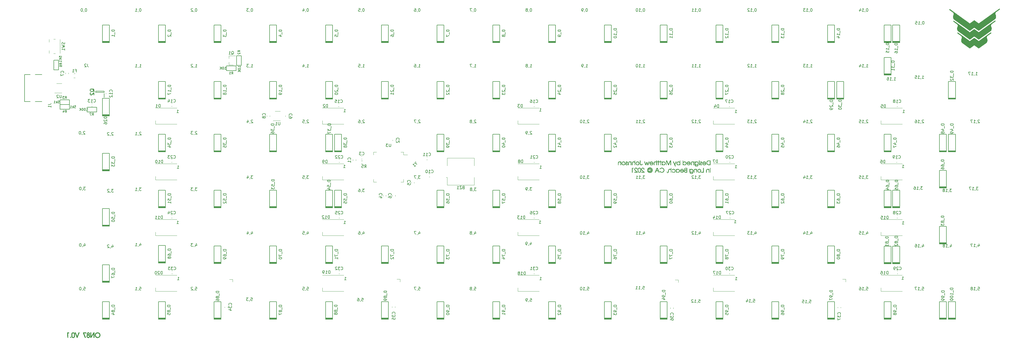
<source format=gbo>
G04 #@! TF.GenerationSoftware,KiCad,Pcbnew,(5.1.10)-1*
G04 #@! TF.CreationDate,2021-08-25T20:36:15-07:00*
G04 #@! TF.ProjectId,Orthonite87_PCB,4f727468-6f6e-4697-9465-38375f504342,rev?*
G04 #@! TF.SameCoordinates,Original*
G04 #@! TF.FileFunction,Legend,Bot*
G04 #@! TF.FilePolarity,Positive*
%FSLAX46Y46*%
G04 Gerber Fmt 4.6, Leading zero omitted, Abs format (unit mm)*
G04 Created by KiCad (PCBNEW (5.1.10)-1) date 2021-08-25 20:36:15*
%MOMM*%
%LPD*%
G01*
G04 APERTURE LIST*
%ADD10C,0.010000*%
%ADD11C,0.120000*%
%ADD12C,0.200000*%
%ADD13C,0.150000*%
%ADD14C,0.254000*%
G04 APERTURE END LIST*
D10*
G36*
X219025796Y-79895550D02*
G01*
X218995206Y-79897899D01*
X218980451Y-79901532D01*
X218959929Y-79909607D01*
X218957181Y-79910128D01*
X218913891Y-79921537D01*
X218865820Y-79941566D01*
X218820421Y-79966426D01*
X218785148Y-79992330D01*
X218775106Y-80002658D01*
X218759292Y-80016757D01*
X218750958Y-80019979D01*
X218737558Y-80026834D01*
X218717600Y-80043620D01*
X218714716Y-80046449D01*
X218699380Y-80063660D01*
X218695101Y-80072575D01*
X218696003Y-80072918D01*
X218694690Y-80079569D01*
X218681850Y-80096124D01*
X218676473Y-80102034D01*
X218649155Y-80138215D01*
X218622568Y-80184957D01*
X218602304Y-80232211D01*
X218599858Y-80239675D01*
X218597251Y-80250530D01*
X218599947Y-80257456D01*
X218611555Y-80261335D01*
X218635685Y-80263050D01*
X218675945Y-80263485D01*
X218697238Y-80263497D01*
X218745790Y-80263131D01*
X218778069Y-80261364D01*
X218798974Y-80257196D01*
X218813404Y-80249627D01*
X218826257Y-80237657D01*
X218826850Y-80237028D01*
X218841063Y-80219630D01*
X218844087Y-80210824D01*
X218843121Y-80210559D01*
X218843159Y-80205513D01*
X218857041Y-80192405D01*
X218880581Y-80174285D01*
X218909596Y-80154198D01*
X218939901Y-80135192D01*
X218966521Y-80120696D01*
X219007735Y-80105072D01*
X219053840Y-80097640D01*
X219090904Y-80096321D01*
X219128668Y-80097451D01*
X219157445Y-80100688D01*
X219171324Y-80105347D01*
X219171553Y-80105655D01*
X219185900Y-80113661D01*
X219198474Y-80115269D01*
X219220060Y-80121560D01*
X219249851Y-80137813D01*
X219282571Y-80160097D01*
X219312947Y-80184483D01*
X219335706Y-80207041D01*
X219345574Y-80223841D01*
X219345649Y-80224941D01*
X219352104Y-80240514D01*
X219361188Y-80252531D01*
X219374499Y-80276157D01*
X219387341Y-80313411D01*
X219397932Y-80356786D01*
X219404486Y-80398776D01*
X219405219Y-80431876D01*
X219404711Y-80435647D01*
X219397096Y-80478029D01*
X219390020Y-80507226D01*
X219381253Y-80531045D01*
X219371775Y-80550978D01*
X219355034Y-80577583D01*
X219331010Y-80608067D01*
X219304157Y-80637655D01*
X219278934Y-80661568D01*
X219259797Y-80675030D01*
X219254745Y-80676420D01*
X219238236Y-80683799D01*
X219228972Y-80692557D01*
X219215776Y-80703395D01*
X219210121Y-80703237D01*
X219198698Y-80704292D01*
X219189988Y-80709958D01*
X219172696Y-80715922D01*
X219140484Y-80720406D01*
X219099597Y-80722590D01*
X219093067Y-80722669D01*
X219044573Y-80721525D01*
X219008019Y-80716150D01*
X218974314Y-80704745D01*
X218953245Y-80695031D01*
X218926929Y-80679749D01*
X218897161Y-80658881D01*
X218867644Y-80635609D01*
X218842084Y-80613117D01*
X218824184Y-80594588D01*
X218817647Y-80583205D01*
X218820704Y-80581130D01*
X218822849Y-80574812D01*
X218818230Y-80567620D01*
X218803724Y-80562254D01*
X218773926Y-80558087D01*
X218734694Y-80555277D01*
X218691886Y-80553980D01*
X218651360Y-80554353D01*
X218618975Y-80556554D01*
X218600588Y-80560739D01*
X218599181Y-80561751D01*
X218599940Y-80574039D01*
X218608582Y-80598783D01*
X218622302Y-80630162D01*
X218638292Y-80662354D01*
X218653746Y-80689537D01*
X218665858Y-80705888D01*
X218669765Y-80708183D01*
X218675481Y-80714513D01*
X218674255Y-80717270D01*
X218678746Y-80727965D01*
X218694869Y-80748014D01*
X218718183Y-80772987D01*
X218744245Y-80798456D01*
X218768614Y-80819991D01*
X218786846Y-80833161D01*
X218792556Y-80835236D01*
X218806319Y-80842346D01*
X218821615Y-80856476D01*
X218837319Y-80870302D01*
X218846104Y-80872450D01*
X218857389Y-80873602D01*
X218865580Y-80878975D01*
X218877440Y-80885261D01*
X218879788Y-80882881D01*
X218886229Y-80881232D01*
X218893023Y-80885498D01*
X218919993Y-80898695D01*
X218962225Y-80910181D01*
X219013825Y-80919171D01*
X219068899Y-80924883D01*
X219121553Y-80926531D01*
X219165895Y-80923332D01*
X219170951Y-80922480D01*
X219208922Y-80913324D01*
X219252439Y-80899606D01*
X219295015Y-80883747D01*
X219330161Y-80868168D01*
X219351389Y-80855288D01*
X219351625Y-80855076D01*
X219371294Y-80840409D01*
X219384174Y-80835236D01*
X219395833Y-80828067D01*
X219418019Y-80808881D01*
X219446830Y-80781159D01*
X219461314Y-80766415D01*
X219489547Y-80736337D01*
X219509980Y-80712927D01*
X219519787Y-80699515D01*
X219519767Y-80697595D01*
X219519264Y-80691009D01*
X219527519Y-80679066D01*
X219541439Y-80658203D01*
X219558425Y-80627125D01*
X219574073Y-80594551D01*
X219583980Y-80569201D01*
X219584996Y-80565248D01*
X219588536Y-80548822D01*
X219594639Y-80521034D01*
X219596569Y-80512309D01*
X219602085Y-80471796D01*
X219603638Y-80422616D01*
X219601709Y-80369622D01*
X219596779Y-80317669D01*
X219589330Y-80271608D01*
X219579843Y-80236292D01*
X219568799Y-80216576D01*
X219567107Y-80215306D01*
X219561260Y-80203365D01*
X219562409Y-80200439D01*
X219559943Y-80187553D01*
X219552110Y-80178795D01*
X219541330Y-80164536D01*
X219541389Y-80157835D01*
X219538182Y-80145756D01*
X219525391Y-80130925D01*
X219509696Y-80113201D01*
X219504465Y-80101647D01*
X219497239Y-80088560D01*
X219479017Y-80066989D01*
X219454991Y-80042103D01*
X219430348Y-80019076D01*
X219410277Y-80003079D01*
X219401277Y-79998804D01*
X219386271Y-79991497D01*
X219377250Y-79982727D01*
X219361276Y-79970105D01*
X219334168Y-79954700D01*
X219300967Y-79938662D01*
X219266715Y-79924141D01*
X219236454Y-79913286D01*
X219215226Y-79908246D01*
X219208009Y-79910574D01*
X219201579Y-79910501D01*
X219194774Y-79905750D01*
X219179040Y-79901182D01*
X219148216Y-79897758D01*
X219108361Y-79895599D01*
X219065534Y-79894823D01*
X219025796Y-79895550D01*
G37*
X219025796Y-79895550D02*
X218995206Y-79897899D01*
X218980451Y-79901532D01*
X218959929Y-79909607D01*
X218957181Y-79910128D01*
X218913891Y-79921537D01*
X218865820Y-79941566D01*
X218820421Y-79966426D01*
X218785148Y-79992330D01*
X218775106Y-80002658D01*
X218759292Y-80016757D01*
X218750958Y-80019979D01*
X218737558Y-80026834D01*
X218717600Y-80043620D01*
X218714716Y-80046449D01*
X218699380Y-80063660D01*
X218695101Y-80072575D01*
X218696003Y-80072918D01*
X218694690Y-80079569D01*
X218681850Y-80096124D01*
X218676473Y-80102034D01*
X218649155Y-80138215D01*
X218622568Y-80184957D01*
X218602304Y-80232211D01*
X218599858Y-80239675D01*
X218597251Y-80250530D01*
X218599947Y-80257456D01*
X218611555Y-80261335D01*
X218635685Y-80263050D01*
X218675945Y-80263485D01*
X218697238Y-80263497D01*
X218745790Y-80263131D01*
X218778069Y-80261364D01*
X218798974Y-80257196D01*
X218813404Y-80249627D01*
X218826257Y-80237657D01*
X218826850Y-80237028D01*
X218841063Y-80219630D01*
X218844087Y-80210824D01*
X218843121Y-80210559D01*
X218843159Y-80205513D01*
X218857041Y-80192405D01*
X218880581Y-80174285D01*
X218909596Y-80154198D01*
X218939901Y-80135192D01*
X218966521Y-80120696D01*
X219007735Y-80105072D01*
X219053840Y-80097640D01*
X219090904Y-80096321D01*
X219128668Y-80097451D01*
X219157445Y-80100688D01*
X219171324Y-80105347D01*
X219171553Y-80105655D01*
X219185900Y-80113661D01*
X219198474Y-80115269D01*
X219220060Y-80121560D01*
X219249851Y-80137813D01*
X219282571Y-80160097D01*
X219312947Y-80184483D01*
X219335706Y-80207041D01*
X219345574Y-80223841D01*
X219345649Y-80224941D01*
X219352104Y-80240514D01*
X219361188Y-80252531D01*
X219374499Y-80276157D01*
X219387341Y-80313411D01*
X219397932Y-80356786D01*
X219404486Y-80398776D01*
X219405219Y-80431876D01*
X219404711Y-80435647D01*
X219397096Y-80478029D01*
X219390020Y-80507226D01*
X219381253Y-80531045D01*
X219371775Y-80550978D01*
X219355034Y-80577583D01*
X219331010Y-80608067D01*
X219304157Y-80637655D01*
X219278934Y-80661568D01*
X219259797Y-80675030D01*
X219254745Y-80676420D01*
X219238236Y-80683799D01*
X219228972Y-80692557D01*
X219215776Y-80703395D01*
X219210121Y-80703237D01*
X219198698Y-80704292D01*
X219189988Y-80709958D01*
X219172696Y-80715922D01*
X219140484Y-80720406D01*
X219099597Y-80722590D01*
X219093067Y-80722669D01*
X219044573Y-80721525D01*
X219008019Y-80716150D01*
X218974314Y-80704745D01*
X218953245Y-80695031D01*
X218926929Y-80679749D01*
X218897161Y-80658881D01*
X218867644Y-80635609D01*
X218842084Y-80613117D01*
X218824184Y-80594588D01*
X218817647Y-80583205D01*
X218820704Y-80581130D01*
X218822849Y-80574812D01*
X218818230Y-80567620D01*
X218803724Y-80562254D01*
X218773926Y-80558087D01*
X218734694Y-80555277D01*
X218691886Y-80553980D01*
X218651360Y-80554353D01*
X218618975Y-80556554D01*
X218600588Y-80560739D01*
X218599181Y-80561751D01*
X218599940Y-80574039D01*
X218608582Y-80598783D01*
X218622302Y-80630162D01*
X218638292Y-80662354D01*
X218653746Y-80689537D01*
X218665858Y-80705888D01*
X218669765Y-80708183D01*
X218675481Y-80714513D01*
X218674255Y-80717270D01*
X218678746Y-80727965D01*
X218694869Y-80748014D01*
X218718183Y-80772987D01*
X218744245Y-80798456D01*
X218768614Y-80819991D01*
X218786846Y-80833161D01*
X218792556Y-80835236D01*
X218806319Y-80842346D01*
X218821615Y-80856476D01*
X218837319Y-80870302D01*
X218846104Y-80872450D01*
X218857389Y-80873602D01*
X218865580Y-80878975D01*
X218877440Y-80885261D01*
X218879788Y-80882881D01*
X218886229Y-80881232D01*
X218893023Y-80885498D01*
X218919993Y-80898695D01*
X218962225Y-80910181D01*
X219013825Y-80919171D01*
X219068899Y-80924883D01*
X219121553Y-80926531D01*
X219165895Y-80923332D01*
X219170951Y-80922480D01*
X219208922Y-80913324D01*
X219252439Y-80899606D01*
X219295015Y-80883747D01*
X219330161Y-80868168D01*
X219351389Y-80855288D01*
X219351625Y-80855076D01*
X219371294Y-80840409D01*
X219384174Y-80835236D01*
X219395833Y-80828067D01*
X219418019Y-80808881D01*
X219446830Y-80781159D01*
X219461314Y-80766415D01*
X219489547Y-80736337D01*
X219509980Y-80712927D01*
X219519787Y-80699515D01*
X219519767Y-80697595D01*
X219519264Y-80691009D01*
X219527519Y-80679066D01*
X219541439Y-80658203D01*
X219558425Y-80627125D01*
X219574073Y-80594551D01*
X219583980Y-80569201D01*
X219584996Y-80565248D01*
X219588536Y-80548822D01*
X219594639Y-80521034D01*
X219596569Y-80512309D01*
X219602085Y-80471796D01*
X219603638Y-80422616D01*
X219601709Y-80369622D01*
X219596779Y-80317669D01*
X219589330Y-80271608D01*
X219579843Y-80236292D01*
X219568799Y-80216576D01*
X219567107Y-80215306D01*
X219561260Y-80203365D01*
X219562409Y-80200439D01*
X219559943Y-80187553D01*
X219552110Y-80178795D01*
X219541330Y-80164536D01*
X219541389Y-80157835D01*
X219538182Y-80145756D01*
X219525391Y-80130925D01*
X219509696Y-80113201D01*
X219504465Y-80101647D01*
X219497239Y-80088560D01*
X219479017Y-80066989D01*
X219454991Y-80042103D01*
X219430348Y-80019076D01*
X219410277Y-80003079D01*
X219401277Y-79998804D01*
X219386271Y-79991497D01*
X219377250Y-79982727D01*
X219361276Y-79970105D01*
X219334168Y-79954700D01*
X219300967Y-79938662D01*
X219266715Y-79924141D01*
X219236454Y-79913286D01*
X219215226Y-79908246D01*
X219208009Y-79910574D01*
X219201579Y-79910501D01*
X219194774Y-79905750D01*
X219179040Y-79901182D01*
X219148216Y-79897758D01*
X219108361Y-79895599D01*
X219065534Y-79894823D01*
X219025796Y-79895550D01*
G36*
X321559738Y-25434861D02*
G01*
X321565032Y-25440154D01*
X321570326Y-25434861D01*
X321565032Y-25429567D01*
X321559738Y-25434861D01*
G37*
X321559738Y-25434861D02*
X321565032Y-25440154D01*
X321570326Y-25434861D01*
X321565032Y-25429567D01*
X321559738Y-25434861D01*
G36*
X322089126Y-25816019D02*
G01*
X322094420Y-25821313D01*
X322099713Y-25816019D01*
X322094420Y-25810725D01*
X322089126Y-25816019D01*
G37*
X322089126Y-25816019D02*
X322094420Y-25821313D01*
X322099713Y-25816019D01*
X322094420Y-25810725D01*
X322089126Y-25816019D01*
G36*
X325328976Y-28145323D02*
G01*
X325334269Y-28150617D01*
X325339563Y-28145323D01*
X325334269Y-28140029D01*
X325328976Y-28145323D01*
G37*
X325328976Y-28145323D02*
X325334269Y-28150617D01*
X325339563Y-28145323D01*
X325334269Y-28140029D01*
X325328976Y-28145323D01*
G36*
X324037271Y-30220521D02*
G01*
X324042565Y-30225815D01*
X324047858Y-30220521D01*
X324042565Y-30215227D01*
X324037271Y-30220521D01*
G37*
X324037271Y-30220521D02*
X324042565Y-30225815D01*
X324047858Y-30220521D01*
X324042565Y-30215227D01*
X324037271Y-30220521D01*
G36*
X334836771Y-30220521D02*
G01*
X334842064Y-30225815D01*
X334847358Y-30220521D01*
X334842064Y-30215227D01*
X334836771Y-30220521D01*
G37*
X334836771Y-30220521D02*
X334842064Y-30225815D01*
X334847358Y-30220521D01*
X334842064Y-30215227D01*
X334836771Y-30220521D01*
G36*
X324566658Y-30601680D02*
G01*
X324571952Y-30606974D01*
X324577246Y-30601680D01*
X324571952Y-30596386D01*
X324566658Y-30601680D01*
G37*
X324566658Y-30601680D02*
X324571952Y-30606974D01*
X324577246Y-30601680D01*
X324571952Y-30596386D01*
X324566658Y-30601680D01*
G36*
X332655695Y-31787507D02*
G01*
X332660989Y-31792801D01*
X332666283Y-31787507D01*
X332660989Y-31782214D01*
X332655695Y-31787507D01*
G37*
X332655695Y-31787507D02*
X332660989Y-31792801D01*
X332666283Y-31787507D01*
X332660989Y-31782214D01*
X332655695Y-31787507D01*
G36*
X338412495Y-25243295D02*
G01*
X338369379Y-25263512D01*
X338343746Y-25281384D01*
X338314453Y-25302920D01*
X338292035Y-25318156D01*
X338281618Y-25323689D01*
X338270275Y-25329827D01*
X338249274Y-25345254D01*
X338239871Y-25352806D01*
X338194087Y-25389645D01*
X338161713Y-25413683D01*
X338140567Y-25426446D01*
X338129907Y-25429567D01*
X338122680Y-25435996D01*
X338124265Y-25440154D01*
X338122188Y-25449476D01*
X338115943Y-25450742D01*
X338098164Y-25458020D01*
X338081914Y-25471918D01*
X338064539Y-25487695D01*
X338053500Y-25493093D01*
X338041353Y-25499186D01*
X338017254Y-25515379D01*
X337985782Y-25538541D01*
X337976037Y-25546032D01*
X337943783Y-25570539D01*
X337918166Y-25589028D01*
X337903522Y-25598400D01*
X337901923Y-25598971D01*
X337891391Y-25605024D01*
X337868591Y-25621119D01*
X337837863Y-25644156D01*
X337827808Y-25651909D01*
X337795555Y-25676417D01*
X337769937Y-25694906D01*
X337755294Y-25704278D01*
X337753694Y-25704848D01*
X337743162Y-25710901D01*
X337720363Y-25726996D01*
X337689634Y-25750033D01*
X337679580Y-25757787D01*
X337647388Y-25782285D01*
X337621904Y-25800771D01*
X337607437Y-25810150D01*
X337605890Y-25810725D01*
X337594100Y-25817188D01*
X337572848Y-25833459D01*
X337548118Y-25854863D01*
X337541514Y-25861017D01*
X337526536Y-25872326D01*
X337521217Y-25874252D01*
X337510467Y-25880311D01*
X337487492Y-25896419D01*
X337456662Y-25919473D01*
X337446650Y-25927191D01*
X337414396Y-25951698D01*
X337388778Y-25970187D01*
X337374135Y-25979559D01*
X337372535Y-25980129D01*
X337362004Y-25986183D01*
X337339204Y-26002278D01*
X337308475Y-26025315D01*
X337298421Y-26033068D01*
X337266168Y-26057576D01*
X337240550Y-26076065D01*
X337225906Y-26085436D01*
X337224307Y-26086007D01*
X337213775Y-26092060D01*
X337190976Y-26108155D01*
X337160247Y-26131192D01*
X337150193Y-26138946D01*
X337117452Y-26163529D01*
X337090769Y-26182041D01*
X337074724Y-26191352D01*
X337072729Y-26191884D01*
X337059421Y-26198974D01*
X337044315Y-26213060D01*
X337024777Y-26229004D01*
X337010286Y-26234235D01*
X337000648Y-26239818D01*
X337001964Y-26244823D01*
X337000580Y-26254555D01*
X336996323Y-26255411D01*
X336982898Y-26259902D01*
X336960076Y-26274394D01*
X336925671Y-26300410D01*
X336886359Y-26332172D01*
X336863206Y-26350016D01*
X336847065Y-26360299D01*
X336844094Y-26361288D01*
X336832992Y-26367257D01*
X336809700Y-26383083D01*
X336778761Y-26405645D01*
X336770881Y-26411580D01*
X336737044Y-26436990D01*
X336708197Y-26458239D01*
X336689788Y-26471322D01*
X336688067Y-26472460D01*
X336634243Y-26508069D01*
X336597505Y-26534699D01*
X336576325Y-26553467D01*
X336574356Y-26555721D01*
X336557038Y-26569910D01*
X336547036Y-26573043D01*
X336530796Y-26580257D01*
X336514928Y-26594219D01*
X336495390Y-26610163D01*
X336480899Y-26615394D01*
X336471261Y-26620977D01*
X336472577Y-26625982D01*
X336471193Y-26635714D01*
X336466936Y-26636570D01*
X336453511Y-26641061D01*
X336430688Y-26655553D01*
X336396284Y-26681568D01*
X336356972Y-26713331D01*
X336332972Y-26731269D01*
X336315034Y-26741520D01*
X336311357Y-26742447D01*
X336297302Y-26749568D01*
X336281998Y-26763623D01*
X336263475Y-26779490D01*
X336250574Y-26784798D01*
X336236088Y-26791884D01*
X336214878Y-26809575D01*
X336207883Y-26816561D01*
X336186043Y-26836503D01*
X336168636Y-26847545D01*
X336165193Y-26848324D01*
X336149499Y-26855515D01*
X336133769Y-26869500D01*
X336115247Y-26885367D01*
X336102346Y-26890675D01*
X336087860Y-26897762D01*
X336066649Y-26915452D01*
X336059655Y-26922439D01*
X336037814Y-26942381D01*
X336020407Y-26953423D01*
X336016964Y-26954202D01*
X336001270Y-26961392D01*
X335985541Y-26975377D01*
X335966002Y-26991321D01*
X335951512Y-26996553D01*
X335941874Y-27002136D01*
X335943190Y-27007141D01*
X335941112Y-27016463D01*
X335934868Y-27017728D01*
X335917088Y-27025007D01*
X335900839Y-27038904D01*
X335882316Y-27054771D01*
X335869416Y-27060079D01*
X335854929Y-27067166D01*
X335833719Y-27084856D01*
X335826725Y-27091843D01*
X335804884Y-27111785D01*
X335787477Y-27122826D01*
X335784034Y-27123606D01*
X335768340Y-27130796D01*
X335752610Y-27144781D01*
X335734088Y-27160648D01*
X335721187Y-27165957D01*
X335706701Y-27173043D01*
X335685490Y-27190734D01*
X335678496Y-27197720D01*
X335656655Y-27217662D01*
X335639249Y-27228704D01*
X335635805Y-27229483D01*
X335620112Y-27236674D01*
X335604382Y-27250659D01*
X335586649Y-27266464D01*
X335575023Y-27271834D01*
X335561171Y-27278057D01*
X335538587Y-27293672D01*
X335529408Y-27300951D01*
X335483624Y-27337790D01*
X335451251Y-27361828D01*
X335430104Y-27374591D01*
X335419444Y-27377712D01*
X335412217Y-27384141D01*
X335413803Y-27388299D01*
X335411725Y-27397621D01*
X335405481Y-27398887D01*
X335387701Y-27406165D01*
X335371452Y-27420063D01*
X335352664Y-27435950D01*
X335339344Y-27441238D01*
X335322586Y-27448655D01*
X335312024Y-27458560D01*
X335293131Y-27475957D01*
X335261701Y-27499618D01*
X335223594Y-27525321D01*
X335194843Y-27542996D01*
X335171565Y-27559058D01*
X335151359Y-27575451D01*
X335125149Y-27596576D01*
X335097239Y-27616628D01*
X335058263Y-27642721D01*
X335031508Y-27660906D01*
X335011526Y-27674949D01*
X334992868Y-27688611D01*
X334990934Y-27690050D01*
X334961554Y-27712382D01*
X334932518Y-27735048D01*
X334909323Y-27750956D01*
X334891776Y-27758720D01*
X334890203Y-27758871D01*
X334882841Y-27765291D01*
X334884415Y-27769458D01*
X334882338Y-27778780D01*
X334876093Y-27780046D01*
X334858314Y-27787324D01*
X334842064Y-27801222D01*
X334824689Y-27816999D01*
X334813651Y-27822397D01*
X334801504Y-27828490D01*
X334777404Y-27844683D01*
X334745932Y-27867845D01*
X334736187Y-27875336D01*
X334703933Y-27899843D01*
X334678316Y-27918332D01*
X334663672Y-27927704D01*
X334662073Y-27928274D01*
X334651541Y-27934328D01*
X334628741Y-27950423D01*
X334598013Y-27973460D01*
X334587959Y-27981213D01*
X334555705Y-28005721D01*
X334530087Y-28024210D01*
X334515444Y-28033581D01*
X334513844Y-28034152D01*
X334503312Y-28040205D01*
X334480513Y-28056300D01*
X334449784Y-28079337D01*
X334439730Y-28087091D01*
X334406657Y-28111725D01*
X334379245Y-28130253D01*
X334362245Y-28139522D01*
X334360001Y-28140029D01*
X334353395Y-28146498D01*
X334355028Y-28150617D01*
X334353025Y-28159997D01*
X334347062Y-28161205D01*
X334329246Y-28167939D01*
X334309822Y-28182380D01*
X334291669Y-28197575D01*
X334281053Y-28203556D01*
X334270454Y-28209611D01*
X334247601Y-28225710D01*
X334216841Y-28248752D01*
X334206800Y-28256495D01*
X334174546Y-28281002D01*
X334148928Y-28299491D01*
X334134285Y-28308863D01*
X334132685Y-28309433D01*
X334122154Y-28315487D01*
X334099354Y-28331581D01*
X334068625Y-28354619D01*
X334058571Y-28362372D01*
X334026318Y-28386880D01*
X334000700Y-28405369D01*
X333986056Y-28414740D01*
X333984457Y-28415311D01*
X333973925Y-28421364D01*
X333951126Y-28437459D01*
X333920397Y-28460496D01*
X333910343Y-28468249D01*
X333878069Y-28492760D01*
X333852407Y-28511250D01*
X333837706Y-28520619D01*
X333836089Y-28521188D01*
X333824818Y-28527652D01*
X333807320Y-28542364D01*
X333786120Y-28557816D01*
X333770081Y-28563539D01*
X333760744Y-28569230D01*
X333762114Y-28574127D01*
X333760730Y-28583859D01*
X333756473Y-28584715D01*
X333743048Y-28589206D01*
X333720226Y-28603698D01*
X333685821Y-28629714D01*
X333646509Y-28661476D01*
X333623356Y-28679320D01*
X333607215Y-28689602D01*
X333604244Y-28690592D01*
X333593257Y-28696657D01*
X333570091Y-28712779D01*
X333539152Y-28735851D01*
X333529184Y-28743531D01*
X333496930Y-28768038D01*
X333471313Y-28786527D01*
X333456669Y-28795899D01*
X333455070Y-28796470D01*
X333444538Y-28802523D01*
X333421739Y-28818618D01*
X333391010Y-28841655D01*
X333380956Y-28849408D01*
X333348215Y-28873991D01*
X333321532Y-28892504D01*
X333305487Y-28901815D01*
X333303492Y-28902347D01*
X333290184Y-28909437D01*
X333275078Y-28923522D01*
X333255540Y-28939466D01*
X333241049Y-28944698D01*
X333231411Y-28950281D01*
X333232727Y-28955286D01*
X333231262Y-28965014D01*
X333226940Y-28965873D01*
X333210992Y-28972002D01*
X333188068Y-28987022D01*
X333184625Y-28989696D01*
X333154605Y-29013119D01*
X333126209Y-29034694D01*
X333107390Y-29048519D01*
X333087774Y-29062360D01*
X333061911Y-29079981D01*
X333024353Y-29105146D01*
X333019903Y-29108116D01*
X332990697Y-29129154D01*
X332965784Y-29149293D01*
X332941129Y-29169006D01*
X332922300Y-29181748D01*
X332883019Y-29206268D01*
X332846126Y-29231838D01*
X332817479Y-29254236D01*
X332805119Y-29266184D01*
X332787801Y-29280373D01*
X332777799Y-29283506D01*
X332761559Y-29290719D01*
X332745691Y-29304681D01*
X332726153Y-29320625D01*
X332711662Y-29325857D01*
X332702024Y-29331440D01*
X332703340Y-29336445D01*
X332701956Y-29346176D01*
X332697699Y-29347032D01*
X332684274Y-29351524D01*
X332661451Y-29366015D01*
X332627046Y-29392031D01*
X332587735Y-29423793D01*
X332563734Y-29441732D01*
X332545797Y-29451983D01*
X332542120Y-29452910D01*
X332528065Y-29460031D01*
X332512761Y-29474085D01*
X332494238Y-29489952D01*
X332481337Y-29495261D01*
X332466851Y-29502347D01*
X332445641Y-29520037D01*
X332438646Y-29527024D01*
X332416806Y-29546966D01*
X332399399Y-29558008D01*
X332395955Y-29558787D01*
X332380262Y-29565978D01*
X332364532Y-29579963D01*
X332346010Y-29595830D01*
X332333109Y-29601138D01*
X332318622Y-29608225D01*
X332297412Y-29625915D01*
X332290418Y-29632901D01*
X332268577Y-29652843D01*
X332251170Y-29663885D01*
X332247727Y-29664665D01*
X332232033Y-29671855D01*
X332216304Y-29685840D01*
X332196765Y-29701784D01*
X332182275Y-29707016D01*
X332172637Y-29712599D01*
X332173953Y-29717603D01*
X332171875Y-29726925D01*
X332165631Y-29728191D01*
X332147851Y-29735469D01*
X332131602Y-29749367D01*
X332113079Y-29765234D01*
X332100178Y-29770542D01*
X332085692Y-29777629D01*
X332064482Y-29795319D01*
X332057487Y-29802305D01*
X332035647Y-29822247D01*
X332018240Y-29833289D01*
X332014797Y-29834069D01*
X331999103Y-29841259D01*
X331983373Y-29855244D01*
X331964851Y-29871111D01*
X331951950Y-29876420D01*
X331937464Y-29883506D01*
X331916253Y-29901196D01*
X331909259Y-29908183D01*
X331887418Y-29928125D01*
X331870011Y-29939167D01*
X331866568Y-29939946D01*
X331850874Y-29947137D01*
X331835145Y-29961121D01*
X331817412Y-29976927D01*
X331805785Y-29982297D01*
X331791934Y-29988520D01*
X331769350Y-30004134D01*
X331760171Y-30011413D01*
X331714387Y-30048253D01*
X331682013Y-30072291D01*
X331660867Y-30085053D01*
X331650207Y-30088174D01*
X331642980Y-30094604D01*
X331644565Y-30098762D01*
X331642488Y-30108084D01*
X331636244Y-30109350D01*
X331618464Y-30116628D01*
X331602214Y-30130525D01*
X331584839Y-30146303D01*
X331573801Y-30151701D01*
X331561654Y-30157794D01*
X331537554Y-30173987D01*
X331506082Y-30197149D01*
X331496337Y-30204640D01*
X331463596Y-30229223D01*
X331436913Y-30247735D01*
X331420868Y-30257046D01*
X331418873Y-30257578D01*
X331405584Y-30264670D01*
X331390311Y-30278918D01*
X331370999Y-30300258D01*
X331348283Y-30278918D01*
X331329307Y-30263551D01*
X331317061Y-30257578D01*
X331304308Y-30251392D01*
X331282415Y-30235861D01*
X331273134Y-30228462D01*
X331225668Y-30190310D01*
X331192347Y-30165620D01*
X331171817Y-30153429D01*
X331165436Y-30151701D01*
X331151600Y-30144589D01*
X331136354Y-30130525D01*
X331116815Y-30114581D01*
X331102325Y-30109350D01*
X331092687Y-30103767D01*
X331094003Y-30098762D01*
X331091925Y-30089440D01*
X331085681Y-30088174D01*
X331067901Y-30080896D01*
X331051652Y-30066999D01*
X331033383Y-30051133D01*
X331020894Y-30045774D01*
X331006607Y-30039023D01*
X330984506Y-30022125D01*
X330975465Y-30014011D01*
X330952757Y-29994605D01*
X330935761Y-29983396D01*
X330932108Y-29982297D01*
X330918586Y-29975198D01*
X330903423Y-29961121D01*
X330886048Y-29945344D01*
X330875009Y-29939946D01*
X330862862Y-29933853D01*
X330838763Y-29917660D01*
X330807291Y-29894498D01*
X330797546Y-29887007D01*
X330764755Y-29862416D01*
X330737961Y-29843902D01*
X330721771Y-29834597D01*
X330719738Y-29834069D01*
X330705886Y-29826786D01*
X330695767Y-29816747D01*
X330676874Y-29799350D01*
X330645445Y-29775689D01*
X330607337Y-29749986D01*
X330578586Y-29732311D01*
X330556405Y-29716547D01*
X330532852Y-29696428D01*
X330514137Y-29680546D01*
X330506383Y-29680546D01*
X330501089Y-29685840D01*
X330495795Y-29680546D01*
X330501089Y-29675252D01*
X330506383Y-29680546D01*
X330514137Y-29680546D01*
X330508254Y-29675554D01*
X330486847Y-29660545D01*
X330455454Y-29641167D01*
X330422141Y-29618724D01*
X330391677Y-29596683D01*
X330368828Y-29578515D01*
X330358362Y-29567688D01*
X330358154Y-29566898D01*
X330349663Y-29559482D01*
X330343914Y-29558787D01*
X330326636Y-29551530D01*
X330310510Y-29537612D01*
X330292963Y-29521821D01*
X330281643Y-29516436D01*
X330266387Y-29509893D01*
X330257996Y-29503202D01*
X330228063Y-29476754D01*
X330203667Y-29458830D01*
X330190270Y-29452910D01*
X330177297Y-29445834D01*
X330162281Y-29431734D01*
X330143494Y-29415847D01*
X330130173Y-29410559D01*
X330113415Y-29403142D01*
X330102853Y-29393237D01*
X330083942Y-29375823D01*
X330052502Y-29352160D01*
X330014408Y-29326477D01*
X329985394Y-29308662D01*
X329963279Y-29293325D01*
X329937693Y-29272554D01*
X329936616Y-29271605D01*
X329917780Y-29257036D01*
X329913469Y-29257036D01*
X329908175Y-29262330D01*
X329902881Y-29257036D01*
X329908175Y-29251743D01*
X329913469Y-29257036D01*
X329917780Y-29257036D01*
X329898916Y-29242446D01*
X329865550Y-29224412D01*
X329846419Y-29219979D01*
X329822977Y-29225833D01*
X329792810Y-29240036D01*
X329765601Y-29257546D01*
X329754471Y-29267844D01*
X329736115Y-29281192D01*
X329726262Y-29283506D01*
X329716338Y-29288988D01*
X329717596Y-29294094D01*
X329715518Y-29303416D01*
X329709274Y-29304681D01*
X329691494Y-29311959D01*
X329675245Y-29325857D01*
X329657869Y-29341634D01*
X329646831Y-29347032D01*
X329634548Y-29353030D01*
X329610313Y-29368928D01*
X329578853Y-29391582D01*
X329571215Y-29397324D01*
X329537378Y-29422734D01*
X329508531Y-29443983D01*
X329490121Y-29457066D01*
X329488400Y-29458204D01*
X329434577Y-29493813D01*
X329397839Y-29520443D01*
X329376659Y-29539211D01*
X329374689Y-29541466D01*
X329357371Y-29555654D01*
X329347369Y-29558787D01*
X329331130Y-29566001D01*
X329315262Y-29579963D01*
X329296739Y-29595830D01*
X329283838Y-29601138D01*
X329269352Y-29608225D01*
X329248142Y-29625915D01*
X329241147Y-29632901D01*
X329219307Y-29652843D01*
X329201900Y-29663885D01*
X329198456Y-29664665D01*
X329182763Y-29671855D01*
X329167033Y-29685840D01*
X329147495Y-29701784D01*
X329133004Y-29707016D01*
X329123366Y-29712599D01*
X329124682Y-29717603D01*
X329122605Y-29726925D01*
X329116360Y-29728191D01*
X329098581Y-29735469D01*
X329082331Y-29749367D01*
X329064956Y-29765144D01*
X329053917Y-29770542D01*
X329041770Y-29776635D01*
X329017671Y-29792828D01*
X328986199Y-29815990D01*
X328976454Y-29823481D01*
X328944200Y-29847988D01*
X328918582Y-29866477D01*
X328903939Y-29875849D01*
X328902340Y-29876420D01*
X328891701Y-29882377D01*
X328868780Y-29898174D01*
X328838046Y-29920701D01*
X328830072Y-29926711D01*
X328796235Y-29952122D01*
X328767389Y-29973370D01*
X328748979Y-29986453D01*
X328747258Y-29987591D01*
X328693435Y-30023200D01*
X328656697Y-30049830D01*
X328635517Y-30068598D01*
X328633547Y-30070853D01*
X328616229Y-30085042D01*
X328606227Y-30088174D01*
X328589987Y-30095388D01*
X328574119Y-30109350D01*
X328554581Y-30125294D01*
X328540090Y-30130525D01*
X328530453Y-30136108D01*
X328531768Y-30141113D01*
X328529691Y-30150435D01*
X328523447Y-30151701D01*
X328505667Y-30158979D01*
X328489417Y-30172876D01*
X328472042Y-30188654D01*
X328461004Y-30194052D01*
X328448824Y-30200142D01*
X328424750Y-30216307D01*
X328393417Y-30239384D01*
X328384773Y-30246033D01*
X328317794Y-30298015D01*
X328263103Y-30256621D01*
X328233608Y-30235286D01*
X328210449Y-30220341D01*
X328199336Y-30215227D01*
X328185931Y-30207965D01*
X328175884Y-30197906D01*
X328156991Y-30180509D01*
X328125561Y-30156847D01*
X328087454Y-30131145D01*
X328058703Y-30113470D01*
X328036522Y-30097705D01*
X328012969Y-30077587D01*
X327994319Y-30061705D01*
X327986500Y-30061705D01*
X327981206Y-30066999D01*
X327975912Y-30061705D01*
X327981206Y-30056411D01*
X327986500Y-30061705D01*
X327994319Y-30061705D01*
X327988471Y-30056726D01*
X327967235Y-30041704D01*
X327927955Y-30017184D01*
X327891061Y-29991614D01*
X327862415Y-29969216D01*
X327850054Y-29957268D01*
X327834322Y-29943173D01*
X327826083Y-29939946D01*
X327813770Y-29933849D01*
X327789536Y-29917646D01*
X327757989Y-29894471D01*
X327748275Y-29887007D01*
X327715885Y-29862478D01*
X327689967Y-29843983D01*
X327674930Y-29834628D01*
X327673215Y-29834069D01*
X327661539Y-29827919D01*
X327640325Y-29812468D01*
X327630950Y-29804952D01*
X327583484Y-29766800D01*
X327550163Y-29742110D01*
X327529633Y-29729919D01*
X327523252Y-29728191D01*
X327509416Y-29721079D01*
X327494169Y-29707016D01*
X327474631Y-29691072D01*
X327460140Y-29685840D01*
X327450503Y-29680257D01*
X327451818Y-29675252D01*
X327450434Y-29665520D01*
X327446177Y-29664665D01*
X327432752Y-29660173D01*
X327409930Y-29645681D01*
X327375525Y-29619666D01*
X327336213Y-29587903D01*
X327312213Y-29569965D01*
X327294275Y-29559714D01*
X327290599Y-29558787D01*
X327276543Y-29551666D01*
X327261239Y-29537612D01*
X327243762Y-29521826D01*
X327232555Y-29516436D01*
X327219608Y-29509762D01*
X327198343Y-29492985D01*
X327189198Y-29484722D01*
X327165972Y-29465246D01*
X327147862Y-29454029D01*
X327143768Y-29452959D01*
X327128601Y-29445752D01*
X327113011Y-29431734D01*
X327095533Y-29415949D01*
X327084326Y-29410559D01*
X327071379Y-29403884D01*
X327050114Y-29387107D01*
X327040969Y-29378844D01*
X327017744Y-29359368D01*
X326999634Y-29348152D01*
X326995539Y-29347081D01*
X326980373Y-29339874D01*
X326964782Y-29325857D01*
X326945244Y-29309913D01*
X326930753Y-29304681D01*
X326921115Y-29299098D01*
X326922431Y-29294094D01*
X326920354Y-29284772D01*
X326914109Y-29283506D01*
X326896330Y-29276228D01*
X326880080Y-29262330D01*
X326861811Y-29246465D01*
X326849323Y-29241106D01*
X326835036Y-29234355D01*
X326812935Y-29217456D01*
X326803893Y-29209343D01*
X326781185Y-29189937D01*
X326764189Y-29178727D01*
X326760536Y-29177628D01*
X326747015Y-29170530D01*
X326731852Y-29156453D01*
X326714636Y-29140688D01*
X326703863Y-29135277D01*
X326688678Y-29128222D01*
X326663608Y-29109413D01*
X326636137Y-29084986D01*
X326619323Y-29073580D01*
X326612490Y-29071751D01*
X326598824Y-29064646D01*
X326583623Y-29050575D01*
X326566146Y-29034790D01*
X326554939Y-29029400D01*
X326541992Y-29022725D01*
X326520727Y-29005948D01*
X326511582Y-28997686D01*
X326488357Y-28978209D01*
X326470247Y-28966993D01*
X326466152Y-28965922D01*
X326450986Y-28958715D01*
X326435395Y-28944698D01*
X326415857Y-28928754D01*
X326401366Y-28923522D01*
X326391728Y-28917939D01*
X326393044Y-28912935D01*
X326390966Y-28903613D01*
X326384722Y-28902347D01*
X326366943Y-28895069D01*
X326350693Y-28881171D01*
X326332424Y-28865306D01*
X326319936Y-28859947D01*
X326305649Y-28853196D01*
X326283548Y-28836297D01*
X326274506Y-28828184D01*
X326251798Y-28808778D01*
X326234802Y-28797568D01*
X326231149Y-28796470D01*
X326217627Y-28789371D01*
X326202465Y-28775294D01*
X326184196Y-28759428D01*
X326171707Y-28754070D01*
X326157420Y-28747318D01*
X326135319Y-28730420D01*
X326126278Y-28722306D01*
X326103570Y-28702900D01*
X326086573Y-28691691D01*
X326082921Y-28690592D01*
X326069399Y-28683493D01*
X326054236Y-28669417D01*
X326036503Y-28653611D01*
X326024877Y-28648241D01*
X326011025Y-28642018D01*
X325988441Y-28626404D01*
X325979262Y-28619125D01*
X325933478Y-28582285D01*
X325901105Y-28558247D01*
X325879958Y-28545485D01*
X325869298Y-28542364D01*
X325862071Y-28535935D01*
X325863657Y-28531776D01*
X325861579Y-28522454D01*
X325855335Y-28521188D01*
X325837555Y-28513910D01*
X325821306Y-28500013D01*
X325803678Y-28484215D01*
X325792223Y-28478837D01*
X325778221Y-28473178D01*
X325752180Y-28455558D01*
X325712747Y-28425011D01*
X325684525Y-28402076D01*
X325661372Y-28384232D01*
X325645231Y-28373949D01*
X325642260Y-28372960D01*
X325631273Y-28366895D01*
X325608107Y-28350773D01*
X325577168Y-28327701D01*
X325567200Y-28320021D01*
X325534409Y-28295430D01*
X325507615Y-28276915D01*
X325491425Y-28267611D01*
X325489392Y-28267082D01*
X325475540Y-28259799D01*
X325465421Y-28249761D01*
X325446528Y-28232363D01*
X325415099Y-28208702D01*
X325376992Y-28183000D01*
X325348240Y-28165324D01*
X325326059Y-28149560D01*
X325302506Y-28129442D01*
X325278009Y-28108581D01*
X325256772Y-28093559D01*
X325217492Y-28069039D01*
X325180599Y-28043469D01*
X325151952Y-28021071D01*
X325139591Y-28009123D01*
X325123860Y-27995028D01*
X325115621Y-27991801D01*
X325103307Y-27985704D01*
X325079073Y-27969501D01*
X325047526Y-27946326D01*
X325037813Y-27938862D01*
X325005021Y-27914271D01*
X324978228Y-27895757D01*
X324962038Y-27886452D01*
X324960005Y-27885923D01*
X324946153Y-27878640D01*
X324936034Y-27868602D01*
X324917141Y-27851205D01*
X324885711Y-27827544D01*
X324847604Y-27801841D01*
X324818853Y-27784166D01*
X324796672Y-27768402D01*
X324773119Y-27748283D01*
X324748621Y-27727422D01*
X324727385Y-27712400D01*
X324688105Y-27687880D01*
X324651211Y-27662310D01*
X324622565Y-27639912D01*
X324610204Y-27627964D01*
X324594473Y-27613869D01*
X324586234Y-27610642D01*
X324573920Y-27604545D01*
X324549686Y-27588342D01*
X324518139Y-27565167D01*
X324508425Y-27557703D01*
X324475634Y-27533113D01*
X324448841Y-27514598D01*
X324432651Y-27505293D01*
X324430617Y-27504765D01*
X324416766Y-27497482D01*
X324406647Y-27487443D01*
X324387754Y-27470046D01*
X324356324Y-27446385D01*
X324318217Y-27420682D01*
X324289466Y-27403007D01*
X324267284Y-27387243D01*
X324243732Y-27367124D01*
X324225081Y-27351242D01*
X324217262Y-27351242D01*
X324211969Y-27356536D01*
X324206675Y-27351242D01*
X324211969Y-27345948D01*
X324217262Y-27351242D01*
X324225081Y-27351242D01*
X324219234Y-27346264D01*
X324197998Y-27331241D01*
X324158717Y-27306721D01*
X324121824Y-27281151D01*
X324093178Y-27258754D01*
X324080817Y-27246805D01*
X324065085Y-27232710D01*
X324056846Y-27229483D01*
X324044533Y-27223386D01*
X324020299Y-27207183D01*
X323988751Y-27184008D01*
X323979038Y-27176545D01*
X323946785Y-27152037D01*
X323921167Y-27133548D01*
X323906523Y-27124176D01*
X323904924Y-27123606D01*
X323894392Y-27117552D01*
X323871593Y-27101458D01*
X323840864Y-27078421D01*
X323830810Y-27070667D01*
X323798069Y-27046084D01*
X323771386Y-27027572D01*
X323755341Y-27018261D01*
X323753346Y-27017728D01*
X323740038Y-27010639D01*
X323724932Y-26996553D01*
X323705394Y-26980609D01*
X323690903Y-26975377D01*
X323681265Y-26969794D01*
X323682581Y-26964790D01*
X323681197Y-26955058D01*
X323676940Y-26954202D01*
X323663515Y-26949710D01*
X323640692Y-26935219D01*
X323606288Y-26909203D01*
X323566976Y-26877441D01*
X323542976Y-26859503D01*
X323525038Y-26849252D01*
X323521361Y-26848324D01*
X323507306Y-26841203D01*
X323492002Y-26827149D01*
X323474786Y-26811384D01*
X323464013Y-26805973D01*
X323448828Y-26798918D01*
X323423758Y-26780109D01*
X323396287Y-26755682D01*
X323379473Y-26744276D01*
X323372640Y-26742447D01*
X323358975Y-26735342D01*
X323343773Y-26721272D01*
X323326296Y-26705486D01*
X323315089Y-26700096D01*
X323302142Y-26693422D01*
X323280877Y-26676645D01*
X323271732Y-26668382D01*
X323248507Y-26648905D01*
X323230397Y-26637689D01*
X323226302Y-26636619D01*
X323211136Y-26629412D01*
X323195545Y-26615394D01*
X323176007Y-26599450D01*
X323161516Y-26594219D01*
X323151878Y-26588635D01*
X323153194Y-26583631D01*
X323151117Y-26574309D01*
X323144872Y-26573043D01*
X323127093Y-26565765D01*
X323110843Y-26551868D01*
X323092574Y-26536002D01*
X323080086Y-26530643D01*
X323065799Y-26523892D01*
X323043698Y-26506994D01*
X323034656Y-26498880D01*
X323011948Y-26479474D01*
X322994952Y-26468264D01*
X322991299Y-26467166D01*
X322977777Y-26460067D01*
X322962615Y-26445990D01*
X322945399Y-26430225D01*
X322934625Y-26424815D01*
X322919440Y-26417759D01*
X322894371Y-26398950D01*
X322866900Y-26374523D01*
X322850086Y-26363117D01*
X322843253Y-26361288D01*
X322829587Y-26354183D01*
X322814386Y-26340113D01*
X322795093Y-26324187D01*
X322780982Y-26318937D01*
X322767961Y-26314101D01*
X322766741Y-26310827D01*
X322758598Y-26301443D01*
X322737346Y-26284177D01*
X322707750Y-26262501D01*
X322674575Y-26239884D01*
X322642586Y-26219800D01*
X322638509Y-26217409D01*
X322625596Y-26205701D01*
X322625634Y-26198880D01*
X322623723Y-26192841D01*
X322616625Y-26191884D01*
X322597927Y-26184568D01*
X322581456Y-26170709D01*
X322564080Y-26154931D01*
X322553042Y-26149533D01*
X322540895Y-26143440D01*
X322516795Y-26127247D01*
X322485324Y-26104086D01*
X322475578Y-26096595D01*
X322443325Y-26072087D01*
X322417707Y-26053598D01*
X322403063Y-26044226D01*
X322401464Y-26043656D01*
X322390932Y-26037602D01*
X322368133Y-26021508D01*
X322337404Y-25998471D01*
X322327350Y-25990717D01*
X322294559Y-25966126D01*
X322267765Y-25947611D01*
X322251575Y-25938307D01*
X322249542Y-25937778D01*
X322235690Y-25930495D01*
X322225571Y-25920457D01*
X322206678Y-25903060D01*
X322175249Y-25879398D01*
X322137142Y-25853696D01*
X322108390Y-25836021D01*
X322086209Y-25820257D01*
X322062656Y-25800138D01*
X322038159Y-25779277D01*
X322016922Y-25764255D01*
X321977642Y-25739735D01*
X321940749Y-25714165D01*
X321912102Y-25691767D01*
X321899741Y-25679819D01*
X321884010Y-25665724D01*
X321875771Y-25662497D01*
X321863457Y-25656400D01*
X321839223Y-25640197D01*
X321807676Y-25617022D01*
X321797963Y-25609558D01*
X321765171Y-25584967D01*
X321738378Y-25566453D01*
X321722188Y-25557148D01*
X321720155Y-25556620D01*
X321706303Y-25549337D01*
X321696184Y-25539298D01*
X321677273Y-25521884D01*
X321645833Y-25498221D01*
X321607738Y-25472538D01*
X321578725Y-25454723D01*
X321556746Y-25439347D01*
X321531270Y-25418348D01*
X321529947Y-25417161D01*
X321493599Y-25389647D01*
X321459300Y-25372969D01*
X321432736Y-25369890D01*
X321432685Y-25369901D01*
X321412274Y-25376130D01*
X321391026Y-25384765D01*
X321375596Y-25392746D01*
X321372640Y-25397014D01*
X321373447Y-25397132D01*
X321374610Y-25404083D01*
X321364756Y-25417995D01*
X321352206Y-25441580D01*
X321345629Y-25473762D01*
X321344778Y-25508459D01*
X321349405Y-25539587D01*
X321359264Y-25561064D01*
X321370820Y-25567207D01*
X321376175Y-25573755D01*
X321374453Y-25577795D01*
X321376967Y-25586765D01*
X321385041Y-25588383D01*
X321396476Y-25593363D01*
X321395628Y-25598971D01*
X321397706Y-25608293D01*
X321403950Y-25609558D01*
X321421730Y-25616836D01*
X321437979Y-25630734D01*
X321455257Y-25646503D01*
X321466134Y-25651909D01*
X321477974Y-25657963D01*
X321502570Y-25674230D01*
X321536009Y-25697867D01*
X321574376Y-25726032D01*
X321613757Y-25755882D01*
X321650236Y-25784575D01*
X321661775Y-25793967D01*
X321685107Y-25811278D01*
X321702322Y-25820723D01*
X321705132Y-25821313D01*
X321719143Y-25828433D01*
X321734436Y-25842489D01*
X321752959Y-25858356D01*
X321765860Y-25863664D01*
X321780346Y-25870751D01*
X321801556Y-25888441D01*
X321808550Y-25895427D01*
X321830391Y-25915369D01*
X321847798Y-25926411D01*
X321851241Y-25927191D01*
X321866935Y-25934381D01*
X321882665Y-25948366D01*
X321902203Y-25964310D01*
X321916694Y-25969542D01*
X321926332Y-25975125D01*
X321925016Y-25980129D01*
X321927093Y-25989451D01*
X321933338Y-25990717D01*
X321951117Y-25997995D01*
X321967367Y-26011893D01*
X321984645Y-26027662D01*
X321995522Y-26033068D01*
X322007361Y-26039122D01*
X322031957Y-26055389D01*
X322065396Y-26079026D01*
X322103764Y-26107191D01*
X322143144Y-26137041D01*
X322179624Y-26165733D01*
X322191162Y-26175125D01*
X322214495Y-26192437D01*
X322231710Y-26201882D01*
X322234519Y-26202472D01*
X322248531Y-26209592D01*
X322263823Y-26223648D01*
X322282346Y-26239515D01*
X322295247Y-26244823D01*
X322309733Y-26251910D01*
X322330943Y-26269600D01*
X322337938Y-26276586D01*
X322359520Y-26296512D01*
X322376361Y-26307592D01*
X322379623Y-26308398D01*
X322393690Y-26315142D01*
X322415654Y-26332024D01*
X322424712Y-26340162D01*
X322447420Y-26359568D01*
X322464417Y-26370777D01*
X322468069Y-26371876D01*
X322481591Y-26378975D01*
X322496754Y-26393051D01*
X322514129Y-26408829D01*
X322525168Y-26414227D01*
X322537503Y-26420421D01*
X322561428Y-26436623D01*
X322592284Y-26459264D01*
X322625411Y-26484775D01*
X322656149Y-26509586D01*
X322679838Y-26530129D01*
X322690248Y-26540674D01*
X322705020Y-26562874D01*
X322723448Y-26596621D01*
X322743835Y-26637992D01*
X322764486Y-26683064D01*
X322783707Y-26727914D01*
X322799802Y-26768618D01*
X322811077Y-26801253D01*
X322815835Y-26821895D01*
X322814018Y-26827149D01*
X322814371Y-26835588D01*
X322821358Y-26855918D01*
X322821500Y-26856265D01*
X322826611Y-26879718D01*
X322830700Y-26919361D01*
X322833677Y-26970230D01*
X322835453Y-27027359D01*
X322835938Y-27085784D01*
X322835042Y-27140541D01*
X322832676Y-27186663D01*
X322828750Y-27219187D01*
X322828103Y-27222232D01*
X322820730Y-27254775D01*
X322814961Y-27281072D01*
X322813947Y-27285915D01*
X322807096Y-27313603D01*
X322803798Y-27324773D01*
X322796162Y-27352501D01*
X322793625Y-27363631D01*
X322786967Y-27385775D01*
X322775571Y-27415947D01*
X322772773Y-27422659D01*
X322761966Y-27449550D01*
X322755779Y-27467774D01*
X322755278Y-27470304D01*
X322748384Y-27483642D01*
X322737877Y-27496824D01*
X322728065Y-27510814D01*
X322729340Y-27515352D01*
X322731034Y-27521698D01*
X322726314Y-27528916D01*
X322715829Y-27549438D01*
X322710006Y-27570338D01*
X322701404Y-27600974D01*
X322693124Y-27620301D01*
X322686028Y-27637131D01*
X322686699Y-27642405D01*
X322687266Y-27650899D01*
X322681069Y-27671341D01*
X322681000Y-27671522D01*
X322671253Y-27705167D01*
X322666399Y-27732401D01*
X322661473Y-27766003D01*
X322654709Y-27801222D01*
X322651576Y-27826954D01*
X322649220Y-27869178D01*
X322647642Y-27923223D01*
X322646840Y-27984422D01*
X322646815Y-28048103D01*
X322647568Y-28109598D01*
X322649097Y-28164236D01*
X322651403Y-28207349D01*
X322654487Y-28234266D01*
X322654709Y-28235319D01*
X322661570Y-28271105D01*
X322666399Y-28304139D01*
X322673050Y-28338862D01*
X322681000Y-28365019D01*
X322686970Y-28385502D01*
X322685827Y-28394134D01*
X322685775Y-28394135D01*
X322685679Y-28400546D01*
X322690430Y-28407370D01*
X322700723Y-28423539D01*
X322702315Y-28428545D01*
X322704002Y-28439133D01*
X322706282Y-28450282D01*
X322709506Y-28467418D01*
X322717894Y-28493412D01*
X322725897Y-28507123D01*
X322731928Y-28518889D01*
X322729340Y-28521188D01*
X322728929Y-28527602D01*
X322737877Y-28539717D01*
X322751436Y-28557250D01*
X322755689Y-28566075D01*
X322766789Y-28599828D01*
X322785873Y-28629713D01*
X322794955Y-28643810D01*
X322793211Y-28648241D01*
X322792930Y-28654750D01*
X322803798Y-28669417D01*
X322815459Y-28684702D01*
X322815945Y-28690592D01*
X322817982Y-28697612D01*
X322831678Y-28716195D01*
X322854032Y-28742624D01*
X322882043Y-28773182D01*
X322885853Y-28777171D01*
X322897696Y-28791468D01*
X322898676Y-28796470D01*
X322899399Y-28802372D01*
X322913816Y-28818079D01*
X322938758Y-28840585D01*
X322971056Y-28866887D01*
X322981235Y-28874712D01*
X323008947Y-28895059D01*
X323029538Y-28908923D01*
X323037395Y-28912935D01*
X323047944Y-28919527D01*
X323067697Y-28936123D01*
X323077007Y-28944649D01*
X323099983Y-28964109D01*
X323117552Y-28975360D01*
X323121431Y-28976461D01*
X323135069Y-28983221D01*
X323156768Y-29000090D01*
X323165855Y-29008273D01*
X323188562Y-29027679D01*
X323205559Y-29038889D01*
X323209211Y-29039988D01*
X323222733Y-29047086D01*
X323237896Y-29061163D01*
X323255629Y-29076969D01*
X323267256Y-29082339D01*
X323281080Y-29088617D01*
X323303505Y-29104353D01*
X323312318Y-29111455D01*
X323345183Y-29137378D01*
X323380781Y-29163363D01*
X323386124Y-29167041D01*
X323420659Y-29191878D01*
X323455081Y-29218627D01*
X323459931Y-29222626D01*
X323483694Y-29240634D01*
X323501451Y-29250861D01*
X323504993Y-29251743D01*
X323519048Y-29258864D01*
X323534353Y-29272918D01*
X323551830Y-29288704D01*
X323563037Y-29294094D01*
X323575984Y-29300768D01*
X323597249Y-29317545D01*
X323606394Y-29325808D01*
X323629371Y-29345267D01*
X323646939Y-29356518D01*
X323650818Y-29357620D01*
X323664456Y-29364380D01*
X323686155Y-29381249D01*
X323695242Y-29389432D01*
X323717950Y-29408838D01*
X323734946Y-29420048D01*
X323738599Y-29421146D01*
X323752121Y-29428245D01*
X323767283Y-29442322D01*
X323784561Y-29458092D01*
X323795438Y-29463497D01*
X323807277Y-29469551D01*
X323831874Y-29485818D01*
X323865313Y-29509455D01*
X323903680Y-29537620D01*
X323943061Y-29567470D01*
X323979540Y-29596163D01*
X323991079Y-29605555D01*
X324014411Y-29622866D01*
X324031626Y-29632312D01*
X324034436Y-29632901D01*
X324048447Y-29640021D01*
X324063740Y-29654077D01*
X324082009Y-29669943D01*
X324094497Y-29675301D01*
X324108784Y-29682053D01*
X324130885Y-29698951D01*
X324139927Y-29707065D01*
X324162635Y-29726471D01*
X324179631Y-29737680D01*
X324183284Y-29738779D01*
X324196806Y-29745878D01*
X324211969Y-29759954D01*
X324231507Y-29775898D01*
X324245998Y-29781130D01*
X324255635Y-29786713D01*
X324254320Y-29791718D01*
X324256397Y-29801040D01*
X324262641Y-29802305D01*
X324280421Y-29809583D01*
X324296670Y-29823481D01*
X324314298Y-29839278D01*
X324325753Y-29844656D01*
X324339755Y-29850315D01*
X324365796Y-29867935D01*
X324405229Y-29898482D01*
X324433451Y-29921417D01*
X324456842Y-29939288D01*
X324473486Y-29949562D01*
X324476662Y-29950534D01*
X324488951Y-29956704D01*
X324510552Y-29972201D01*
X324519873Y-29979650D01*
X324567339Y-30017802D01*
X324600660Y-30042492D01*
X324621190Y-30054683D01*
X324627571Y-30056411D01*
X324641407Y-30063523D01*
X324656654Y-30077587D01*
X324676192Y-30093531D01*
X324690683Y-30098762D01*
X324700321Y-30104345D01*
X324699005Y-30109350D01*
X324701082Y-30118672D01*
X324707327Y-30119938D01*
X324725106Y-30127216D01*
X324741356Y-30141113D01*
X324758791Y-30156895D01*
X324769928Y-30162289D01*
X324783113Y-30168983D01*
X324803597Y-30185497D01*
X324807991Y-30189581D01*
X324833123Y-30210794D01*
X324856041Y-30225982D01*
X324857821Y-30226865D01*
X324878803Y-30239115D01*
X324907587Y-30258644D01*
X324921347Y-30268718D01*
X324952467Y-30291731D01*
X324981248Y-30312377D01*
X324990168Y-30318554D01*
X325011499Y-30333779D01*
X325043123Y-30357206D01*
X325078602Y-30384058D01*
X325082507Y-30387049D01*
X325114757Y-30410936D01*
X325140888Y-30428728D01*
X325156179Y-30437253D01*
X325157627Y-30437570D01*
X325170935Y-30444660D01*
X325186041Y-30458745D01*
X325203519Y-30474531D01*
X325214726Y-30479921D01*
X325227672Y-30486595D01*
X325248937Y-30503372D01*
X325258083Y-30511635D01*
X325281059Y-30531095D01*
X325298627Y-30542346D01*
X325302506Y-30543447D01*
X325316144Y-30550208D01*
X325337843Y-30567076D01*
X325346930Y-30575260D01*
X325369638Y-30594666D01*
X325386634Y-30605875D01*
X325390287Y-30606974D01*
X325403809Y-30614073D01*
X325418971Y-30628149D01*
X325436704Y-30643955D01*
X325448331Y-30649325D01*
X325462155Y-30655603D01*
X325484581Y-30671340D01*
X325493393Y-30678441D01*
X325526258Y-30704364D01*
X325561856Y-30730349D01*
X325567200Y-30734027D01*
X325601735Y-30758865D01*
X325636157Y-30785614D01*
X325641006Y-30789613D01*
X325664770Y-30807621D01*
X325682526Y-30817847D01*
X325686069Y-30818729D01*
X325700124Y-30825850D01*
X325715428Y-30839904D01*
X325732906Y-30855690D01*
X325744113Y-30861080D01*
X325757060Y-30867754D01*
X325778324Y-30884531D01*
X325787470Y-30892794D01*
X325810446Y-30912254D01*
X325828014Y-30923505D01*
X325831893Y-30924606D01*
X325845531Y-30931366D01*
X325867231Y-30948235D01*
X325876317Y-30956418D01*
X325899025Y-30975824D01*
X325916021Y-30987034D01*
X325919674Y-30988133D01*
X325933196Y-30995231D01*
X325948359Y-31009308D01*
X325965637Y-31025078D01*
X325976514Y-31030484D01*
X325988353Y-31036538D01*
X326012949Y-31052804D01*
X326046389Y-31076441D01*
X326084756Y-31104606D01*
X326124136Y-31134456D01*
X326160616Y-31163149D01*
X326172154Y-31172541D01*
X326195487Y-31189852D01*
X326212702Y-31199298D01*
X326215511Y-31199888D01*
X326229523Y-31207007D01*
X326244816Y-31221063D01*
X326263085Y-31236929D01*
X326275573Y-31242288D01*
X326289860Y-31249039D01*
X326311961Y-31265937D01*
X326321002Y-31274051D01*
X326343710Y-31293457D01*
X326360707Y-31304666D01*
X326364359Y-31305765D01*
X326377881Y-31312864D01*
X326393044Y-31326941D01*
X326412582Y-31342884D01*
X326427073Y-31348116D01*
X326436711Y-31353699D01*
X326435395Y-31358704D01*
X326437472Y-31368026D01*
X326443717Y-31369292D01*
X326461496Y-31376570D01*
X326477746Y-31390467D01*
X326495374Y-31406264D01*
X326506829Y-31411643D01*
X326520831Y-31417301D01*
X326546871Y-31434922D01*
X326586305Y-31465468D01*
X326614527Y-31488404D01*
X326637917Y-31506274D01*
X326654562Y-31516548D01*
X326657738Y-31517520D01*
X326670026Y-31523690D01*
X326691627Y-31539187D01*
X326700948Y-31546636D01*
X326748415Y-31584789D01*
X326781736Y-31609478D01*
X326802265Y-31621670D01*
X326808647Y-31623397D01*
X326822483Y-31630509D01*
X326837729Y-31644573D01*
X326857268Y-31660517D01*
X326871758Y-31665748D01*
X326881396Y-31671331D01*
X326880080Y-31676336D01*
X326882158Y-31685658D01*
X326888402Y-31686924D01*
X326906182Y-31694202D01*
X326922431Y-31708099D01*
X326939909Y-31723885D01*
X326951116Y-31729275D01*
X326964063Y-31735949D01*
X326985327Y-31752726D01*
X326994473Y-31760989D01*
X327017698Y-31780465D01*
X327035808Y-31791682D01*
X327039902Y-31792752D01*
X327055069Y-31799959D01*
X327070660Y-31813977D01*
X327088371Y-31829781D01*
X327099964Y-31835152D01*
X327113935Y-31841369D01*
X327136245Y-31856854D01*
X327143321Y-31862499D01*
X327177823Y-31890094D01*
X327216620Y-31919858D01*
X327255797Y-31948949D01*
X327291438Y-31974522D01*
X327319630Y-31993737D01*
X327336457Y-32003751D01*
X327338961Y-32004556D01*
X327352066Y-32011637D01*
X327367117Y-32025732D01*
X327384594Y-32041517D01*
X327395801Y-32046907D01*
X327408748Y-32053582D01*
X327430013Y-32070359D01*
X327439158Y-32078621D01*
X327462134Y-32098081D01*
X327479702Y-32109332D01*
X327483582Y-32110434D01*
X327497220Y-32117194D01*
X327518919Y-32134062D01*
X327528005Y-32142246D01*
X327550713Y-32161652D01*
X327567710Y-32172861D01*
X327571362Y-32173960D01*
X327584884Y-32181059D01*
X327600047Y-32195136D01*
X327617780Y-32210941D01*
X327629406Y-32216311D01*
X327643231Y-32222589D01*
X327665656Y-32238326D01*
X327674469Y-32245427D01*
X327707334Y-32271350D01*
X327742932Y-32297335D01*
X327748275Y-32301013D01*
X327782810Y-32325851D01*
X327817232Y-32352600D01*
X327822082Y-32356599D01*
X327845845Y-32374607D01*
X327863602Y-32384833D01*
X327867144Y-32385715D01*
X327881199Y-32392836D01*
X327896504Y-32406891D01*
X327913981Y-32422676D01*
X327925188Y-32428066D01*
X327938135Y-32434740D01*
X327959400Y-32451518D01*
X327968545Y-32459780D01*
X327991521Y-32479240D01*
X328009090Y-32490491D01*
X328012969Y-32491592D01*
X328026607Y-32498353D01*
X328048306Y-32515221D01*
X328057393Y-32523405D01*
X328080101Y-32542811D01*
X328097097Y-32554020D01*
X328100750Y-32555119D01*
X328114271Y-32562218D01*
X328129434Y-32576294D01*
X328146810Y-32592072D01*
X328157848Y-32597470D01*
X328170074Y-32603540D01*
X328194159Y-32619629D01*
X328225401Y-32642554D01*
X328232968Y-32648353D01*
X328266005Y-32673598D01*
X328293562Y-32694157D01*
X328310519Y-32706222D01*
X328312120Y-32707239D01*
X328326537Y-32704486D01*
X328355161Y-32688775D01*
X328396296Y-32661130D01*
X328431686Y-32635181D01*
X328472701Y-32604767D01*
X328507774Y-32579664D01*
X328533396Y-32562318D01*
X328546058Y-32555178D01*
X328546462Y-32555119D01*
X328559175Y-32548055D01*
X328574119Y-32533943D01*
X328592642Y-32518076D01*
X328605543Y-32512768D01*
X328620029Y-32505681D01*
X328641239Y-32487991D01*
X328648234Y-32481005D01*
X328669986Y-32461072D01*
X328687201Y-32450027D01*
X328690585Y-32449242D01*
X328704846Y-32442163D01*
X328725924Y-32424490D01*
X328732936Y-32417478D01*
X328754776Y-32397536D01*
X328772183Y-32386494D01*
X328775626Y-32385715D01*
X328791320Y-32378525D01*
X328807050Y-32364540D01*
X328824328Y-32348770D01*
X328835205Y-32343364D01*
X328847044Y-32337310D01*
X328871640Y-32321043D01*
X328905080Y-32297406D01*
X328943447Y-32269242D01*
X328982828Y-32239392D01*
X329019307Y-32210699D01*
X329030846Y-32201307D01*
X329054178Y-32183996D01*
X329071393Y-32174550D01*
X329074203Y-32173960D01*
X329088214Y-32166841D01*
X329103507Y-32152785D01*
X329122029Y-32136918D01*
X329134930Y-32131609D01*
X329149416Y-32124523D01*
X329170627Y-32106832D01*
X329177621Y-32099846D01*
X329199462Y-32079904D01*
X329216869Y-32068862D01*
X329220312Y-32068083D01*
X329236005Y-32060892D01*
X329251735Y-32046907D01*
X329270258Y-32031040D01*
X329283158Y-32025732D01*
X329297645Y-32018645D01*
X329308190Y-32009850D01*
X329299380Y-32009850D01*
X329294086Y-32015144D01*
X329288792Y-32009850D01*
X329294086Y-32004556D01*
X329299380Y-32009850D01*
X329308190Y-32009850D01*
X329318855Y-32000955D01*
X329325849Y-31993968D01*
X329346830Y-31974122D01*
X329362361Y-31963041D01*
X329365191Y-31962205D01*
X329377173Y-31956116D01*
X329401141Y-31939933D01*
X329432538Y-31916784D01*
X329442315Y-31909267D01*
X329474568Y-31884759D01*
X329500186Y-31866270D01*
X329514829Y-31856898D01*
X329516429Y-31856328D01*
X329526961Y-31850274D01*
X329549760Y-31834180D01*
X329580489Y-31811142D01*
X329590543Y-31803389D01*
X329623037Y-31778844D01*
X329649182Y-31760343D01*
X329664519Y-31751002D01*
X329666318Y-31750450D01*
X329678962Y-31744064D01*
X329695738Y-31730742D01*
X329721405Y-31713469D01*
X329752938Y-31699197D01*
X329753586Y-31698978D01*
X329782658Y-31692536D01*
X329820007Y-31688520D01*
X329858900Y-31687099D01*
X329892605Y-31688442D01*
X329914389Y-31692717D01*
X329917881Y-31694865D01*
X329931429Y-31703411D01*
X329932880Y-31703720D01*
X329955835Y-31711780D01*
X329988643Y-31729108D01*
X330024751Y-31751588D01*
X330057604Y-31775101D01*
X330080649Y-31795530D01*
X330082638Y-31797811D01*
X330098131Y-31811286D01*
X330105649Y-31813977D01*
X330117962Y-31820074D01*
X330142196Y-31836277D01*
X330173743Y-31859452D01*
X330183457Y-31866916D01*
X330216197Y-31891499D01*
X330242881Y-31910011D01*
X330258926Y-31919322D01*
X330260920Y-31919854D01*
X330274229Y-31926944D01*
X330289334Y-31941030D01*
X330306812Y-31956815D01*
X330318019Y-31962205D01*
X330330965Y-31968880D01*
X330352230Y-31985657D01*
X330361376Y-31993919D01*
X330384352Y-32013379D01*
X330401920Y-32024630D01*
X330405799Y-32025732D01*
X330419437Y-32032492D01*
X330441136Y-32049361D01*
X330450223Y-32057544D01*
X330472931Y-32076950D01*
X330489927Y-32088160D01*
X330493580Y-32089258D01*
X330507102Y-32096357D01*
X330522264Y-32110434D01*
X330539997Y-32126239D01*
X330551624Y-32131609D01*
X330565448Y-32137887D01*
X330587874Y-32153624D01*
X330596686Y-32160725D01*
X330629551Y-32186648D01*
X330665149Y-32212633D01*
X330670493Y-32216311D01*
X330705028Y-32241149D01*
X330739450Y-32267898D01*
X330744300Y-32271897D01*
X330768063Y-32289905D01*
X330785819Y-32300131D01*
X330789362Y-32301013D01*
X330803417Y-32308134D01*
X330818721Y-32322189D01*
X330836199Y-32337974D01*
X330847406Y-32343364D01*
X330860353Y-32350038D01*
X330881617Y-32366816D01*
X330890763Y-32375078D01*
X330913988Y-32394555D01*
X330932098Y-32405771D01*
X330936193Y-32406842D01*
X330951359Y-32414048D01*
X330966950Y-32428066D01*
X330986488Y-32444010D01*
X331000979Y-32449242D01*
X331010617Y-32454825D01*
X331009301Y-32459829D01*
X331011378Y-32469151D01*
X331017623Y-32470417D01*
X331035402Y-32477695D01*
X331051652Y-32491592D01*
X331069280Y-32507390D01*
X331080734Y-32512768D01*
X331094737Y-32518427D01*
X331120777Y-32536047D01*
X331160210Y-32566594D01*
X331188432Y-32589529D01*
X331212521Y-32607477D01*
X331230645Y-32617725D01*
X331234392Y-32618645D01*
X331249255Y-32625948D01*
X331258348Y-32634811D01*
X331274704Y-32649974D01*
X331301384Y-32670546D01*
X331317696Y-32681975D01*
X331363628Y-32712974D01*
X331411545Y-32676397D01*
X331439145Y-32656433D01*
X331460280Y-32643148D01*
X331468318Y-32639821D01*
X331481315Y-32632744D01*
X331496337Y-32618645D01*
X331514860Y-32602778D01*
X331527760Y-32597470D01*
X331542247Y-32590383D01*
X331563457Y-32572693D01*
X331570451Y-32565707D01*
X331592292Y-32545765D01*
X331609699Y-32534723D01*
X331613142Y-32533943D01*
X331628836Y-32526753D01*
X331644565Y-32512768D01*
X331664104Y-32496824D01*
X331678595Y-32491592D01*
X331688232Y-32486009D01*
X331686916Y-32481005D01*
X331688994Y-32471683D01*
X331695238Y-32470417D01*
X331713018Y-32463139D01*
X331729267Y-32449242D01*
X331746643Y-32433464D01*
X331757681Y-32428066D01*
X331769828Y-32421973D01*
X331793928Y-32405780D01*
X331825400Y-32382618D01*
X331835145Y-32375127D01*
X331867398Y-32350620D01*
X331893016Y-32332131D01*
X331907660Y-32322759D01*
X331909259Y-32322189D01*
X331919791Y-32316135D01*
X331942590Y-32300040D01*
X331973319Y-32277003D01*
X331983373Y-32269250D01*
X332016064Y-32244674D01*
X332042639Y-32226164D01*
X332058541Y-32216847D01*
X332060497Y-32216311D01*
X332072780Y-32209301D01*
X332092675Y-32191780D01*
X332099838Y-32184548D01*
X332121679Y-32164606D01*
X332139086Y-32153564D01*
X332142529Y-32152785D01*
X332158223Y-32145594D01*
X332173953Y-32131609D01*
X332192475Y-32115742D01*
X332205376Y-32110434D01*
X332219862Y-32103347D01*
X332230407Y-32094552D01*
X332221598Y-32094552D01*
X332216304Y-32099846D01*
X332211010Y-32094552D01*
X332216304Y-32089258D01*
X332221598Y-32094552D01*
X332230407Y-32094552D01*
X332241073Y-32085657D01*
X332248067Y-32078670D01*
X332269048Y-32058824D01*
X332284579Y-32047743D01*
X332287408Y-32046907D01*
X332299391Y-32040818D01*
X332323359Y-32024635D01*
X332354755Y-32001486D01*
X332364532Y-31993968D01*
X332396786Y-31969461D01*
X332422403Y-31950972D01*
X332437047Y-31941600D01*
X332438646Y-31941030D01*
X332449178Y-31934976D01*
X332471978Y-31918882D01*
X332502706Y-31895844D01*
X332512761Y-31888091D01*
X332545452Y-31863516D01*
X332572026Y-31845006D01*
X332587928Y-31835688D01*
X332589884Y-31835152D01*
X332602167Y-31828143D01*
X332622063Y-31810621D01*
X332629226Y-31803389D01*
X332651066Y-31783447D01*
X332668473Y-31772405D01*
X332671917Y-31771626D01*
X332687610Y-31764435D01*
X332703340Y-31750450D01*
X332721862Y-31734583D01*
X332734763Y-31729275D01*
X332749250Y-31722188D01*
X332770460Y-31704498D01*
X332777454Y-31697512D01*
X332799295Y-31677570D01*
X332816702Y-31666528D01*
X332820145Y-31665748D01*
X332835839Y-31658558D01*
X332851568Y-31644573D01*
X332870861Y-31628647D01*
X332884973Y-31623397D01*
X332898042Y-31618657D01*
X332899286Y-31615457D01*
X332907372Y-31605328D01*
X332927698Y-31589001D01*
X332938990Y-31581165D01*
X332967541Y-31561297D01*
X333004883Y-31534144D01*
X333043117Y-31505455D01*
X333044491Y-31504404D01*
X333076754Y-31480561D01*
X333102890Y-31462804D01*
X333118174Y-31454306D01*
X333119611Y-31453993D01*
X333132920Y-31446904D01*
X333148025Y-31432818D01*
X333165503Y-31417033D01*
X333176710Y-31411643D01*
X333189657Y-31404968D01*
X333210921Y-31388191D01*
X333220067Y-31379928D01*
X333243207Y-31360462D01*
X333261133Y-31349242D01*
X333265156Y-31348165D01*
X333278981Y-31341070D01*
X333299799Y-31323410D01*
X333306841Y-31316353D01*
X333328682Y-31296411D01*
X333346089Y-31285369D01*
X333349532Y-31284590D01*
X333365226Y-31277399D01*
X333380956Y-31263414D01*
X333398163Y-31247650D01*
X333408924Y-31242239D01*
X333420188Y-31236160D01*
X333444797Y-31219524D01*
X333479344Y-31194729D01*
X333520424Y-31164173D01*
X333529184Y-31157537D01*
X333571168Y-31126111D01*
X333607304Y-31099963D01*
X333634188Y-31081491D01*
X333648413Y-31073094D01*
X333649445Y-31072835D01*
X333662402Y-31065760D01*
X333677412Y-31051659D01*
X333695935Y-31035792D01*
X333708836Y-31030484D01*
X333723322Y-31023397D01*
X333744532Y-31005707D01*
X333751527Y-30998720D01*
X333773279Y-30978788D01*
X333790494Y-30967742D01*
X333793878Y-30966957D01*
X333808139Y-30959879D01*
X333829217Y-30942205D01*
X333836229Y-30935194D01*
X333858069Y-30915252D01*
X333875476Y-30904210D01*
X333878920Y-30903431D01*
X333894613Y-30896240D01*
X333910343Y-30882255D01*
X333927551Y-30866491D01*
X333938311Y-30861080D01*
X333949576Y-30855001D01*
X333974184Y-30838365D01*
X334008731Y-30813570D01*
X334049811Y-30783014D01*
X334058571Y-30776378D01*
X334100555Y-30744952D01*
X334136691Y-30718804D01*
X334163575Y-30700332D01*
X334177801Y-30691935D01*
X334178832Y-30691676D01*
X334191789Y-30684601D01*
X334206800Y-30670500D01*
X334225322Y-30654633D01*
X334238223Y-30649325D01*
X334252709Y-30642238D01*
X334273920Y-30624548D01*
X334280914Y-30617562D01*
X334302755Y-30597620D01*
X334320162Y-30586578D01*
X334323605Y-30585798D01*
X334339299Y-30578608D01*
X334355028Y-30564623D01*
X334374567Y-30548679D01*
X334389057Y-30543447D01*
X334398695Y-30537864D01*
X334397379Y-30532860D01*
X334399457Y-30523538D01*
X334405701Y-30522272D01*
X334423481Y-30514994D01*
X334439730Y-30501096D01*
X334457106Y-30485319D01*
X334468144Y-30479921D01*
X334480291Y-30473828D01*
X334504391Y-30457635D01*
X334535862Y-30434473D01*
X334545608Y-30426982D01*
X334577861Y-30402475D01*
X334603479Y-30383986D01*
X334618122Y-30374614D01*
X334619722Y-30374044D01*
X334630254Y-30367990D01*
X334653053Y-30351895D01*
X334683782Y-30328858D01*
X334693836Y-30321105D01*
X334726527Y-30296529D01*
X334753102Y-30278019D01*
X334769004Y-30268702D01*
X334770960Y-30268166D01*
X334783243Y-30261156D01*
X334803138Y-30243635D01*
X334810301Y-30236403D01*
X334832142Y-30216461D01*
X334849549Y-30205419D01*
X334852992Y-30204640D01*
X334868686Y-30197449D01*
X334884415Y-30183464D01*
X334902938Y-30167597D01*
X334915839Y-30162289D01*
X334930325Y-30155202D01*
X334940870Y-30146407D01*
X334932060Y-30146407D01*
X334926766Y-30151701D01*
X334921472Y-30146407D01*
X334926766Y-30141113D01*
X334932060Y-30146407D01*
X334940870Y-30146407D01*
X334951535Y-30137512D01*
X334958530Y-30130525D01*
X334979510Y-30110679D01*
X334995041Y-30099598D01*
X334997871Y-30098762D01*
X335009854Y-30092673D01*
X335033821Y-30076490D01*
X335065218Y-30053341D01*
X335074995Y-30045823D01*
X335107248Y-30021316D01*
X335132866Y-30002827D01*
X335147510Y-29993455D01*
X335149109Y-29992885D01*
X335159641Y-29986831D01*
X335182440Y-29970737D01*
X335213169Y-29947699D01*
X335223223Y-29939946D01*
X335255964Y-29915363D01*
X335282647Y-29896850D01*
X335298692Y-29887539D01*
X335300687Y-29887007D01*
X335313995Y-29879918D01*
X335329101Y-29865832D01*
X335348639Y-29849888D01*
X335363130Y-29844656D01*
X335372768Y-29839073D01*
X335371452Y-29834069D01*
X335373529Y-29824747D01*
X335379774Y-29823481D01*
X335397553Y-29816203D01*
X335413803Y-29802305D01*
X335432325Y-29786438D01*
X335445226Y-29781130D01*
X335459712Y-29774043D01*
X335480923Y-29756353D01*
X335487917Y-29749367D01*
X335509758Y-29729425D01*
X335527164Y-29718383D01*
X335530608Y-29717603D01*
X335546301Y-29710413D01*
X335562031Y-29696428D01*
X335579743Y-29680624D01*
X335591335Y-29675252D01*
X335605306Y-29669035D01*
X335627617Y-29653551D01*
X335634692Y-29647906D01*
X335669195Y-29620310D01*
X335707992Y-29590546D01*
X335747168Y-29561456D01*
X335782809Y-29535882D01*
X335811001Y-29516667D01*
X335827828Y-29506654D01*
X335830333Y-29505848D01*
X335843437Y-29498767D01*
X335858488Y-29484673D01*
X335875965Y-29468887D01*
X335887172Y-29463497D01*
X335900119Y-29456823D01*
X335921384Y-29440046D01*
X335930529Y-29431783D01*
X335953670Y-29412317D01*
X335971596Y-29401097D01*
X335975619Y-29400020D01*
X335989443Y-29392925D01*
X336010262Y-29375265D01*
X336017304Y-29368208D01*
X336039145Y-29348266D01*
X336056552Y-29337224D01*
X336059995Y-29336445D01*
X336075689Y-29329254D01*
X336091418Y-29315269D01*
X336108626Y-29299505D01*
X336119386Y-29294094D01*
X336130651Y-29288015D01*
X336155260Y-29271379D01*
X336189807Y-29246584D01*
X336230887Y-29216028D01*
X336239647Y-29209392D01*
X336281630Y-29177966D01*
X336317767Y-29151818D01*
X336344650Y-29133346D01*
X336358876Y-29124949D01*
X336359907Y-29124690D01*
X336372864Y-29117615D01*
X336387875Y-29103514D01*
X336406398Y-29087647D01*
X336419298Y-29082339D01*
X336433785Y-29075252D01*
X336454995Y-29057562D01*
X336461989Y-29050575D01*
X336483572Y-29030650D01*
X336500412Y-29019569D01*
X336503674Y-29018763D01*
X336517741Y-29012019D01*
X336539706Y-28995138D01*
X336548764Y-28987000D01*
X336571472Y-28967594D01*
X336588468Y-28956384D01*
X336592121Y-28955286D01*
X336605643Y-28948187D01*
X336620806Y-28934110D01*
X336638084Y-28918341D01*
X336648961Y-28912935D01*
X336660800Y-28906881D01*
X336685396Y-28890614D01*
X336718835Y-28866977D01*
X336757203Y-28838812D01*
X336796583Y-28808962D01*
X336833063Y-28780269D01*
X336844601Y-28770877D01*
X336867744Y-28753586D01*
X336884561Y-28744132D01*
X336887258Y-28743531D01*
X336899329Y-28736272D01*
X336921114Y-28717367D01*
X336948404Y-28691128D01*
X336976989Y-28661863D01*
X337002662Y-28633884D01*
X337021213Y-28611499D01*
X337028433Y-28599020D01*
X337028434Y-28598961D01*
X337035780Y-28583069D01*
X337044406Y-28574052D01*
X337054241Y-28561106D01*
X337069719Y-28535625D01*
X337088473Y-28502139D01*
X337108139Y-28465180D01*
X337126349Y-28429280D01*
X337140740Y-28398971D01*
X337148944Y-28378783D01*
X337149382Y-28372960D01*
X337150244Y-28364809D01*
X337158938Y-28344824D01*
X337160781Y-28341196D01*
X337170233Y-28320028D01*
X337171935Y-28309647D01*
X337171368Y-28309433D01*
X337171304Y-28301267D01*
X337179150Y-28281497D01*
X337179721Y-28280317D01*
X337189580Y-28254286D01*
X337192585Y-28235319D01*
X337194955Y-28213457D01*
X337200569Y-28193013D01*
X337207923Y-28164657D01*
X337213836Y-28129507D01*
X337214456Y-28124192D01*
X337219082Y-28086771D01*
X337225228Y-28043467D01*
X337227492Y-28028858D01*
X337231714Y-27986392D01*
X337233834Y-27929895D01*
X337233903Y-27866405D01*
X337231974Y-27802956D01*
X337228097Y-27746585D01*
X337225247Y-27721813D01*
X337217568Y-27667122D01*
X337212057Y-27629351D01*
X337208061Y-27604431D01*
X337204930Y-27588296D01*
X337202069Y-27577078D01*
X337195818Y-27551984D01*
X337192356Y-27535553D01*
X337185312Y-27507208D01*
X337174018Y-27469932D01*
X337160650Y-27430042D01*
X337147386Y-27393858D01*
X337136401Y-27367702D01*
X337131605Y-27359183D01*
X337126630Y-27347845D01*
X337129362Y-27345948D01*
X337129389Y-27339429D01*
X337118430Y-27324773D01*
X337107164Y-27309525D01*
X337107497Y-27303597D01*
X337109449Y-27297174D01*
X337105224Y-27290363D01*
X337093889Y-27268973D01*
X337081219Y-27234706D01*
X337069904Y-27195472D01*
X337064383Y-27170153D01*
X337058600Y-27145484D01*
X337053508Y-27131936D01*
X337048768Y-27114663D01*
X337044172Y-27081398D01*
X337040154Y-27037325D01*
X337037150Y-26987624D01*
X337035594Y-26937478D01*
X337035478Y-26917145D01*
X337039672Y-26815641D01*
X337052002Y-26727811D01*
X337066245Y-26669927D01*
X337076060Y-26635868D01*
X337083289Y-26609761D01*
X337085860Y-26599512D01*
X337093025Y-26578839D01*
X337107251Y-26546710D01*
X337125126Y-26510002D01*
X337143235Y-26475593D01*
X337158167Y-26450359D01*
X337163364Y-26443343D01*
X337172764Y-26429351D01*
X337170932Y-26424815D01*
X337172250Y-26418153D01*
X337185498Y-26401118D01*
X337197838Y-26387758D01*
X337221125Y-26366057D01*
X337239783Y-26352718D01*
X337245579Y-26350700D01*
X337259777Y-26343624D01*
X337280817Y-26325956D01*
X337287833Y-26318937D01*
X337309674Y-26298995D01*
X337327081Y-26287953D01*
X337330524Y-26287174D01*
X337346218Y-26279983D01*
X337361948Y-26265998D01*
X337379156Y-26250234D01*
X337389916Y-26244823D01*
X337401180Y-26238745D01*
X337425789Y-26222109D01*
X337460336Y-26197313D01*
X337501416Y-26166758D01*
X337510176Y-26160121D01*
X337552160Y-26128695D01*
X337588296Y-26102547D01*
X337615180Y-26084076D01*
X337629405Y-26075678D01*
X337630437Y-26075419D01*
X337643394Y-26068344D01*
X337658405Y-26054244D01*
X337675882Y-26038458D01*
X337687089Y-26033068D01*
X337700036Y-26026394D01*
X337721301Y-26009617D01*
X337730446Y-26001354D01*
X337753586Y-25981887D01*
X337771513Y-25970668D01*
X337775536Y-25969591D01*
X337789360Y-25962495D01*
X337810179Y-25944836D01*
X337817221Y-25937778D01*
X337839061Y-25917837D01*
X337856468Y-25906795D01*
X337859912Y-25906015D01*
X337875605Y-25898825D01*
X337891335Y-25884840D01*
X337908543Y-25869076D01*
X337919303Y-25863664D01*
X337930568Y-25857586D01*
X337955176Y-25840950D01*
X337989723Y-25816155D01*
X338030804Y-25785599D01*
X338039563Y-25778962D01*
X338081547Y-25747537D01*
X338117683Y-25721389D01*
X338144567Y-25702917D01*
X338158793Y-25694520D01*
X338159824Y-25694260D01*
X338172781Y-25687185D01*
X338187792Y-25673085D01*
X338206314Y-25657218D01*
X338219215Y-25651909D01*
X338233701Y-25644823D01*
X338254912Y-25627133D01*
X338261906Y-25620146D01*
X338283659Y-25600214D01*
X338300874Y-25589168D01*
X338304257Y-25588383D01*
X338318519Y-25581304D01*
X338339596Y-25563631D01*
X338346608Y-25556620D01*
X338368449Y-25536678D01*
X338385856Y-25525636D01*
X338389299Y-25524856D01*
X338404993Y-25517666D01*
X338420722Y-25503681D01*
X338439245Y-25487814D01*
X338452146Y-25482505D01*
X338466659Y-25475420D01*
X338487836Y-25457752D01*
X338494572Y-25451018D01*
X338514240Y-25425595D01*
X338524092Y-25396740D01*
X338527379Y-25363669D01*
X338526000Y-25320209D01*
X338516442Y-25293105D01*
X338513434Y-25289279D01*
X338504229Y-25275164D01*
X338506430Y-25270375D01*
X338505555Y-25265789D01*
X338490181Y-25255236D01*
X338489543Y-25254869D01*
X338451288Y-25240643D01*
X338412495Y-25243295D01*
G37*
X338412495Y-25243295D02*
X338369379Y-25263512D01*
X338343746Y-25281384D01*
X338314453Y-25302920D01*
X338292035Y-25318156D01*
X338281618Y-25323689D01*
X338270275Y-25329827D01*
X338249274Y-25345254D01*
X338239871Y-25352806D01*
X338194087Y-25389645D01*
X338161713Y-25413683D01*
X338140567Y-25426446D01*
X338129907Y-25429567D01*
X338122680Y-25435996D01*
X338124265Y-25440154D01*
X338122188Y-25449476D01*
X338115943Y-25450742D01*
X338098164Y-25458020D01*
X338081914Y-25471918D01*
X338064539Y-25487695D01*
X338053500Y-25493093D01*
X338041353Y-25499186D01*
X338017254Y-25515379D01*
X337985782Y-25538541D01*
X337976037Y-25546032D01*
X337943783Y-25570539D01*
X337918166Y-25589028D01*
X337903522Y-25598400D01*
X337901923Y-25598971D01*
X337891391Y-25605024D01*
X337868591Y-25621119D01*
X337837863Y-25644156D01*
X337827808Y-25651909D01*
X337795555Y-25676417D01*
X337769937Y-25694906D01*
X337755294Y-25704278D01*
X337753694Y-25704848D01*
X337743162Y-25710901D01*
X337720363Y-25726996D01*
X337689634Y-25750033D01*
X337679580Y-25757787D01*
X337647388Y-25782285D01*
X337621904Y-25800771D01*
X337607437Y-25810150D01*
X337605890Y-25810725D01*
X337594100Y-25817188D01*
X337572848Y-25833459D01*
X337548118Y-25854863D01*
X337541514Y-25861017D01*
X337526536Y-25872326D01*
X337521217Y-25874252D01*
X337510467Y-25880311D01*
X337487492Y-25896419D01*
X337456662Y-25919473D01*
X337446650Y-25927191D01*
X337414396Y-25951698D01*
X337388778Y-25970187D01*
X337374135Y-25979559D01*
X337372535Y-25980129D01*
X337362004Y-25986183D01*
X337339204Y-26002278D01*
X337308475Y-26025315D01*
X337298421Y-26033068D01*
X337266168Y-26057576D01*
X337240550Y-26076065D01*
X337225906Y-26085436D01*
X337224307Y-26086007D01*
X337213775Y-26092060D01*
X337190976Y-26108155D01*
X337160247Y-26131192D01*
X337150193Y-26138946D01*
X337117452Y-26163529D01*
X337090769Y-26182041D01*
X337074724Y-26191352D01*
X337072729Y-26191884D01*
X337059421Y-26198974D01*
X337044315Y-26213060D01*
X337024777Y-26229004D01*
X337010286Y-26234235D01*
X337000648Y-26239818D01*
X337001964Y-26244823D01*
X337000580Y-26254555D01*
X336996323Y-26255411D01*
X336982898Y-26259902D01*
X336960076Y-26274394D01*
X336925671Y-26300410D01*
X336886359Y-26332172D01*
X336863206Y-26350016D01*
X336847065Y-26360299D01*
X336844094Y-26361288D01*
X336832992Y-26367257D01*
X336809700Y-26383083D01*
X336778761Y-26405645D01*
X336770881Y-26411580D01*
X336737044Y-26436990D01*
X336708197Y-26458239D01*
X336689788Y-26471322D01*
X336688067Y-26472460D01*
X336634243Y-26508069D01*
X336597505Y-26534699D01*
X336576325Y-26553467D01*
X336574356Y-26555721D01*
X336557038Y-26569910D01*
X336547036Y-26573043D01*
X336530796Y-26580257D01*
X336514928Y-26594219D01*
X336495390Y-26610163D01*
X336480899Y-26615394D01*
X336471261Y-26620977D01*
X336472577Y-26625982D01*
X336471193Y-26635714D01*
X336466936Y-26636570D01*
X336453511Y-26641061D01*
X336430688Y-26655553D01*
X336396284Y-26681568D01*
X336356972Y-26713331D01*
X336332972Y-26731269D01*
X336315034Y-26741520D01*
X336311357Y-26742447D01*
X336297302Y-26749568D01*
X336281998Y-26763623D01*
X336263475Y-26779490D01*
X336250574Y-26784798D01*
X336236088Y-26791884D01*
X336214878Y-26809575D01*
X336207883Y-26816561D01*
X336186043Y-26836503D01*
X336168636Y-26847545D01*
X336165193Y-26848324D01*
X336149499Y-26855515D01*
X336133769Y-26869500D01*
X336115247Y-26885367D01*
X336102346Y-26890675D01*
X336087860Y-26897762D01*
X336066649Y-26915452D01*
X336059655Y-26922439D01*
X336037814Y-26942381D01*
X336020407Y-26953423D01*
X336016964Y-26954202D01*
X336001270Y-26961392D01*
X335985541Y-26975377D01*
X335966002Y-26991321D01*
X335951512Y-26996553D01*
X335941874Y-27002136D01*
X335943190Y-27007141D01*
X335941112Y-27016463D01*
X335934868Y-27017728D01*
X335917088Y-27025007D01*
X335900839Y-27038904D01*
X335882316Y-27054771D01*
X335869416Y-27060079D01*
X335854929Y-27067166D01*
X335833719Y-27084856D01*
X335826725Y-27091843D01*
X335804884Y-27111785D01*
X335787477Y-27122826D01*
X335784034Y-27123606D01*
X335768340Y-27130796D01*
X335752610Y-27144781D01*
X335734088Y-27160648D01*
X335721187Y-27165957D01*
X335706701Y-27173043D01*
X335685490Y-27190734D01*
X335678496Y-27197720D01*
X335656655Y-27217662D01*
X335639249Y-27228704D01*
X335635805Y-27229483D01*
X335620112Y-27236674D01*
X335604382Y-27250659D01*
X335586649Y-27266464D01*
X335575023Y-27271834D01*
X335561171Y-27278057D01*
X335538587Y-27293672D01*
X335529408Y-27300951D01*
X335483624Y-27337790D01*
X335451251Y-27361828D01*
X335430104Y-27374591D01*
X335419444Y-27377712D01*
X335412217Y-27384141D01*
X335413803Y-27388299D01*
X335411725Y-27397621D01*
X335405481Y-27398887D01*
X335387701Y-27406165D01*
X335371452Y-27420063D01*
X335352664Y-27435950D01*
X335339344Y-27441238D01*
X335322586Y-27448655D01*
X335312024Y-27458560D01*
X335293131Y-27475957D01*
X335261701Y-27499618D01*
X335223594Y-27525321D01*
X335194843Y-27542996D01*
X335171565Y-27559058D01*
X335151359Y-27575451D01*
X335125149Y-27596576D01*
X335097239Y-27616628D01*
X335058263Y-27642721D01*
X335031508Y-27660906D01*
X335011526Y-27674949D01*
X334992868Y-27688611D01*
X334990934Y-27690050D01*
X334961554Y-27712382D01*
X334932518Y-27735048D01*
X334909323Y-27750956D01*
X334891776Y-27758720D01*
X334890203Y-27758871D01*
X334882841Y-27765291D01*
X334884415Y-27769458D01*
X334882338Y-27778780D01*
X334876093Y-27780046D01*
X334858314Y-27787324D01*
X334842064Y-27801222D01*
X334824689Y-27816999D01*
X334813651Y-27822397D01*
X334801504Y-27828490D01*
X334777404Y-27844683D01*
X334745932Y-27867845D01*
X334736187Y-27875336D01*
X334703933Y-27899843D01*
X334678316Y-27918332D01*
X334663672Y-27927704D01*
X334662073Y-27928274D01*
X334651541Y-27934328D01*
X334628741Y-27950423D01*
X334598013Y-27973460D01*
X334587959Y-27981213D01*
X334555705Y-28005721D01*
X334530087Y-28024210D01*
X334515444Y-28033581D01*
X334513844Y-28034152D01*
X334503312Y-28040205D01*
X334480513Y-28056300D01*
X334449784Y-28079337D01*
X334439730Y-28087091D01*
X334406657Y-28111725D01*
X334379245Y-28130253D01*
X334362245Y-28139522D01*
X334360001Y-28140029D01*
X334353395Y-28146498D01*
X334355028Y-28150617D01*
X334353025Y-28159997D01*
X334347062Y-28161205D01*
X334329246Y-28167939D01*
X334309822Y-28182380D01*
X334291669Y-28197575D01*
X334281053Y-28203556D01*
X334270454Y-28209611D01*
X334247601Y-28225710D01*
X334216841Y-28248752D01*
X334206800Y-28256495D01*
X334174546Y-28281002D01*
X334148928Y-28299491D01*
X334134285Y-28308863D01*
X334132685Y-28309433D01*
X334122154Y-28315487D01*
X334099354Y-28331581D01*
X334068625Y-28354619D01*
X334058571Y-28362372D01*
X334026318Y-28386880D01*
X334000700Y-28405369D01*
X333986056Y-28414740D01*
X333984457Y-28415311D01*
X333973925Y-28421364D01*
X333951126Y-28437459D01*
X333920397Y-28460496D01*
X333910343Y-28468249D01*
X333878069Y-28492760D01*
X333852407Y-28511250D01*
X333837706Y-28520619D01*
X333836089Y-28521188D01*
X333824818Y-28527652D01*
X333807320Y-28542364D01*
X333786120Y-28557816D01*
X333770081Y-28563539D01*
X333760744Y-28569230D01*
X333762114Y-28574127D01*
X333760730Y-28583859D01*
X333756473Y-28584715D01*
X333743048Y-28589206D01*
X333720226Y-28603698D01*
X333685821Y-28629714D01*
X333646509Y-28661476D01*
X333623356Y-28679320D01*
X333607215Y-28689602D01*
X333604244Y-28690592D01*
X333593257Y-28696657D01*
X333570091Y-28712779D01*
X333539152Y-28735851D01*
X333529184Y-28743531D01*
X333496930Y-28768038D01*
X333471313Y-28786527D01*
X333456669Y-28795899D01*
X333455070Y-28796470D01*
X333444538Y-28802523D01*
X333421739Y-28818618D01*
X333391010Y-28841655D01*
X333380956Y-28849408D01*
X333348215Y-28873991D01*
X333321532Y-28892504D01*
X333305487Y-28901815D01*
X333303492Y-28902347D01*
X333290184Y-28909437D01*
X333275078Y-28923522D01*
X333255540Y-28939466D01*
X333241049Y-28944698D01*
X333231411Y-28950281D01*
X333232727Y-28955286D01*
X333231262Y-28965014D01*
X333226940Y-28965873D01*
X333210992Y-28972002D01*
X333188068Y-28987022D01*
X333184625Y-28989696D01*
X333154605Y-29013119D01*
X333126209Y-29034694D01*
X333107390Y-29048519D01*
X333087774Y-29062360D01*
X333061911Y-29079981D01*
X333024353Y-29105146D01*
X333019903Y-29108116D01*
X332990697Y-29129154D01*
X332965784Y-29149293D01*
X332941129Y-29169006D01*
X332922300Y-29181748D01*
X332883019Y-29206268D01*
X332846126Y-29231838D01*
X332817479Y-29254236D01*
X332805119Y-29266184D01*
X332787801Y-29280373D01*
X332777799Y-29283506D01*
X332761559Y-29290719D01*
X332745691Y-29304681D01*
X332726153Y-29320625D01*
X332711662Y-29325857D01*
X332702024Y-29331440D01*
X332703340Y-29336445D01*
X332701956Y-29346176D01*
X332697699Y-29347032D01*
X332684274Y-29351524D01*
X332661451Y-29366015D01*
X332627046Y-29392031D01*
X332587735Y-29423793D01*
X332563734Y-29441732D01*
X332545797Y-29451983D01*
X332542120Y-29452910D01*
X332528065Y-29460031D01*
X332512761Y-29474085D01*
X332494238Y-29489952D01*
X332481337Y-29495261D01*
X332466851Y-29502347D01*
X332445641Y-29520037D01*
X332438646Y-29527024D01*
X332416806Y-29546966D01*
X332399399Y-29558008D01*
X332395955Y-29558787D01*
X332380262Y-29565978D01*
X332364532Y-29579963D01*
X332346010Y-29595830D01*
X332333109Y-29601138D01*
X332318622Y-29608225D01*
X332297412Y-29625915D01*
X332290418Y-29632901D01*
X332268577Y-29652843D01*
X332251170Y-29663885D01*
X332247727Y-29664665D01*
X332232033Y-29671855D01*
X332216304Y-29685840D01*
X332196765Y-29701784D01*
X332182275Y-29707016D01*
X332172637Y-29712599D01*
X332173953Y-29717603D01*
X332171875Y-29726925D01*
X332165631Y-29728191D01*
X332147851Y-29735469D01*
X332131602Y-29749367D01*
X332113079Y-29765234D01*
X332100178Y-29770542D01*
X332085692Y-29777629D01*
X332064482Y-29795319D01*
X332057487Y-29802305D01*
X332035647Y-29822247D01*
X332018240Y-29833289D01*
X332014797Y-29834069D01*
X331999103Y-29841259D01*
X331983373Y-29855244D01*
X331964851Y-29871111D01*
X331951950Y-29876420D01*
X331937464Y-29883506D01*
X331916253Y-29901196D01*
X331909259Y-29908183D01*
X331887418Y-29928125D01*
X331870011Y-29939167D01*
X331866568Y-29939946D01*
X331850874Y-29947137D01*
X331835145Y-29961121D01*
X331817412Y-29976927D01*
X331805785Y-29982297D01*
X331791934Y-29988520D01*
X331769350Y-30004134D01*
X331760171Y-30011413D01*
X331714387Y-30048253D01*
X331682013Y-30072291D01*
X331660867Y-30085053D01*
X331650207Y-30088174D01*
X331642980Y-30094604D01*
X331644565Y-30098762D01*
X331642488Y-30108084D01*
X331636244Y-30109350D01*
X331618464Y-30116628D01*
X331602214Y-30130525D01*
X331584839Y-30146303D01*
X331573801Y-30151701D01*
X331561654Y-30157794D01*
X331537554Y-30173987D01*
X331506082Y-30197149D01*
X331496337Y-30204640D01*
X331463596Y-30229223D01*
X331436913Y-30247735D01*
X331420868Y-30257046D01*
X331418873Y-30257578D01*
X331405584Y-30264670D01*
X331390311Y-30278918D01*
X331370999Y-30300258D01*
X331348283Y-30278918D01*
X331329307Y-30263551D01*
X331317061Y-30257578D01*
X331304308Y-30251392D01*
X331282415Y-30235861D01*
X331273134Y-30228462D01*
X331225668Y-30190310D01*
X331192347Y-30165620D01*
X331171817Y-30153429D01*
X331165436Y-30151701D01*
X331151600Y-30144589D01*
X331136354Y-30130525D01*
X331116815Y-30114581D01*
X331102325Y-30109350D01*
X331092687Y-30103767D01*
X331094003Y-30098762D01*
X331091925Y-30089440D01*
X331085681Y-30088174D01*
X331067901Y-30080896D01*
X331051652Y-30066999D01*
X331033383Y-30051133D01*
X331020894Y-30045774D01*
X331006607Y-30039023D01*
X330984506Y-30022125D01*
X330975465Y-30014011D01*
X330952757Y-29994605D01*
X330935761Y-29983396D01*
X330932108Y-29982297D01*
X330918586Y-29975198D01*
X330903423Y-29961121D01*
X330886048Y-29945344D01*
X330875009Y-29939946D01*
X330862862Y-29933853D01*
X330838763Y-29917660D01*
X330807291Y-29894498D01*
X330797546Y-29887007D01*
X330764755Y-29862416D01*
X330737961Y-29843902D01*
X330721771Y-29834597D01*
X330719738Y-29834069D01*
X330705886Y-29826786D01*
X330695767Y-29816747D01*
X330676874Y-29799350D01*
X330645445Y-29775689D01*
X330607337Y-29749986D01*
X330578586Y-29732311D01*
X330556405Y-29716547D01*
X330532852Y-29696428D01*
X330514137Y-29680546D01*
X330506383Y-29680546D01*
X330501089Y-29685840D01*
X330495795Y-29680546D01*
X330501089Y-29675252D01*
X330506383Y-29680546D01*
X330514137Y-29680546D01*
X330508254Y-29675554D01*
X330486847Y-29660545D01*
X330455454Y-29641167D01*
X330422141Y-29618724D01*
X330391677Y-29596683D01*
X330368828Y-29578515D01*
X330358362Y-29567688D01*
X330358154Y-29566898D01*
X330349663Y-29559482D01*
X330343914Y-29558787D01*
X330326636Y-29551530D01*
X330310510Y-29537612D01*
X330292963Y-29521821D01*
X330281643Y-29516436D01*
X330266387Y-29509893D01*
X330257996Y-29503202D01*
X330228063Y-29476754D01*
X330203667Y-29458830D01*
X330190270Y-29452910D01*
X330177297Y-29445834D01*
X330162281Y-29431734D01*
X330143494Y-29415847D01*
X330130173Y-29410559D01*
X330113415Y-29403142D01*
X330102853Y-29393237D01*
X330083942Y-29375823D01*
X330052502Y-29352160D01*
X330014408Y-29326477D01*
X329985394Y-29308662D01*
X329963279Y-29293325D01*
X329937693Y-29272554D01*
X329936616Y-29271605D01*
X329917780Y-29257036D01*
X329913469Y-29257036D01*
X329908175Y-29262330D01*
X329902881Y-29257036D01*
X329908175Y-29251743D01*
X329913469Y-29257036D01*
X329917780Y-29257036D01*
X329898916Y-29242446D01*
X329865550Y-29224412D01*
X329846419Y-29219979D01*
X329822977Y-29225833D01*
X329792810Y-29240036D01*
X329765601Y-29257546D01*
X329754471Y-29267844D01*
X329736115Y-29281192D01*
X329726262Y-29283506D01*
X329716338Y-29288988D01*
X329717596Y-29294094D01*
X329715518Y-29303416D01*
X329709274Y-29304681D01*
X329691494Y-29311959D01*
X329675245Y-29325857D01*
X329657869Y-29341634D01*
X329646831Y-29347032D01*
X329634548Y-29353030D01*
X329610313Y-29368928D01*
X329578853Y-29391582D01*
X329571215Y-29397324D01*
X329537378Y-29422734D01*
X329508531Y-29443983D01*
X329490121Y-29457066D01*
X329488400Y-29458204D01*
X329434577Y-29493813D01*
X329397839Y-29520443D01*
X329376659Y-29539211D01*
X329374689Y-29541466D01*
X329357371Y-29555654D01*
X329347369Y-29558787D01*
X329331130Y-29566001D01*
X329315262Y-29579963D01*
X329296739Y-29595830D01*
X329283838Y-29601138D01*
X329269352Y-29608225D01*
X329248142Y-29625915D01*
X329241147Y-29632901D01*
X329219307Y-29652843D01*
X329201900Y-29663885D01*
X329198456Y-29664665D01*
X329182763Y-29671855D01*
X329167033Y-29685840D01*
X329147495Y-29701784D01*
X329133004Y-29707016D01*
X329123366Y-29712599D01*
X329124682Y-29717603D01*
X329122605Y-29726925D01*
X329116360Y-29728191D01*
X329098581Y-29735469D01*
X329082331Y-29749367D01*
X329064956Y-29765144D01*
X329053917Y-29770542D01*
X329041770Y-29776635D01*
X329017671Y-29792828D01*
X328986199Y-29815990D01*
X328976454Y-29823481D01*
X328944200Y-29847988D01*
X328918582Y-29866477D01*
X328903939Y-29875849D01*
X328902340Y-29876420D01*
X328891701Y-29882377D01*
X328868780Y-29898174D01*
X328838046Y-29920701D01*
X328830072Y-29926711D01*
X328796235Y-29952122D01*
X328767389Y-29973370D01*
X328748979Y-29986453D01*
X328747258Y-29987591D01*
X328693435Y-30023200D01*
X328656697Y-30049830D01*
X328635517Y-30068598D01*
X328633547Y-30070853D01*
X328616229Y-30085042D01*
X328606227Y-30088174D01*
X328589987Y-30095388D01*
X328574119Y-30109350D01*
X328554581Y-30125294D01*
X328540090Y-30130525D01*
X328530453Y-30136108D01*
X328531768Y-30141113D01*
X328529691Y-30150435D01*
X328523447Y-30151701D01*
X328505667Y-30158979D01*
X328489417Y-30172876D01*
X328472042Y-30188654D01*
X328461004Y-30194052D01*
X328448824Y-30200142D01*
X328424750Y-30216307D01*
X328393417Y-30239384D01*
X328384773Y-30246033D01*
X328317794Y-30298015D01*
X328263103Y-30256621D01*
X328233608Y-30235286D01*
X328210449Y-30220341D01*
X328199336Y-30215227D01*
X328185931Y-30207965D01*
X328175884Y-30197906D01*
X328156991Y-30180509D01*
X328125561Y-30156847D01*
X328087454Y-30131145D01*
X328058703Y-30113470D01*
X328036522Y-30097705D01*
X328012969Y-30077587D01*
X327994319Y-30061705D01*
X327986500Y-30061705D01*
X327981206Y-30066999D01*
X327975912Y-30061705D01*
X327981206Y-30056411D01*
X327986500Y-30061705D01*
X327994319Y-30061705D01*
X327988471Y-30056726D01*
X327967235Y-30041704D01*
X327927955Y-30017184D01*
X327891061Y-29991614D01*
X327862415Y-29969216D01*
X327850054Y-29957268D01*
X327834322Y-29943173D01*
X327826083Y-29939946D01*
X327813770Y-29933849D01*
X327789536Y-29917646D01*
X327757989Y-29894471D01*
X327748275Y-29887007D01*
X327715885Y-29862478D01*
X327689967Y-29843983D01*
X327674930Y-29834628D01*
X327673215Y-29834069D01*
X327661539Y-29827919D01*
X327640325Y-29812468D01*
X327630950Y-29804952D01*
X327583484Y-29766800D01*
X327550163Y-29742110D01*
X327529633Y-29729919D01*
X327523252Y-29728191D01*
X327509416Y-29721079D01*
X327494169Y-29707016D01*
X327474631Y-29691072D01*
X327460140Y-29685840D01*
X327450503Y-29680257D01*
X327451818Y-29675252D01*
X327450434Y-29665520D01*
X327446177Y-29664665D01*
X327432752Y-29660173D01*
X327409930Y-29645681D01*
X327375525Y-29619666D01*
X327336213Y-29587903D01*
X327312213Y-29569965D01*
X327294275Y-29559714D01*
X327290599Y-29558787D01*
X327276543Y-29551666D01*
X327261239Y-29537612D01*
X327243762Y-29521826D01*
X327232555Y-29516436D01*
X327219608Y-29509762D01*
X327198343Y-29492985D01*
X327189198Y-29484722D01*
X327165972Y-29465246D01*
X327147862Y-29454029D01*
X327143768Y-29452959D01*
X327128601Y-29445752D01*
X327113011Y-29431734D01*
X327095533Y-29415949D01*
X327084326Y-29410559D01*
X327071379Y-29403884D01*
X327050114Y-29387107D01*
X327040969Y-29378844D01*
X327017744Y-29359368D01*
X326999634Y-29348152D01*
X326995539Y-29347081D01*
X326980373Y-29339874D01*
X326964782Y-29325857D01*
X326945244Y-29309913D01*
X326930753Y-29304681D01*
X326921115Y-29299098D01*
X326922431Y-29294094D01*
X326920354Y-29284772D01*
X326914109Y-29283506D01*
X326896330Y-29276228D01*
X326880080Y-29262330D01*
X326861811Y-29246465D01*
X326849323Y-29241106D01*
X326835036Y-29234355D01*
X326812935Y-29217456D01*
X326803893Y-29209343D01*
X326781185Y-29189937D01*
X326764189Y-29178727D01*
X326760536Y-29177628D01*
X326747015Y-29170530D01*
X326731852Y-29156453D01*
X326714636Y-29140688D01*
X326703863Y-29135277D01*
X326688678Y-29128222D01*
X326663608Y-29109413D01*
X326636137Y-29084986D01*
X326619323Y-29073580D01*
X326612490Y-29071751D01*
X326598824Y-29064646D01*
X326583623Y-29050575D01*
X326566146Y-29034790D01*
X326554939Y-29029400D01*
X326541992Y-29022725D01*
X326520727Y-29005948D01*
X326511582Y-28997686D01*
X326488357Y-28978209D01*
X326470247Y-28966993D01*
X326466152Y-28965922D01*
X326450986Y-28958715D01*
X326435395Y-28944698D01*
X326415857Y-28928754D01*
X326401366Y-28923522D01*
X326391728Y-28917939D01*
X326393044Y-28912935D01*
X326390966Y-28903613D01*
X326384722Y-28902347D01*
X326366943Y-28895069D01*
X326350693Y-28881171D01*
X326332424Y-28865306D01*
X326319936Y-28859947D01*
X326305649Y-28853196D01*
X326283548Y-28836297D01*
X326274506Y-28828184D01*
X326251798Y-28808778D01*
X326234802Y-28797568D01*
X326231149Y-28796470D01*
X326217627Y-28789371D01*
X326202465Y-28775294D01*
X326184196Y-28759428D01*
X326171707Y-28754070D01*
X326157420Y-28747318D01*
X326135319Y-28730420D01*
X326126278Y-28722306D01*
X326103570Y-28702900D01*
X326086573Y-28691691D01*
X326082921Y-28690592D01*
X326069399Y-28683493D01*
X326054236Y-28669417D01*
X326036503Y-28653611D01*
X326024877Y-28648241D01*
X326011025Y-28642018D01*
X325988441Y-28626404D01*
X325979262Y-28619125D01*
X325933478Y-28582285D01*
X325901105Y-28558247D01*
X325879958Y-28545485D01*
X325869298Y-28542364D01*
X325862071Y-28535935D01*
X325863657Y-28531776D01*
X325861579Y-28522454D01*
X325855335Y-28521188D01*
X325837555Y-28513910D01*
X325821306Y-28500013D01*
X325803678Y-28484215D01*
X325792223Y-28478837D01*
X325778221Y-28473178D01*
X325752180Y-28455558D01*
X325712747Y-28425011D01*
X325684525Y-28402076D01*
X325661372Y-28384232D01*
X325645231Y-28373949D01*
X325642260Y-28372960D01*
X325631273Y-28366895D01*
X325608107Y-28350773D01*
X325577168Y-28327701D01*
X325567200Y-28320021D01*
X325534409Y-28295430D01*
X325507615Y-28276915D01*
X325491425Y-28267611D01*
X325489392Y-28267082D01*
X325475540Y-28259799D01*
X325465421Y-28249761D01*
X325446528Y-28232363D01*
X325415099Y-28208702D01*
X325376992Y-28183000D01*
X325348240Y-28165324D01*
X325326059Y-28149560D01*
X325302506Y-28129442D01*
X325278009Y-28108581D01*
X325256772Y-28093559D01*
X325217492Y-28069039D01*
X325180599Y-28043469D01*
X325151952Y-28021071D01*
X325139591Y-28009123D01*
X325123860Y-27995028D01*
X325115621Y-27991801D01*
X325103307Y-27985704D01*
X325079073Y-27969501D01*
X325047526Y-27946326D01*
X325037813Y-27938862D01*
X325005021Y-27914271D01*
X324978228Y-27895757D01*
X324962038Y-27886452D01*
X324960005Y-27885923D01*
X324946153Y-27878640D01*
X324936034Y-27868602D01*
X324917141Y-27851205D01*
X324885711Y-27827544D01*
X324847604Y-27801841D01*
X324818853Y-27784166D01*
X324796672Y-27768402D01*
X324773119Y-27748283D01*
X324748621Y-27727422D01*
X324727385Y-27712400D01*
X324688105Y-27687880D01*
X324651211Y-27662310D01*
X324622565Y-27639912D01*
X324610204Y-27627964D01*
X324594473Y-27613869D01*
X324586234Y-27610642D01*
X324573920Y-27604545D01*
X324549686Y-27588342D01*
X324518139Y-27565167D01*
X324508425Y-27557703D01*
X324475634Y-27533113D01*
X324448841Y-27514598D01*
X324432651Y-27505293D01*
X324430617Y-27504765D01*
X324416766Y-27497482D01*
X324406647Y-27487443D01*
X324387754Y-27470046D01*
X324356324Y-27446385D01*
X324318217Y-27420682D01*
X324289466Y-27403007D01*
X324267284Y-27387243D01*
X324243732Y-27367124D01*
X324225081Y-27351242D01*
X324217262Y-27351242D01*
X324211969Y-27356536D01*
X324206675Y-27351242D01*
X324211969Y-27345948D01*
X324217262Y-27351242D01*
X324225081Y-27351242D01*
X324219234Y-27346264D01*
X324197998Y-27331241D01*
X324158717Y-27306721D01*
X324121824Y-27281151D01*
X324093178Y-27258754D01*
X324080817Y-27246805D01*
X324065085Y-27232710D01*
X324056846Y-27229483D01*
X324044533Y-27223386D01*
X324020299Y-27207183D01*
X323988751Y-27184008D01*
X323979038Y-27176545D01*
X323946785Y-27152037D01*
X323921167Y-27133548D01*
X323906523Y-27124176D01*
X323904924Y-27123606D01*
X323894392Y-27117552D01*
X323871593Y-27101458D01*
X323840864Y-27078421D01*
X323830810Y-27070667D01*
X323798069Y-27046084D01*
X323771386Y-27027572D01*
X323755341Y-27018261D01*
X323753346Y-27017728D01*
X323740038Y-27010639D01*
X323724932Y-26996553D01*
X323705394Y-26980609D01*
X323690903Y-26975377D01*
X323681265Y-26969794D01*
X323682581Y-26964790D01*
X323681197Y-26955058D01*
X323676940Y-26954202D01*
X323663515Y-26949710D01*
X323640692Y-26935219D01*
X323606288Y-26909203D01*
X323566976Y-26877441D01*
X323542976Y-26859503D01*
X323525038Y-26849252D01*
X323521361Y-26848324D01*
X323507306Y-26841203D01*
X323492002Y-26827149D01*
X323474786Y-26811384D01*
X323464013Y-26805973D01*
X323448828Y-26798918D01*
X323423758Y-26780109D01*
X323396287Y-26755682D01*
X323379473Y-26744276D01*
X323372640Y-26742447D01*
X323358975Y-26735342D01*
X323343773Y-26721272D01*
X323326296Y-26705486D01*
X323315089Y-26700096D01*
X323302142Y-26693422D01*
X323280877Y-26676645D01*
X323271732Y-26668382D01*
X323248507Y-26648905D01*
X323230397Y-26637689D01*
X323226302Y-26636619D01*
X323211136Y-26629412D01*
X323195545Y-26615394D01*
X323176007Y-26599450D01*
X323161516Y-26594219D01*
X323151878Y-26588635D01*
X323153194Y-26583631D01*
X323151117Y-26574309D01*
X323144872Y-26573043D01*
X323127093Y-26565765D01*
X323110843Y-26551868D01*
X323092574Y-26536002D01*
X323080086Y-26530643D01*
X323065799Y-26523892D01*
X323043698Y-26506994D01*
X323034656Y-26498880D01*
X323011948Y-26479474D01*
X322994952Y-26468264D01*
X322991299Y-26467166D01*
X322977777Y-26460067D01*
X322962615Y-26445990D01*
X322945399Y-26430225D01*
X322934625Y-26424815D01*
X322919440Y-26417759D01*
X322894371Y-26398950D01*
X322866900Y-26374523D01*
X322850086Y-26363117D01*
X322843253Y-26361288D01*
X322829587Y-26354183D01*
X322814386Y-26340113D01*
X322795093Y-26324187D01*
X322780982Y-26318937D01*
X322767961Y-26314101D01*
X322766741Y-26310827D01*
X322758598Y-26301443D01*
X322737346Y-26284177D01*
X322707750Y-26262501D01*
X322674575Y-26239884D01*
X322642586Y-26219800D01*
X322638509Y-26217409D01*
X322625596Y-26205701D01*
X322625634Y-26198880D01*
X322623723Y-26192841D01*
X322616625Y-26191884D01*
X322597927Y-26184568D01*
X322581456Y-26170709D01*
X322564080Y-26154931D01*
X322553042Y-26149533D01*
X322540895Y-26143440D01*
X322516795Y-26127247D01*
X322485324Y-26104086D01*
X322475578Y-26096595D01*
X322443325Y-26072087D01*
X322417707Y-26053598D01*
X322403063Y-26044226D01*
X322401464Y-26043656D01*
X322390932Y-26037602D01*
X322368133Y-26021508D01*
X322337404Y-25998471D01*
X322327350Y-25990717D01*
X322294559Y-25966126D01*
X322267765Y-25947611D01*
X322251575Y-25938307D01*
X322249542Y-25937778D01*
X322235690Y-25930495D01*
X322225571Y-25920457D01*
X322206678Y-25903060D01*
X322175249Y-25879398D01*
X322137142Y-25853696D01*
X322108390Y-25836021D01*
X322086209Y-25820257D01*
X322062656Y-25800138D01*
X322038159Y-25779277D01*
X322016922Y-25764255D01*
X321977642Y-25739735D01*
X321940749Y-25714165D01*
X321912102Y-25691767D01*
X321899741Y-25679819D01*
X321884010Y-25665724D01*
X321875771Y-25662497D01*
X321863457Y-25656400D01*
X321839223Y-25640197D01*
X321807676Y-25617022D01*
X321797963Y-25609558D01*
X321765171Y-25584967D01*
X321738378Y-25566453D01*
X321722188Y-25557148D01*
X321720155Y-25556620D01*
X321706303Y-25549337D01*
X321696184Y-25539298D01*
X321677273Y-25521884D01*
X321645833Y-25498221D01*
X321607738Y-25472538D01*
X321578725Y-25454723D01*
X321556746Y-25439347D01*
X321531270Y-25418348D01*
X321529947Y-25417161D01*
X321493599Y-25389647D01*
X321459300Y-25372969D01*
X321432736Y-25369890D01*
X321432685Y-25369901D01*
X321412274Y-25376130D01*
X321391026Y-25384765D01*
X321375596Y-25392746D01*
X321372640Y-25397014D01*
X321373447Y-25397132D01*
X321374610Y-25404083D01*
X321364756Y-25417995D01*
X321352206Y-25441580D01*
X321345629Y-25473762D01*
X321344778Y-25508459D01*
X321349405Y-25539587D01*
X321359264Y-25561064D01*
X321370820Y-25567207D01*
X321376175Y-25573755D01*
X321374453Y-25577795D01*
X321376967Y-25586765D01*
X321385041Y-25588383D01*
X321396476Y-25593363D01*
X321395628Y-25598971D01*
X321397706Y-25608293D01*
X321403950Y-25609558D01*
X321421730Y-25616836D01*
X321437979Y-25630734D01*
X321455257Y-25646503D01*
X321466134Y-25651909D01*
X321477974Y-25657963D01*
X321502570Y-25674230D01*
X321536009Y-25697867D01*
X321574376Y-25726032D01*
X321613757Y-25755882D01*
X321650236Y-25784575D01*
X321661775Y-25793967D01*
X321685107Y-25811278D01*
X321702322Y-25820723D01*
X321705132Y-25821313D01*
X321719143Y-25828433D01*
X321734436Y-25842489D01*
X321752959Y-25858356D01*
X321765860Y-25863664D01*
X321780346Y-25870751D01*
X321801556Y-25888441D01*
X321808550Y-25895427D01*
X321830391Y-25915369D01*
X321847798Y-25926411D01*
X321851241Y-25927191D01*
X321866935Y-25934381D01*
X321882665Y-25948366D01*
X321902203Y-25964310D01*
X321916694Y-25969542D01*
X321926332Y-25975125D01*
X321925016Y-25980129D01*
X321927093Y-25989451D01*
X321933338Y-25990717D01*
X321951117Y-25997995D01*
X321967367Y-26011893D01*
X321984645Y-26027662D01*
X321995522Y-26033068D01*
X322007361Y-26039122D01*
X322031957Y-26055389D01*
X322065396Y-26079026D01*
X322103764Y-26107191D01*
X322143144Y-26137041D01*
X322179624Y-26165733D01*
X322191162Y-26175125D01*
X322214495Y-26192437D01*
X322231710Y-26201882D01*
X322234519Y-26202472D01*
X322248531Y-26209592D01*
X322263823Y-26223648D01*
X322282346Y-26239515D01*
X322295247Y-26244823D01*
X322309733Y-26251910D01*
X322330943Y-26269600D01*
X322337938Y-26276586D01*
X322359520Y-26296512D01*
X322376361Y-26307592D01*
X322379623Y-26308398D01*
X322393690Y-26315142D01*
X322415654Y-26332024D01*
X322424712Y-26340162D01*
X322447420Y-26359568D01*
X322464417Y-26370777D01*
X322468069Y-26371876D01*
X322481591Y-26378975D01*
X322496754Y-26393051D01*
X322514129Y-26408829D01*
X322525168Y-26414227D01*
X322537503Y-26420421D01*
X322561428Y-26436623D01*
X322592284Y-26459264D01*
X322625411Y-26484775D01*
X322656149Y-26509586D01*
X322679838Y-26530129D01*
X322690248Y-26540674D01*
X322705020Y-26562874D01*
X322723448Y-26596621D01*
X322743835Y-26637992D01*
X322764486Y-26683064D01*
X322783707Y-26727914D01*
X322799802Y-26768618D01*
X322811077Y-26801253D01*
X322815835Y-26821895D01*
X322814018Y-26827149D01*
X322814371Y-26835588D01*
X322821358Y-26855918D01*
X322821500Y-26856265D01*
X322826611Y-26879718D01*
X322830700Y-26919361D01*
X322833677Y-26970230D01*
X322835453Y-27027359D01*
X322835938Y-27085784D01*
X322835042Y-27140541D01*
X322832676Y-27186663D01*
X322828750Y-27219187D01*
X322828103Y-27222232D01*
X322820730Y-27254775D01*
X322814961Y-27281072D01*
X322813947Y-27285915D01*
X322807096Y-27313603D01*
X322803798Y-27324773D01*
X322796162Y-27352501D01*
X322793625Y-27363631D01*
X322786967Y-27385775D01*
X322775571Y-27415947D01*
X322772773Y-27422659D01*
X322761966Y-27449550D01*
X322755779Y-27467774D01*
X322755278Y-27470304D01*
X322748384Y-27483642D01*
X322737877Y-27496824D01*
X322728065Y-27510814D01*
X322729340Y-27515352D01*
X322731034Y-27521698D01*
X322726314Y-27528916D01*
X322715829Y-27549438D01*
X322710006Y-27570338D01*
X322701404Y-27600974D01*
X322693124Y-27620301D01*
X322686028Y-27637131D01*
X322686699Y-27642405D01*
X322687266Y-27650899D01*
X322681069Y-27671341D01*
X322681000Y-27671522D01*
X322671253Y-27705167D01*
X322666399Y-27732401D01*
X322661473Y-27766003D01*
X322654709Y-27801222D01*
X322651576Y-27826954D01*
X322649220Y-27869178D01*
X322647642Y-27923223D01*
X322646840Y-27984422D01*
X322646815Y-28048103D01*
X322647568Y-28109598D01*
X322649097Y-28164236D01*
X322651403Y-28207349D01*
X322654487Y-28234266D01*
X322654709Y-28235319D01*
X322661570Y-28271105D01*
X322666399Y-28304139D01*
X322673050Y-28338862D01*
X322681000Y-28365019D01*
X322686970Y-28385502D01*
X322685827Y-28394134D01*
X322685775Y-28394135D01*
X322685679Y-28400546D01*
X322690430Y-28407370D01*
X322700723Y-28423539D01*
X322702315Y-28428545D01*
X322704002Y-28439133D01*
X322706282Y-28450282D01*
X322709506Y-28467418D01*
X322717894Y-28493412D01*
X322725897Y-28507123D01*
X322731928Y-28518889D01*
X322729340Y-28521188D01*
X322728929Y-28527602D01*
X322737877Y-28539717D01*
X322751436Y-28557250D01*
X322755689Y-28566075D01*
X322766789Y-28599828D01*
X322785873Y-28629713D01*
X322794955Y-28643810D01*
X322793211Y-28648241D01*
X322792930Y-28654750D01*
X322803798Y-28669417D01*
X322815459Y-28684702D01*
X322815945Y-28690592D01*
X322817982Y-28697612D01*
X322831678Y-28716195D01*
X322854032Y-28742624D01*
X322882043Y-28773182D01*
X322885853Y-28777171D01*
X322897696Y-28791468D01*
X322898676Y-28796470D01*
X322899399Y-28802372D01*
X322913816Y-28818079D01*
X322938758Y-28840585D01*
X322971056Y-28866887D01*
X322981235Y-28874712D01*
X323008947Y-28895059D01*
X323029538Y-28908923D01*
X323037395Y-28912935D01*
X323047944Y-28919527D01*
X323067697Y-28936123D01*
X323077007Y-28944649D01*
X323099983Y-28964109D01*
X323117552Y-28975360D01*
X323121431Y-28976461D01*
X323135069Y-28983221D01*
X323156768Y-29000090D01*
X323165855Y-29008273D01*
X323188562Y-29027679D01*
X323205559Y-29038889D01*
X323209211Y-29039988D01*
X323222733Y-29047086D01*
X323237896Y-29061163D01*
X323255629Y-29076969D01*
X323267256Y-29082339D01*
X323281080Y-29088617D01*
X323303505Y-29104353D01*
X323312318Y-29111455D01*
X323345183Y-29137378D01*
X323380781Y-29163363D01*
X323386124Y-29167041D01*
X323420659Y-29191878D01*
X323455081Y-29218627D01*
X323459931Y-29222626D01*
X323483694Y-29240634D01*
X323501451Y-29250861D01*
X323504993Y-29251743D01*
X323519048Y-29258864D01*
X323534353Y-29272918D01*
X323551830Y-29288704D01*
X323563037Y-29294094D01*
X323575984Y-29300768D01*
X323597249Y-29317545D01*
X323606394Y-29325808D01*
X323629371Y-29345267D01*
X323646939Y-29356518D01*
X323650818Y-29357620D01*
X323664456Y-29364380D01*
X323686155Y-29381249D01*
X323695242Y-29389432D01*
X323717950Y-29408838D01*
X323734946Y-29420048D01*
X323738599Y-29421146D01*
X323752121Y-29428245D01*
X323767283Y-29442322D01*
X323784561Y-29458092D01*
X323795438Y-29463497D01*
X323807277Y-29469551D01*
X323831874Y-29485818D01*
X323865313Y-29509455D01*
X323903680Y-29537620D01*
X323943061Y-29567470D01*
X323979540Y-29596163D01*
X323991079Y-29605555D01*
X324014411Y-29622866D01*
X324031626Y-29632312D01*
X324034436Y-29632901D01*
X324048447Y-29640021D01*
X324063740Y-29654077D01*
X324082009Y-29669943D01*
X324094497Y-29675301D01*
X324108784Y-29682053D01*
X324130885Y-29698951D01*
X324139927Y-29707065D01*
X324162635Y-29726471D01*
X324179631Y-29737680D01*
X324183284Y-29738779D01*
X324196806Y-29745878D01*
X324211969Y-29759954D01*
X324231507Y-29775898D01*
X324245998Y-29781130D01*
X324255635Y-29786713D01*
X324254320Y-29791718D01*
X324256397Y-29801040D01*
X324262641Y-29802305D01*
X324280421Y-29809583D01*
X324296670Y-29823481D01*
X324314298Y-29839278D01*
X324325753Y-29844656D01*
X324339755Y-29850315D01*
X324365796Y-29867935D01*
X324405229Y-29898482D01*
X324433451Y-29921417D01*
X324456842Y-29939288D01*
X324473486Y-29949562D01*
X324476662Y-29950534D01*
X324488951Y-29956704D01*
X324510552Y-29972201D01*
X324519873Y-29979650D01*
X324567339Y-30017802D01*
X324600660Y-30042492D01*
X324621190Y-30054683D01*
X324627571Y-30056411D01*
X324641407Y-30063523D01*
X324656654Y-30077587D01*
X324676192Y-30093531D01*
X324690683Y-30098762D01*
X324700321Y-30104345D01*
X324699005Y-30109350D01*
X324701082Y-30118672D01*
X324707327Y-30119938D01*
X324725106Y-30127216D01*
X324741356Y-30141113D01*
X324758791Y-30156895D01*
X324769928Y-30162289D01*
X324783113Y-30168983D01*
X324803597Y-30185497D01*
X324807991Y-30189581D01*
X324833123Y-30210794D01*
X324856041Y-30225982D01*
X324857821Y-30226865D01*
X324878803Y-30239115D01*
X324907587Y-30258644D01*
X324921347Y-30268718D01*
X324952467Y-30291731D01*
X324981248Y-30312377D01*
X324990168Y-30318554D01*
X325011499Y-30333779D01*
X325043123Y-30357206D01*
X325078602Y-30384058D01*
X325082507Y-30387049D01*
X325114757Y-30410936D01*
X325140888Y-30428728D01*
X325156179Y-30437253D01*
X325157627Y-30437570D01*
X325170935Y-30444660D01*
X325186041Y-30458745D01*
X325203519Y-30474531D01*
X325214726Y-30479921D01*
X325227672Y-30486595D01*
X325248937Y-30503372D01*
X325258083Y-30511635D01*
X325281059Y-30531095D01*
X325298627Y-30542346D01*
X325302506Y-30543447D01*
X325316144Y-30550208D01*
X325337843Y-30567076D01*
X325346930Y-30575260D01*
X325369638Y-30594666D01*
X325386634Y-30605875D01*
X325390287Y-30606974D01*
X325403809Y-30614073D01*
X325418971Y-30628149D01*
X325436704Y-30643955D01*
X325448331Y-30649325D01*
X325462155Y-30655603D01*
X325484581Y-30671340D01*
X325493393Y-30678441D01*
X325526258Y-30704364D01*
X325561856Y-30730349D01*
X325567200Y-30734027D01*
X325601735Y-30758865D01*
X325636157Y-30785614D01*
X325641006Y-30789613D01*
X325664770Y-30807621D01*
X325682526Y-30817847D01*
X325686069Y-30818729D01*
X325700124Y-30825850D01*
X325715428Y-30839904D01*
X325732906Y-30855690D01*
X325744113Y-30861080D01*
X325757060Y-30867754D01*
X325778324Y-30884531D01*
X325787470Y-30892794D01*
X325810446Y-30912254D01*
X325828014Y-30923505D01*
X325831893Y-30924606D01*
X325845531Y-30931366D01*
X325867231Y-30948235D01*
X325876317Y-30956418D01*
X325899025Y-30975824D01*
X325916021Y-30987034D01*
X325919674Y-30988133D01*
X325933196Y-30995231D01*
X325948359Y-31009308D01*
X325965637Y-31025078D01*
X325976514Y-31030484D01*
X325988353Y-31036538D01*
X326012949Y-31052804D01*
X326046389Y-31076441D01*
X326084756Y-31104606D01*
X326124136Y-31134456D01*
X326160616Y-31163149D01*
X326172154Y-31172541D01*
X326195487Y-31189852D01*
X326212702Y-31199298D01*
X326215511Y-31199888D01*
X326229523Y-31207007D01*
X326244816Y-31221063D01*
X326263085Y-31236929D01*
X326275573Y-31242288D01*
X326289860Y-31249039D01*
X326311961Y-31265937D01*
X326321002Y-31274051D01*
X326343710Y-31293457D01*
X326360707Y-31304666D01*
X326364359Y-31305765D01*
X326377881Y-31312864D01*
X326393044Y-31326941D01*
X326412582Y-31342884D01*
X326427073Y-31348116D01*
X326436711Y-31353699D01*
X326435395Y-31358704D01*
X326437472Y-31368026D01*
X326443717Y-31369292D01*
X326461496Y-31376570D01*
X326477746Y-31390467D01*
X326495374Y-31406264D01*
X326506829Y-31411643D01*
X326520831Y-31417301D01*
X326546871Y-31434922D01*
X326586305Y-31465468D01*
X326614527Y-31488404D01*
X326637917Y-31506274D01*
X326654562Y-31516548D01*
X326657738Y-31517520D01*
X326670026Y-31523690D01*
X326691627Y-31539187D01*
X326700948Y-31546636D01*
X326748415Y-31584789D01*
X326781736Y-31609478D01*
X326802265Y-31621670D01*
X326808647Y-31623397D01*
X326822483Y-31630509D01*
X326837729Y-31644573D01*
X326857268Y-31660517D01*
X326871758Y-31665748D01*
X326881396Y-31671331D01*
X326880080Y-31676336D01*
X326882158Y-31685658D01*
X326888402Y-31686924D01*
X326906182Y-31694202D01*
X326922431Y-31708099D01*
X326939909Y-31723885D01*
X326951116Y-31729275D01*
X326964063Y-31735949D01*
X326985327Y-31752726D01*
X326994473Y-31760989D01*
X327017698Y-31780465D01*
X327035808Y-31791682D01*
X327039902Y-31792752D01*
X327055069Y-31799959D01*
X327070660Y-31813977D01*
X327088371Y-31829781D01*
X327099964Y-31835152D01*
X327113935Y-31841369D01*
X327136245Y-31856854D01*
X327143321Y-31862499D01*
X327177823Y-31890094D01*
X327216620Y-31919858D01*
X327255797Y-31948949D01*
X327291438Y-31974522D01*
X327319630Y-31993737D01*
X327336457Y-32003751D01*
X327338961Y-32004556D01*
X327352066Y-32011637D01*
X327367117Y-32025732D01*
X327384594Y-32041517D01*
X327395801Y-32046907D01*
X327408748Y-32053582D01*
X327430013Y-32070359D01*
X327439158Y-32078621D01*
X327462134Y-32098081D01*
X327479702Y-32109332D01*
X327483582Y-32110434D01*
X327497220Y-32117194D01*
X327518919Y-32134062D01*
X327528005Y-32142246D01*
X327550713Y-32161652D01*
X327567710Y-32172861D01*
X327571362Y-32173960D01*
X327584884Y-32181059D01*
X327600047Y-32195136D01*
X327617780Y-32210941D01*
X327629406Y-32216311D01*
X327643231Y-32222589D01*
X327665656Y-32238326D01*
X327674469Y-32245427D01*
X327707334Y-32271350D01*
X327742932Y-32297335D01*
X327748275Y-32301013D01*
X327782810Y-32325851D01*
X327817232Y-32352600D01*
X327822082Y-32356599D01*
X327845845Y-32374607D01*
X327863602Y-32384833D01*
X327867144Y-32385715D01*
X327881199Y-32392836D01*
X327896504Y-32406891D01*
X327913981Y-32422676D01*
X327925188Y-32428066D01*
X327938135Y-32434740D01*
X327959400Y-32451518D01*
X327968545Y-32459780D01*
X327991521Y-32479240D01*
X328009090Y-32490491D01*
X328012969Y-32491592D01*
X328026607Y-32498353D01*
X328048306Y-32515221D01*
X328057393Y-32523405D01*
X328080101Y-32542811D01*
X328097097Y-32554020D01*
X328100750Y-32555119D01*
X328114271Y-32562218D01*
X328129434Y-32576294D01*
X328146810Y-32592072D01*
X328157848Y-32597470D01*
X328170074Y-32603540D01*
X328194159Y-32619629D01*
X328225401Y-32642554D01*
X328232968Y-32648353D01*
X328266005Y-32673598D01*
X328293562Y-32694157D01*
X328310519Y-32706222D01*
X328312120Y-32707239D01*
X328326537Y-32704486D01*
X328355161Y-32688775D01*
X328396296Y-32661130D01*
X328431686Y-32635181D01*
X328472701Y-32604767D01*
X328507774Y-32579664D01*
X328533396Y-32562318D01*
X328546058Y-32555178D01*
X328546462Y-32555119D01*
X328559175Y-32548055D01*
X328574119Y-32533943D01*
X328592642Y-32518076D01*
X328605543Y-32512768D01*
X328620029Y-32505681D01*
X328641239Y-32487991D01*
X328648234Y-32481005D01*
X328669986Y-32461072D01*
X328687201Y-32450027D01*
X328690585Y-32449242D01*
X328704846Y-32442163D01*
X328725924Y-32424490D01*
X328732936Y-32417478D01*
X328754776Y-32397536D01*
X328772183Y-32386494D01*
X328775626Y-32385715D01*
X328791320Y-32378525D01*
X328807050Y-32364540D01*
X328824328Y-32348770D01*
X328835205Y-32343364D01*
X328847044Y-32337310D01*
X328871640Y-32321043D01*
X328905080Y-32297406D01*
X328943447Y-32269242D01*
X328982828Y-32239392D01*
X329019307Y-32210699D01*
X329030846Y-32201307D01*
X329054178Y-32183996D01*
X329071393Y-32174550D01*
X329074203Y-32173960D01*
X329088214Y-32166841D01*
X329103507Y-32152785D01*
X329122029Y-32136918D01*
X329134930Y-32131609D01*
X329149416Y-32124523D01*
X329170627Y-32106832D01*
X329177621Y-32099846D01*
X329199462Y-32079904D01*
X329216869Y-32068862D01*
X329220312Y-32068083D01*
X329236005Y-32060892D01*
X329251735Y-32046907D01*
X329270258Y-32031040D01*
X329283158Y-32025732D01*
X329297645Y-32018645D01*
X329308190Y-32009850D01*
X329299380Y-32009850D01*
X329294086Y-32015144D01*
X329288792Y-32009850D01*
X329294086Y-32004556D01*
X329299380Y-32009850D01*
X329308190Y-32009850D01*
X329318855Y-32000955D01*
X329325849Y-31993968D01*
X329346830Y-31974122D01*
X329362361Y-31963041D01*
X329365191Y-31962205D01*
X329377173Y-31956116D01*
X329401141Y-31939933D01*
X329432538Y-31916784D01*
X329442315Y-31909267D01*
X329474568Y-31884759D01*
X329500186Y-31866270D01*
X329514829Y-31856898D01*
X329516429Y-31856328D01*
X329526961Y-31850274D01*
X329549760Y-31834180D01*
X329580489Y-31811142D01*
X329590543Y-31803389D01*
X329623037Y-31778844D01*
X329649182Y-31760343D01*
X329664519Y-31751002D01*
X329666318Y-31750450D01*
X329678962Y-31744064D01*
X329695738Y-31730742D01*
X329721405Y-31713469D01*
X329752938Y-31699197D01*
X329753586Y-31698978D01*
X329782658Y-31692536D01*
X329820007Y-31688520D01*
X329858900Y-31687099D01*
X329892605Y-31688442D01*
X329914389Y-31692717D01*
X329917881Y-31694865D01*
X329931429Y-31703411D01*
X329932880Y-31703720D01*
X329955835Y-31711780D01*
X329988643Y-31729108D01*
X330024751Y-31751588D01*
X330057604Y-31775101D01*
X330080649Y-31795530D01*
X330082638Y-31797811D01*
X330098131Y-31811286D01*
X330105649Y-31813977D01*
X330117962Y-31820074D01*
X330142196Y-31836277D01*
X330173743Y-31859452D01*
X330183457Y-31866916D01*
X330216197Y-31891499D01*
X330242881Y-31910011D01*
X330258926Y-31919322D01*
X330260920Y-31919854D01*
X330274229Y-31926944D01*
X330289334Y-31941030D01*
X330306812Y-31956815D01*
X330318019Y-31962205D01*
X330330965Y-31968880D01*
X330352230Y-31985657D01*
X330361376Y-31993919D01*
X330384352Y-32013379D01*
X330401920Y-32024630D01*
X330405799Y-32025732D01*
X330419437Y-32032492D01*
X330441136Y-32049361D01*
X330450223Y-32057544D01*
X330472931Y-32076950D01*
X330489927Y-32088160D01*
X330493580Y-32089258D01*
X330507102Y-32096357D01*
X330522264Y-32110434D01*
X330539997Y-32126239D01*
X330551624Y-32131609D01*
X330565448Y-32137887D01*
X330587874Y-32153624D01*
X330596686Y-32160725D01*
X330629551Y-32186648D01*
X330665149Y-32212633D01*
X330670493Y-32216311D01*
X330705028Y-32241149D01*
X330739450Y-32267898D01*
X330744300Y-32271897D01*
X330768063Y-32289905D01*
X330785819Y-32300131D01*
X330789362Y-32301013D01*
X330803417Y-32308134D01*
X330818721Y-32322189D01*
X330836199Y-32337974D01*
X330847406Y-32343364D01*
X330860353Y-32350038D01*
X330881617Y-32366816D01*
X330890763Y-32375078D01*
X330913988Y-32394555D01*
X330932098Y-32405771D01*
X330936193Y-32406842D01*
X330951359Y-32414048D01*
X330966950Y-32428066D01*
X330986488Y-32444010D01*
X331000979Y-32449242D01*
X331010617Y-32454825D01*
X331009301Y-32459829D01*
X331011378Y-32469151D01*
X331017623Y-32470417D01*
X331035402Y-32477695D01*
X331051652Y-32491592D01*
X331069280Y-32507390D01*
X331080734Y-32512768D01*
X331094737Y-32518427D01*
X331120777Y-32536047D01*
X331160210Y-32566594D01*
X331188432Y-32589529D01*
X331212521Y-32607477D01*
X331230645Y-32617725D01*
X331234392Y-32618645D01*
X331249255Y-32625948D01*
X331258348Y-32634811D01*
X331274704Y-32649974D01*
X331301384Y-32670546D01*
X331317696Y-32681975D01*
X331363628Y-32712974D01*
X331411545Y-32676397D01*
X331439145Y-32656433D01*
X331460280Y-32643148D01*
X331468318Y-32639821D01*
X331481315Y-32632744D01*
X331496337Y-32618645D01*
X331514860Y-32602778D01*
X331527760Y-32597470D01*
X331542247Y-32590383D01*
X331563457Y-32572693D01*
X331570451Y-32565707D01*
X331592292Y-32545765D01*
X331609699Y-32534723D01*
X331613142Y-32533943D01*
X331628836Y-32526753D01*
X331644565Y-32512768D01*
X331664104Y-32496824D01*
X331678595Y-32491592D01*
X331688232Y-32486009D01*
X331686916Y-32481005D01*
X331688994Y-32471683D01*
X331695238Y-32470417D01*
X331713018Y-32463139D01*
X331729267Y-32449242D01*
X331746643Y-32433464D01*
X331757681Y-32428066D01*
X331769828Y-32421973D01*
X331793928Y-32405780D01*
X331825400Y-32382618D01*
X331835145Y-32375127D01*
X331867398Y-32350620D01*
X331893016Y-32332131D01*
X331907660Y-32322759D01*
X331909259Y-32322189D01*
X331919791Y-32316135D01*
X331942590Y-32300040D01*
X331973319Y-32277003D01*
X331983373Y-32269250D01*
X332016064Y-32244674D01*
X332042639Y-32226164D01*
X332058541Y-32216847D01*
X332060497Y-32216311D01*
X332072780Y-32209301D01*
X332092675Y-32191780D01*
X332099838Y-32184548D01*
X332121679Y-32164606D01*
X332139086Y-32153564D01*
X332142529Y-32152785D01*
X332158223Y-32145594D01*
X332173953Y-32131609D01*
X332192475Y-32115742D01*
X332205376Y-32110434D01*
X332219862Y-32103347D01*
X332230407Y-32094552D01*
X332221598Y-32094552D01*
X332216304Y-32099846D01*
X332211010Y-32094552D01*
X332216304Y-32089258D01*
X332221598Y-32094552D01*
X332230407Y-32094552D01*
X332241073Y-32085657D01*
X332248067Y-32078670D01*
X332269048Y-32058824D01*
X332284579Y-32047743D01*
X332287408Y-32046907D01*
X332299391Y-32040818D01*
X332323359Y-32024635D01*
X332354755Y-32001486D01*
X332364532Y-31993968D01*
X332396786Y-31969461D01*
X332422403Y-31950972D01*
X332437047Y-31941600D01*
X332438646Y-31941030D01*
X332449178Y-31934976D01*
X332471978Y-31918882D01*
X332502706Y-31895844D01*
X332512761Y-31888091D01*
X332545452Y-31863516D01*
X332572026Y-31845006D01*
X332587928Y-31835688D01*
X332589884Y-31835152D01*
X332602167Y-31828143D01*
X332622063Y-31810621D01*
X332629226Y-31803389D01*
X332651066Y-31783447D01*
X332668473Y-31772405D01*
X332671917Y-31771626D01*
X332687610Y-31764435D01*
X332703340Y-31750450D01*
X332721862Y-31734583D01*
X332734763Y-31729275D01*
X332749250Y-31722188D01*
X332770460Y-31704498D01*
X332777454Y-31697512D01*
X332799295Y-31677570D01*
X332816702Y-31666528D01*
X332820145Y-31665748D01*
X332835839Y-31658558D01*
X332851568Y-31644573D01*
X332870861Y-31628647D01*
X332884973Y-31623397D01*
X332898042Y-31618657D01*
X332899286Y-31615457D01*
X332907372Y-31605328D01*
X332927698Y-31589001D01*
X332938990Y-31581165D01*
X332967541Y-31561297D01*
X333004883Y-31534144D01*
X333043117Y-31505455D01*
X333044491Y-31504404D01*
X333076754Y-31480561D01*
X333102890Y-31462804D01*
X333118174Y-31454306D01*
X333119611Y-31453993D01*
X333132920Y-31446904D01*
X333148025Y-31432818D01*
X333165503Y-31417033D01*
X333176710Y-31411643D01*
X333189657Y-31404968D01*
X333210921Y-31388191D01*
X333220067Y-31379928D01*
X333243207Y-31360462D01*
X333261133Y-31349242D01*
X333265156Y-31348165D01*
X333278981Y-31341070D01*
X333299799Y-31323410D01*
X333306841Y-31316353D01*
X333328682Y-31296411D01*
X333346089Y-31285369D01*
X333349532Y-31284590D01*
X333365226Y-31277399D01*
X333380956Y-31263414D01*
X333398163Y-31247650D01*
X333408924Y-31242239D01*
X333420188Y-31236160D01*
X333444797Y-31219524D01*
X333479344Y-31194729D01*
X333520424Y-31164173D01*
X333529184Y-31157537D01*
X333571168Y-31126111D01*
X333607304Y-31099963D01*
X333634188Y-31081491D01*
X333648413Y-31073094D01*
X333649445Y-31072835D01*
X333662402Y-31065760D01*
X333677412Y-31051659D01*
X333695935Y-31035792D01*
X333708836Y-31030484D01*
X333723322Y-31023397D01*
X333744532Y-31005707D01*
X333751527Y-30998720D01*
X333773279Y-30978788D01*
X333790494Y-30967742D01*
X333793878Y-30966957D01*
X333808139Y-30959879D01*
X333829217Y-30942205D01*
X333836229Y-30935194D01*
X333858069Y-30915252D01*
X333875476Y-30904210D01*
X333878920Y-30903431D01*
X333894613Y-30896240D01*
X333910343Y-30882255D01*
X333927551Y-30866491D01*
X333938311Y-30861080D01*
X333949576Y-30855001D01*
X333974184Y-30838365D01*
X334008731Y-30813570D01*
X334049811Y-30783014D01*
X334058571Y-30776378D01*
X334100555Y-30744952D01*
X334136691Y-30718804D01*
X334163575Y-30700332D01*
X334177801Y-30691935D01*
X334178832Y-30691676D01*
X334191789Y-30684601D01*
X334206800Y-30670500D01*
X334225322Y-30654633D01*
X334238223Y-30649325D01*
X334252709Y-30642238D01*
X334273920Y-30624548D01*
X334280914Y-30617562D01*
X334302755Y-30597620D01*
X334320162Y-30586578D01*
X334323605Y-30585798D01*
X334339299Y-30578608D01*
X334355028Y-30564623D01*
X334374567Y-30548679D01*
X334389057Y-30543447D01*
X334398695Y-30537864D01*
X334397379Y-30532860D01*
X334399457Y-30523538D01*
X334405701Y-30522272D01*
X334423481Y-30514994D01*
X334439730Y-30501096D01*
X334457106Y-30485319D01*
X334468144Y-30479921D01*
X334480291Y-30473828D01*
X334504391Y-30457635D01*
X334535862Y-30434473D01*
X334545608Y-30426982D01*
X334577861Y-30402475D01*
X334603479Y-30383986D01*
X334618122Y-30374614D01*
X334619722Y-30374044D01*
X334630254Y-30367990D01*
X334653053Y-30351895D01*
X334683782Y-30328858D01*
X334693836Y-30321105D01*
X334726527Y-30296529D01*
X334753102Y-30278019D01*
X334769004Y-30268702D01*
X334770960Y-30268166D01*
X334783243Y-30261156D01*
X334803138Y-30243635D01*
X334810301Y-30236403D01*
X334832142Y-30216461D01*
X334849549Y-30205419D01*
X334852992Y-30204640D01*
X334868686Y-30197449D01*
X334884415Y-30183464D01*
X334902938Y-30167597D01*
X334915839Y-30162289D01*
X334930325Y-30155202D01*
X334940870Y-30146407D01*
X334932060Y-30146407D01*
X334926766Y-30151701D01*
X334921472Y-30146407D01*
X334926766Y-30141113D01*
X334932060Y-30146407D01*
X334940870Y-30146407D01*
X334951535Y-30137512D01*
X334958530Y-30130525D01*
X334979510Y-30110679D01*
X334995041Y-30099598D01*
X334997871Y-30098762D01*
X335009854Y-30092673D01*
X335033821Y-30076490D01*
X335065218Y-30053341D01*
X335074995Y-30045823D01*
X335107248Y-30021316D01*
X335132866Y-30002827D01*
X335147510Y-29993455D01*
X335149109Y-29992885D01*
X335159641Y-29986831D01*
X335182440Y-29970737D01*
X335213169Y-29947699D01*
X335223223Y-29939946D01*
X335255964Y-29915363D01*
X335282647Y-29896850D01*
X335298692Y-29887539D01*
X335300687Y-29887007D01*
X335313995Y-29879918D01*
X335329101Y-29865832D01*
X335348639Y-29849888D01*
X335363130Y-29844656D01*
X335372768Y-29839073D01*
X335371452Y-29834069D01*
X335373529Y-29824747D01*
X335379774Y-29823481D01*
X335397553Y-29816203D01*
X335413803Y-29802305D01*
X335432325Y-29786438D01*
X335445226Y-29781130D01*
X335459712Y-29774043D01*
X335480923Y-29756353D01*
X335487917Y-29749367D01*
X335509758Y-29729425D01*
X335527164Y-29718383D01*
X335530608Y-29717603D01*
X335546301Y-29710413D01*
X335562031Y-29696428D01*
X335579743Y-29680624D01*
X335591335Y-29675252D01*
X335605306Y-29669035D01*
X335627617Y-29653551D01*
X335634692Y-29647906D01*
X335669195Y-29620310D01*
X335707992Y-29590546D01*
X335747168Y-29561456D01*
X335782809Y-29535882D01*
X335811001Y-29516667D01*
X335827828Y-29506654D01*
X335830333Y-29505848D01*
X335843437Y-29498767D01*
X335858488Y-29484673D01*
X335875965Y-29468887D01*
X335887172Y-29463497D01*
X335900119Y-29456823D01*
X335921384Y-29440046D01*
X335930529Y-29431783D01*
X335953670Y-29412317D01*
X335971596Y-29401097D01*
X335975619Y-29400020D01*
X335989443Y-29392925D01*
X336010262Y-29375265D01*
X336017304Y-29368208D01*
X336039145Y-29348266D01*
X336056552Y-29337224D01*
X336059995Y-29336445D01*
X336075689Y-29329254D01*
X336091418Y-29315269D01*
X336108626Y-29299505D01*
X336119386Y-29294094D01*
X336130651Y-29288015D01*
X336155260Y-29271379D01*
X336189807Y-29246584D01*
X336230887Y-29216028D01*
X336239647Y-29209392D01*
X336281630Y-29177966D01*
X336317767Y-29151818D01*
X336344650Y-29133346D01*
X336358876Y-29124949D01*
X336359907Y-29124690D01*
X336372864Y-29117615D01*
X336387875Y-29103514D01*
X336406398Y-29087647D01*
X336419298Y-29082339D01*
X336433785Y-29075252D01*
X336454995Y-29057562D01*
X336461989Y-29050575D01*
X336483572Y-29030650D01*
X336500412Y-29019569D01*
X336503674Y-29018763D01*
X336517741Y-29012019D01*
X336539706Y-28995138D01*
X336548764Y-28987000D01*
X336571472Y-28967594D01*
X336588468Y-28956384D01*
X336592121Y-28955286D01*
X336605643Y-28948187D01*
X336620806Y-28934110D01*
X336638084Y-28918341D01*
X336648961Y-28912935D01*
X336660800Y-28906881D01*
X336685396Y-28890614D01*
X336718835Y-28866977D01*
X336757203Y-28838812D01*
X336796583Y-28808962D01*
X336833063Y-28780269D01*
X336844601Y-28770877D01*
X336867744Y-28753586D01*
X336884561Y-28744132D01*
X336887258Y-28743531D01*
X336899329Y-28736272D01*
X336921114Y-28717367D01*
X336948404Y-28691128D01*
X336976989Y-28661863D01*
X337002662Y-28633884D01*
X337021213Y-28611499D01*
X337028433Y-28599020D01*
X337028434Y-28598961D01*
X337035780Y-28583069D01*
X337044406Y-28574052D01*
X337054241Y-28561106D01*
X337069719Y-28535625D01*
X337088473Y-28502139D01*
X337108139Y-28465180D01*
X337126349Y-28429280D01*
X337140740Y-28398971D01*
X337148944Y-28378783D01*
X337149382Y-28372960D01*
X337150244Y-28364809D01*
X337158938Y-28344824D01*
X337160781Y-28341196D01*
X337170233Y-28320028D01*
X337171935Y-28309647D01*
X337171368Y-28309433D01*
X337171304Y-28301267D01*
X337179150Y-28281497D01*
X337179721Y-28280317D01*
X337189580Y-28254286D01*
X337192585Y-28235319D01*
X337194955Y-28213457D01*
X337200569Y-28193013D01*
X337207923Y-28164657D01*
X337213836Y-28129507D01*
X337214456Y-28124192D01*
X337219082Y-28086771D01*
X337225228Y-28043467D01*
X337227492Y-28028858D01*
X337231714Y-27986392D01*
X337233834Y-27929895D01*
X337233903Y-27866405D01*
X337231974Y-27802956D01*
X337228097Y-27746585D01*
X337225247Y-27721813D01*
X337217568Y-27667122D01*
X337212057Y-27629351D01*
X337208061Y-27604431D01*
X337204930Y-27588296D01*
X337202069Y-27577078D01*
X337195818Y-27551984D01*
X337192356Y-27535553D01*
X337185312Y-27507208D01*
X337174018Y-27469932D01*
X337160650Y-27430042D01*
X337147386Y-27393858D01*
X337136401Y-27367702D01*
X337131605Y-27359183D01*
X337126630Y-27347845D01*
X337129362Y-27345948D01*
X337129389Y-27339429D01*
X337118430Y-27324773D01*
X337107164Y-27309525D01*
X337107497Y-27303597D01*
X337109449Y-27297174D01*
X337105224Y-27290363D01*
X337093889Y-27268973D01*
X337081219Y-27234706D01*
X337069904Y-27195472D01*
X337064383Y-27170153D01*
X337058600Y-27145484D01*
X337053508Y-27131936D01*
X337048768Y-27114663D01*
X337044172Y-27081398D01*
X337040154Y-27037325D01*
X337037150Y-26987624D01*
X337035594Y-26937478D01*
X337035478Y-26917145D01*
X337039672Y-26815641D01*
X337052002Y-26727811D01*
X337066245Y-26669927D01*
X337076060Y-26635868D01*
X337083289Y-26609761D01*
X337085860Y-26599512D01*
X337093025Y-26578839D01*
X337107251Y-26546710D01*
X337125126Y-26510002D01*
X337143235Y-26475593D01*
X337158167Y-26450359D01*
X337163364Y-26443343D01*
X337172764Y-26429351D01*
X337170932Y-26424815D01*
X337172250Y-26418153D01*
X337185498Y-26401118D01*
X337197838Y-26387758D01*
X337221125Y-26366057D01*
X337239783Y-26352718D01*
X337245579Y-26350700D01*
X337259777Y-26343624D01*
X337280817Y-26325956D01*
X337287833Y-26318937D01*
X337309674Y-26298995D01*
X337327081Y-26287953D01*
X337330524Y-26287174D01*
X337346218Y-26279983D01*
X337361948Y-26265998D01*
X337379156Y-26250234D01*
X337389916Y-26244823D01*
X337401180Y-26238745D01*
X337425789Y-26222109D01*
X337460336Y-26197313D01*
X337501416Y-26166758D01*
X337510176Y-26160121D01*
X337552160Y-26128695D01*
X337588296Y-26102547D01*
X337615180Y-26084076D01*
X337629405Y-26075678D01*
X337630437Y-26075419D01*
X337643394Y-26068344D01*
X337658405Y-26054244D01*
X337675882Y-26038458D01*
X337687089Y-26033068D01*
X337700036Y-26026394D01*
X337721301Y-26009617D01*
X337730446Y-26001354D01*
X337753586Y-25981887D01*
X337771513Y-25970668D01*
X337775536Y-25969591D01*
X337789360Y-25962495D01*
X337810179Y-25944836D01*
X337817221Y-25937778D01*
X337839061Y-25917837D01*
X337856468Y-25906795D01*
X337859912Y-25906015D01*
X337875605Y-25898825D01*
X337891335Y-25884840D01*
X337908543Y-25869076D01*
X337919303Y-25863664D01*
X337930568Y-25857586D01*
X337955176Y-25840950D01*
X337989723Y-25816155D01*
X338030804Y-25785599D01*
X338039563Y-25778962D01*
X338081547Y-25747537D01*
X338117683Y-25721389D01*
X338144567Y-25702917D01*
X338158793Y-25694520D01*
X338159824Y-25694260D01*
X338172781Y-25687185D01*
X338187792Y-25673085D01*
X338206314Y-25657218D01*
X338219215Y-25651909D01*
X338233701Y-25644823D01*
X338254912Y-25627133D01*
X338261906Y-25620146D01*
X338283659Y-25600214D01*
X338300874Y-25589168D01*
X338304257Y-25588383D01*
X338318519Y-25581304D01*
X338339596Y-25563631D01*
X338346608Y-25556620D01*
X338368449Y-25536678D01*
X338385856Y-25525636D01*
X338389299Y-25524856D01*
X338404993Y-25517666D01*
X338420722Y-25503681D01*
X338439245Y-25487814D01*
X338452146Y-25482505D01*
X338466659Y-25475420D01*
X338487836Y-25457752D01*
X338494572Y-25451018D01*
X338514240Y-25425595D01*
X338524092Y-25396740D01*
X338527379Y-25363669D01*
X338526000Y-25320209D01*
X338516442Y-25293105D01*
X338513434Y-25289279D01*
X338504229Y-25275164D01*
X338506430Y-25270375D01*
X338505555Y-25265789D01*
X338490181Y-25255236D01*
X338489543Y-25254869D01*
X338451288Y-25240643D01*
X338412495Y-25243295D01*
G36*
X335069701Y-33058037D02*
G01*
X335074995Y-33063331D01*
X335080289Y-33058037D01*
X335074995Y-33052743D01*
X335069701Y-33058037D01*
G37*
X335069701Y-33058037D02*
X335074995Y-33063331D01*
X335080289Y-33058037D01*
X335074995Y-33052743D01*
X335069701Y-33058037D01*
G36*
X332888625Y-34625023D02*
G01*
X332893919Y-34630317D01*
X332899213Y-34625023D01*
X332893919Y-34619729D01*
X332888625Y-34625023D01*
G37*
X332888625Y-34625023D02*
X332893919Y-34630317D01*
X332899213Y-34625023D01*
X332893919Y-34619729D01*
X332888625Y-34625023D01*
G36*
X336896374Y-29326363D02*
G01*
X336892255Y-29329827D01*
X336873505Y-29343249D01*
X336862824Y-29347032D01*
X336849550Y-29354077D01*
X336829061Y-29371674D01*
X336821973Y-29378795D01*
X336800132Y-29398737D01*
X336782725Y-29409779D01*
X336779282Y-29410559D01*
X336763588Y-29417749D01*
X336747858Y-29431734D01*
X336728320Y-29447678D01*
X336713829Y-29452910D01*
X336704192Y-29458493D01*
X336705508Y-29463497D01*
X336703430Y-29472819D01*
X336697186Y-29474085D01*
X336679406Y-29481363D01*
X336663157Y-29495261D01*
X336644634Y-29511128D01*
X336631733Y-29516436D01*
X336617247Y-29523523D01*
X336596037Y-29541213D01*
X336589042Y-29548199D01*
X336567202Y-29568141D01*
X336549795Y-29579183D01*
X336546351Y-29579963D01*
X336530658Y-29587153D01*
X336514928Y-29601138D01*
X336496406Y-29617005D01*
X336483505Y-29622314D01*
X336469018Y-29629400D01*
X336447808Y-29647090D01*
X336440814Y-29654077D01*
X336418973Y-29674019D01*
X336401566Y-29685061D01*
X336398123Y-29685840D01*
X336382429Y-29693031D01*
X336366700Y-29707016D01*
X336348967Y-29722821D01*
X336337340Y-29728191D01*
X336323489Y-29734414D01*
X336300905Y-29750028D01*
X336291726Y-29757307D01*
X336245942Y-29794147D01*
X336213568Y-29818185D01*
X336192422Y-29830947D01*
X336181762Y-29834069D01*
X336174535Y-29840498D01*
X336176120Y-29844656D01*
X336174043Y-29853978D01*
X336167798Y-29855244D01*
X336150019Y-29862522D01*
X336133769Y-29876420D01*
X336114982Y-29892307D01*
X336101661Y-29897595D01*
X336084903Y-29905011D01*
X336074342Y-29914917D01*
X336055449Y-29932314D01*
X336024019Y-29955975D01*
X335985912Y-29981678D01*
X335957161Y-29999353D01*
X335933882Y-30015415D01*
X335913677Y-30031808D01*
X335887467Y-30052933D01*
X335859557Y-30072985D01*
X335820581Y-30099077D01*
X335793826Y-30117263D01*
X335773844Y-30131306D01*
X335755186Y-30144968D01*
X335753251Y-30146407D01*
X335723871Y-30168739D01*
X335694835Y-30191405D01*
X335671640Y-30207313D01*
X335654094Y-30215077D01*
X335652521Y-30215227D01*
X335645159Y-30221648D01*
X335646733Y-30225815D01*
X335644656Y-30235137D01*
X335638411Y-30236403D01*
X335620632Y-30243681D01*
X335604382Y-30257578D01*
X335587007Y-30273356D01*
X335575968Y-30278754D01*
X335563821Y-30284847D01*
X335539721Y-30301040D01*
X335508250Y-30324202D01*
X335498505Y-30331693D01*
X335466251Y-30356200D01*
X335440633Y-30374689D01*
X335425990Y-30384061D01*
X335424390Y-30384631D01*
X335413858Y-30390685D01*
X335391059Y-30406779D01*
X335360330Y-30429817D01*
X335350276Y-30437570D01*
X335318023Y-30462078D01*
X335292405Y-30480567D01*
X335277761Y-30489938D01*
X335276162Y-30490509D01*
X335265630Y-30496562D01*
X335242831Y-30512657D01*
X335212102Y-30535694D01*
X335202048Y-30543447D01*
X335168974Y-30568082D01*
X335141563Y-30586610D01*
X335124562Y-30595879D01*
X335122318Y-30596386D01*
X335115712Y-30602855D01*
X335117346Y-30606974D01*
X335115343Y-30616354D01*
X335109379Y-30617562D01*
X335091563Y-30624295D01*
X335072140Y-30638737D01*
X335053987Y-30653932D01*
X335043371Y-30659913D01*
X335032772Y-30665968D01*
X335009919Y-30682066D01*
X334979159Y-30705109D01*
X334969117Y-30712851D01*
X334936864Y-30737359D01*
X334911246Y-30755848D01*
X334896602Y-30765220D01*
X334895003Y-30765790D01*
X334884471Y-30771844D01*
X334861672Y-30787938D01*
X334830943Y-30810975D01*
X334820889Y-30818729D01*
X334788635Y-30843236D01*
X334763018Y-30861725D01*
X334748374Y-30871097D01*
X334746775Y-30871668D01*
X334736243Y-30877721D01*
X334713443Y-30893816D01*
X334682715Y-30916853D01*
X334672660Y-30924606D01*
X334640387Y-30949117D01*
X334614725Y-30967607D01*
X334600023Y-30976976D01*
X334598407Y-30977545D01*
X334587135Y-30984008D01*
X334569638Y-30998720D01*
X334548438Y-31014172D01*
X334532399Y-31019896D01*
X334523061Y-31025587D01*
X334524432Y-31030484D01*
X334523421Y-31040233D01*
X334519459Y-31041071D01*
X334506214Y-31047192D01*
X334481233Y-31063452D01*
X334449263Y-31086698D01*
X334439730Y-31094010D01*
X334407477Y-31118518D01*
X334381859Y-31137007D01*
X334367215Y-31146378D01*
X334365616Y-31146949D01*
X334355084Y-31153002D01*
X334332285Y-31169097D01*
X334301556Y-31192134D01*
X334291502Y-31199888D01*
X334259248Y-31224395D01*
X334233630Y-31242884D01*
X334218987Y-31252256D01*
X334217387Y-31252826D01*
X334206856Y-31258880D01*
X334184056Y-31274974D01*
X334153327Y-31298012D01*
X334143273Y-31305765D01*
X334110532Y-31330348D01*
X334083849Y-31348861D01*
X334067804Y-31358172D01*
X334065810Y-31358704D01*
X334052501Y-31365793D01*
X334037396Y-31379879D01*
X334017857Y-31395823D01*
X334003367Y-31401055D01*
X333993729Y-31406638D01*
X333995045Y-31411643D01*
X333993579Y-31421371D01*
X333989257Y-31422230D01*
X333973309Y-31428359D01*
X333950385Y-31443379D01*
X333946943Y-31446053D01*
X333916923Y-31469476D01*
X333888526Y-31491051D01*
X333869708Y-31504875D01*
X333850091Y-31518717D01*
X333824229Y-31536338D01*
X333786671Y-31561502D01*
X333782221Y-31564473D01*
X333753014Y-31585511D01*
X333728101Y-31605649D01*
X333703446Y-31625363D01*
X333684617Y-31638105D01*
X333645337Y-31662625D01*
X333608444Y-31688195D01*
X333579797Y-31710592D01*
X333567436Y-31722541D01*
X333550118Y-31736730D01*
X333540116Y-31739863D01*
X333523877Y-31747076D01*
X333508009Y-31761038D01*
X333488470Y-31776982D01*
X333473979Y-31782214D01*
X333464342Y-31787797D01*
X333465658Y-31792801D01*
X333464273Y-31802533D01*
X333460016Y-31803389D01*
X333446591Y-31807881D01*
X333423769Y-31822372D01*
X333389364Y-31848388D01*
X333350052Y-31880150D01*
X333326052Y-31898088D01*
X333308114Y-31908339D01*
X333304438Y-31909267D01*
X333290383Y-31916388D01*
X333275078Y-31930442D01*
X333256556Y-31946309D01*
X333243655Y-31951618D01*
X333229168Y-31958704D01*
X333207958Y-31976394D01*
X333200964Y-31983381D01*
X333179123Y-32003323D01*
X333161716Y-32014365D01*
X333158273Y-32015144D01*
X333142579Y-32022335D01*
X333126850Y-32036319D01*
X333108327Y-32052186D01*
X333095426Y-32057495D01*
X333080940Y-32064581D01*
X333059730Y-32082272D01*
X333052736Y-32089258D01*
X333030895Y-32109200D01*
X333013488Y-32120242D01*
X333010045Y-32121021D01*
X332994351Y-32128212D01*
X332978621Y-32142197D01*
X332959083Y-32158141D01*
X332944592Y-32163372D01*
X332934954Y-32168956D01*
X332936270Y-32173960D01*
X332934193Y-32183282D01*
X332927948Y-32184548D01*
X332910169Y-32191826D01*
X332893919Y-32205723D01*
X332875397Y-32221590D01*
X332862496Y-32226899D01*
X332848010Y-32233985D01*
X332826799Y-32251676D01*
X332819805Y-32258662D01*
X332797964Y-32278604D01*
X332780558Y-32289646D01*
X332777114Y-32290425D01*
X332761421Y-32297616D01*
X332745691Y-32311601D01*
X332727168Y-32327468D01*
X332714268Y-32332776D01*
X332699781Y-32339863D01*
X332678571Y-32357553D01*
X332671577Y-32364540D01*
X332649736Y-32384481D01*
X332632329Y-32395523D01*
X332628886Y-32396303D01*
X332613192Y-32403493D01*
X332597462Y-32417478D01*
X332578940Y-32433345D01*
X332566039Y-32438654D01*
X332551553Y-32445740D01*
X332530343Y-32463431D01*
X332523348Y-32470417D01*
X332501508Y-32490359D01*
X332484101Y-32501401D01*
X332480657Y-32502180D01*
X332464964Y-32509371D01*
X332449234Y-32523356D01*
X332429696Y-32539300D01*
X332415205Y-32544531D01*
X332405567Y-32550114D01*
X332406883Y-32555119D01*
X332404806Y-32564441D01*
X332398561Y-32565707D01*
X332380782Y-32572985D01*
X332364532Y-32586882D01*
X332346010Y-32602749D01*
X332333109Y-32608058D01*
X332318622Y-32615144D01*
X332297412Y-32632834D01*
X332290418Y-32639821D01*
X332268577Y-32659763D01*
X332251170Y-32670805D01*
X332247727Y-32671584D01*
X332232033Y-32678775D01*
X332216304Y-32692760D01*
X332197781Y-32708627D01*
X332184880Y-32713935D01*
X332170394Y-32721022D01*
X332149184Y-32738712D01*
X332142189Y-32745698D01*
X332120349Y-32765640D01*
X332102942Y-32776682D01*
X332099499Y-32777462D01*
X332083805Y-32784652D01*
X332068075Y-32798637D01*
X332050342Y-32814443D01*
X332038716Y-32819813D01*
X332024864Y-32826036D01*
X332002280Y-32841650D01*
X331993101Y-32848929D01*
X331947317Y-32885768D01*
X331914944Y-32909807D01*
X331893797Y-32922569D01*
X331883137Y-32925690D01*
X331875911Y-32932119D01*
X331877496Y-32936278D01*
X331875418Y-32945600D01*
X331869174Y-32946866D01*
X331851394Y-32954144D01*
X331835145Y-32968041D01*
X331817769Y-32983818D01*
X331806731Y-32989217D01*
X331794584Y-32995310D01*
X331770484Y-33011503D01*
X331739013Y-33034664D01*
X331729267Y-33042155D01*
X331697014Y-33066663D01*
X331671396Y-33085152D01*
X331656752Y-33094524D01*
X331655153Y-33095094D01*
X331644621Y-33101147D01*
X331621822Y-33117242D01*
X331591093Y-33140279D01*
X331581039Y-33148033D01*
X331548248Y-33172624D01*
X331521454Y-33191138D01*
X331505264Y-33200443D01*
X331503231Y-33200971D01*
X331489206Y-33208234D01*
X331480220Y-33217137D01*
X331466199Y-33229993D01*
X331442403Y-33248521D01*
X331414837Y-33268437D01*
X331389509Y-33285456D01*
X331372425Y-33295295D01*
X331369284Y-33296261D01*
X331357067Y-33290404D01*
X331334254Y-33275687D01*
X331306850Y-33256396D01*
X331280861Y-33236814D01*
X331262294Y-33221225D01*
X331258348Y-33217137D01*
X331242855Y-33203662D01*
X331235337Y-33200971D01*
X331223024Y-33194874D01*
X331198790Y-33178671D01*
X331167242Y-33155497D01*
X331157529Y-33148033D01*
X331124788Y-33123450D01*
X331098105Y-33104937D01*
X331082060Y-33095626D01*
X331080066Y-33095094D01*
X331066757Y-33088004D01*
X331051652Y-33073918D01*
X331034174Y-33058133D01*
X331022967Y-33052743D01*
X331010020Y-33046069D01*
X330988756Y-33029291D01*
X330979610Y-33021029D01*
X330956385Y-33001552D01*
X330938275Y-32990336D01*
X330934181Y-32989266D01*
X330919014Y-32982059D01*
X330903423Y-32968041D01*
X330883885Y-32952097D01*
X330869394Y-32946866D01*
X330859756Y-32941282D01*
X330861072Y-32936278D01*
X330858995Y-32926956D01*
X330852750Y-32925690D01*
X330834971Y-32918412D01*
X330818721Y-32904515D01*
X330801093Y-32888717D01*
X330789639Y-32883339D01*
X330775637Y-32877680D01*
X330749596Y-32860060D01*
X330710163Y-32829513D01*
X330681941Y-32806578D01*
X330658788Y-32788734D01*
X330642646Y-32778451D01*
X330639675Y-32777462D01*
X330628688Y-32771397D01*
X330605522Y-32755275D01*
X330574583Y-32732202D01*
X330564615Y-32724523D01*
X330532362Y-32700015D01*
X330506744Y-32681526D01*
X330492101Y-32672155D01*
X330490501Y-32671584D01*
X330479969Y-32665531D01*
X330457170Y-32649436D01*
X330426441Y-32626399D01*
X330416387Y-32618645D01*
X330383646Y-32594062D01*
X330356963Y-32575550D01*
X330340918Y-32566239D01*
X330338923Y-32565707D01*
X330325615Y-32558617D01*
X330310510Y-32544531D01*
X330290971Y-32528587D01*
X330276481Y-32523356D01*
X330266843Y-32517773D01*
X330268159Y-32512768D01*
X330266081Y-32503446D01*
X330259837Y-32502180D01*
X330242057Y-32494902D01*
X330225808Y-32481005D01*
X330208432Y-32465227D01*
X330197394Y-32459829D01*
X330185247Y-32453736D01*
X330161147Y-32437543D01*
X330129676Y-32414382D01*
X330119930Y-32406891D01*
X330087677Y-32382383D01*
X330062059Y-32363894D01*
X330047415Y-32354522D01*
X330045816Y-32353952D01*
X330035198Y-32347963D01*
X330012352Y-32332086D01*
X329981745Y-32309456D01*
X329974045Y-32303601D01*
X329921933Y-32265521D01*
X329881480Y-32241283D01*
X329848967Y-32230174D01*
X329820673Y-32231481D01*
X329792876Y-32244490D01*
X329767175Y-32263953D01*
X329745419Y-32280935D01*
X329730773Y-32289973D01*
X329728999Y-32290425D01*
X329718075Y-32296488D01*
X329694959Y-32312607D01*
X329664049Y-32335674D01*
X329654069Y-32343364D01*
X329621816Y-32367872D01*
X329596198Y-32386361D01*
X329581554Y-32395732D01*
X329579955Y-32396303D01*
X329569423Y-32402356D01*
X329546624Y-32418451D01*
X329515895Y-32441488D01*
X329505841Y-32449242D01*
X329473100Y-32473825D01*
X329446417Y-32492337D01*
X329430372Y-32501648D01*
X329428377Y-32502180D01*
X329415069Y-32509270D01*
X329399964Y-32523356D01*
X329380425Y-32539300D01*
X329365934Y-32544531D01*
X329356297Y-32550114D01*
X329357613Y-32555119D01*
X329355535Y-32564441D01*
X329349291Y-32565707D01*
X329331511Y-32572985D01*
X329315262Y-32586882D01*
X329296739Y-32602749D01*
X329283838Y-32608058D01*
X329269352Y-32615144D01*
X329248142Y-32632834D01*
X329241147Y-32639821D01*
X329219307Y-32659763D01*
X329201900Y-32670805D01*
X329198456Y-32671584D01*
X329182763Y-32678775D01*
X329167033Y-32692760D01*
X329149658Y-32708537D01*
X329138619Y-32713935D01*
X329126472Y-32720028D01*
X329102373Y-32736221D01*
X329070901Y-32759383D01*
X329061156Y-32766874D01*
X329028902Y-32791381D01*
X329003284Y-32809870D01*
X328988641Y-32819242D01*
X328987041Y-32819813D01*
X328976510Y-32825866D01*
X328953710Y-32841961D01*
X328922981Y-32864998D01*
X328912927Y-32872751D01*
X328880186Y-32897334D01*
X328853503Y-32915847D01*
X328837458Y-32925158D01*
X328835464Y-32925690D01*
X328822155Y-32932780D01*
X328807050Y-32946866D01*
X328787511Y-32962809D01*
X328773021Y-32968041D01*
X328763383Y-32973624D01*
X328764699Y-32978629D01*
X328763315Y-32988361D01*
X328759057Y-32989217D01*
X328745633Y-32993708D01*
X328722810Y-33008200D01*
X328688405Y-33034215D01*
X328649094Y-33065978D01*
X328625093Y-33083916D01*
X328607156Y-33094167D01*
X328603479Y-33095094D01*
X328589424Y-33102215D01*
X328574119Y-33116269D01*
X328555332Y-33132157D01*
X328542012Y-33137445D01*
X328525253Y-33144861D01*
X328514692Y-33154767D01*
X328497229Y-33171125D01*
X328470282Y-33191818D01*
X328458768Y-33199764D01*
X328409839Y-33232590D01*
X328368852Y-33260699D01*
X328342714Y-33278985D01*
X328321061Y-33291510D01*
X328306119Y-33290549D01*
X328297656Y-33284692D01*
X328273589Y-33266929D01*
X328262166Y-33259617D01*
X328222440Y-33234593D01*
X328185686Y-33208943D01*
X328157652Y-33186829D01*
X328146511Y-33175942D01*
X328130779Y-33161848D01*
X328122540Y-33158620D01*
X328110227Y-33152523D01*
X328085993Y-33136320D01*
X328054445Y-33113146D01*
X328044732Y-33105682D01*
X328011941Y-33081091D01*
X327985147Y-33062576D01*
X327968958Y-33053271D01*
X327966924Y-33052743D01*
X327953072Y-33045460D01*
X327942954Y-33035421D01*
X327924061Y-33018024D01*
X327892631Y-32994363D01*
X327854524Y-32968660D01*
X327825773Y-32950985D01*
X327803591Y-32935221D01*
X327780039Y-32915102D01*
X327761389Y-32899221D01*
X327753569Y-32899221D01*
X327748275Y-32904515D01*
X327742981Y-32899221D01*
X327748275Y-32893927D01*
X327753569Y-32899221D01*
X327761389Y-32899221D01*
X327755541Y-32894242D01*
X327734305Y-32879219D01*
X327695024Y-32854699D01*
X327658131Y-32829129D01*
X327629484Y-32806732D01*
X327617124Y-32794783D01*
X327601392Y-32780689D01*
X327593153Y-32777462D01*
X327580839Y-32771364D01*
X327556606Y-32755161D01*
X327525058Y-32731987D01*
X327515345Y-32724523D01*
X327482554Y-32699932D01*
X327455760Y-32681417D01*
X327439570Y-32672112D01*
X327437537Y-32671584D01*
X327423685Y-32664301D01*
X327413566Y-32654263D01*
X327394673Y-32636865D01*
X327363244Y-32613204D01*
X327325137Y-32587501D01*
X327296385Y-32569826D01*
X327274204Y-32554062D01*
X327250651Y-32533943D01*
X327232002Y-32518062D01*
X327224182Y-32518062D01*
X327218888Y-32523356D01*
X327213594Y-32518062D01*
X327218888Y-32512768D01*
X327224182Y-32518062D01*
X327232002Y-32518062D01*
X327226154Y-32513083D01*
X327204917Y-32498061D01*
X327165637Y-32473540D01*
X327128744Y-32447971D01*
X327100097Y-32425573D01*
X327087736Y-32413624D01*
X327072005Y-32399530D01*
X327063766Y-32396303D01*
X327051452Y-32390205D01*
X327027218Y-32374002D01*
X326995671Y-32350828D01*
X326985958Y-32343364D01*
X326953704Y-32318856D01*
X326928086Y-32300368D01*
X326913443Y-32290996D01*
X326911843Y-32290425D01*
X326901312Y-32284372D01*
X326878512Y-32268277D01*
X326847783Y-32245240D01*
X326837729Y-32237487D01*
X326804988Y-32212904D01*
X326778305Y-32194391D01*
X326762260Y-32185080D01*
X326760266Y-32184548D01*
X326746957Y-32177458D01*
X326731852Y-32163372D01*
X326712313Y-32147428D01*
X326697823Y-32142197D01*
X326688185Y-32136614D01*
X326689501Y-32131609D01*
X326688117Y-32121877D01*
X326683859Y-32121021D01*
X326670435Y-32116530D01*
X326647612Y-32102038D01*
X326613207Y-32076023D01*
X326573896Y-32044260D01*
X326549895Y-32026322D01*
X326531958Y-32016071D01*
X326528281Y-32015144D01*
X326514226Y-32008023D01*
X326498921Y-31993968D01*
X326481444Y-31978183D01*
X326470237Y-31972793D01*
X326457290Y-31966119D01*
X326436025Y-31949341D01*
X326426880Y-31941079D01*
X326403655Y-31921602D01*
X326385545Y-31910386D01*
X326381450Y-31909316D01*
X326366284Y-31902109D01*
X326350693Y-31888091D01*
X326333216Y-31872306D01*
X326322008Y-31866916D01*
X326309062Y-31860241D01*
X326287797Y-31843464D01*
X326278652Y-31835201D01*
X326255426Y-31815725D01*
X326237316Y-31804509D01*
X326233222Y-31803438D01*
X326218055Y-31796231D01*
X326202465Y-31782214D01*
X326182926Y-31766270D01*
X326168436Y-31761038D01*
X326158798Y-31755455D01*
X326160114Y-31750450D01*
X326158036Y-31741128D01*
X326151792Y-31739863D01*
X326134012Y-31732584D01*
X326117763Y-31718687D01*
X326099494Y-31702821D01*
X326087005Y-31697463D01*
X326072718Y-31690711D01*
X326050617Y-31673813D01*
X326041576Y-31665699D01*
X326018868Y-31646293D01*
X326001871Y-31635084D01*
X325998219Y-31633985D01*
X325984697Y-31626886D01*
X325969534Y-31612810D01*
X325952318Y-31597045D01*
X325941545Y-31591634D01*
X325926360Y-31584578D01*
X325901290Y-31565769D01*
X325873819Y-31541342D01*
X325857005Y-31529936D01*
X325850172Y-31528108D01*
X325836507Y-31521003D01*
X325821306Y-31506932D01*
X325803828Y-31491147D01*
X325792621Y-31485757D01*
X325779674Y-31479082D01*
X325758410Y-31462305D01*
X325749264Y-31454042D01*
X325726039Y-31434566D01*
X325707929Y-31423350D01*
X325703835Y-31422279D01*
X325688668Y-31415072D01*
X325673077Y-31401055D01*
X325653539Y-31385111D01*
X325639048Y-31379879D01*
X325629410Y-31374296D01*
X325630726Y-31369292D01*
X325628649Y-31359970D01*
X325622404Y-31358704D01*
X325604625Y-31351426D01*
X325588375Y-31337528D01*
X325570106Y-31321663D01*
X325557618Y-31316304D01*
X325543331Y-31309553D01*
X325521230Y-31292654D01*
X325512188Y-31284541D01*
X325489480Y-31265135D01*
X325472484Y-31253925D01*
X325468831Y-31252826D01*
X325455310Y-31245728D01*
X325440147Y-31231651D01*
X325421878Y-31215785D01*
X325409390Y-31210426D01*
X325395103Y-31203675D01*
X325373002Y-31186777D01*
X325363960Y-31178663D01*
X325341252Y-31159257D01*
X325324256Y-31148048D01*
X325320603Y-31146949D01*
X325307081Y-31139850D01*
X325291919Y-31125773D01*
X325274186Y-31109968D01*
X325262559Y-31104598D01*
X325248707Y-31098375D01*
X325226124Y-31082761D01*
X325216944Y-31075482D01*
X325171160Y-31038642D01*
X325138787Y-31014604D01*
X325117641Y-31001842D01*
X325106980Y-30998720D01*
X325099754Y-30992291D01*
X325101339Y-30988133D01*
X325099262Y-30978811D01*
X325093017Y-30977545D01*
X325075238Y-30970267D01*
X325058988Y-30956369D01*
X325041613Y-30940592D01*
X325030574Y-30935194D01*
X325018427Y-30929101D01*
X324994328Y-30912908D01*
X324962856Y-30889746D01*
X324953111Y-30882255D01*
X324920857Y-30857748D01*
X324895239Y-30839259D01*
X324880596Y-30829887D01*
X324878996Y-30829317D01*
X324868465Y-30823263D01*
X324845665Y-30807168D01*
X324814936Y-30784131D01*
X324804882Y-30776378D01*
X324772091Y-30751787D01*
X324745297Y-30733272D01*
X324729108Y-30723967D01*
X324727074Y-30723439D01*
X324713223Y-30716156D01*
X324703104Y-30706117D01*
X324684211Y-30688720D01*
X324652781Y-30665059D01*
X324614674Y-30639356D01*
X324585923Y-30621681D01*
X324563741Y-30605917D01*
X324540189Y-30585798D01*
X324515691Y-30564938D01*
X324494455Y-30549916D01*
X324455174Y-30525395D01*
X324418281Y-30499825D01*
X324389634Y-30477428D01*
X324377274Y-30465479D01*
X324361542Y-30451385D01*
X324353303Y-30448158D01*
X324340989Y-30442060D01*
X324316756Y-30425857D01*
X324285208Y-30402683D01*
X324275495Y-30395219D01*
X324242704Y-30370628D01*
X324215910Y-30352113D01*
X324199720Y-30342809D01*
X324197687Y-30342280D01*
X324183835Y-30334997D01*
X324173716Y-30324959D01*
X324154824Y-30307561D01*
X324123394Y-30283900D01*
X324085287Y-30258198D01*
X324056535Y-30240522D01*
X324034354Y-30224758D01*
X324010801Y-30204640D01*
X323986304Y-30183779D01*
X323965067Y-30168757D01*
X323925787Y-30144237D01*
X323888894Y-30118667D01*
X323860247Y-30096269D01*
X323847886Y-30084321D01*
X323832155Y-30070226D01*
X323823916Y-30066999D01*
X323811602Y-30060902D01*
X323787368Y-30044699D01*
X323755821Y-30021524D01*
X323746108Y-30014060D01*
X323713317Y-29989469D01*
X323686523Y-29970955D01*
X323670333Y-29961650D01*
X323668300Y-29961121D01*
X323654448Y-29953838D01*
X323644329Y-29943800D01*
X323625436Y-29926403D01*
X323594006Y-29902742D01*
X323555899Y-29877039D01*
X323527148Y-29859364D01*
X323504967Y-29843600D01*
X323481414Y-29823481D01*
X323456916Y-29802620D01*
X323435680Y-29787598D01*
X323396400Y-29763078D01*
X323359507Y-29737508D01*
X323330860Y-29715110D01*
X323318499Y-29703162D01*
X323302768Y-29689067D01*
X323294529Y-29685840D01*
X323282215Y-29679743D01*
X323257981Y-29663540D01*
X323226434Y-29640365D01*
X323216721Y-29632901D01*
X323184330Y-29608373D01*
X323158413Y-29589877D01*
X323143375Y-29580522D01*
X323141661Y-29579963D01*
X323129984Y-29573813D01*
X323108770Y-29558362D01*
X323099395Y-29550846D01*
X323051571Y-29512416D01*
X323018059Y-29487601D01*
X322997692Y-29475569D01*
X322992037Y-29474085D01*
X322979316Y-29467060D01*
X322959157Y-29449505D01*
X322952027Y-29442322D01*
X322934633Y-29426440D01*
X322925558Y-29426440D01*
X322920264Y-29431734D01*
X322914970Y-29426440D01*
X322920264Y-29421146D01*
X322925558Y-29426440D01*
X322934633Y-29426440D01*
X322930186Y-29422380D01*
X322912779Y-29411338D01*
X322909336Y-29410559D01*
X322893642Y-29403368D01*
X322877913Y-29389383D01*
X322848142Y-29370561D01*
X322812558Y-29369525D01*
X322776084Y-29385809D01*
X322758733Y-29400627D01*
X322739443Y-29423623D01*
X322729993Y-29447010D01*
X322727114Y-29480023D01*
X322727037Y-29490141D01*
X322728241Y-29523629D01*
X322734441Y-29546506D01*
X322749521Y-29567264D01*
X322772737Y-29590068D01*
X322798761Y-29613050D01*
X322819244Y-29628597D01*
X322828005Y-29632901D01*
X322841564Y-29640002D01*
X322856737Y-29654077D01*
X322874015Y-29669847D01*
X322884892Y-29675252D01*
X322896731Y-29681306D01*
X322921328Y-29697573D01*
X322954767Y-29721210D01*
X322993134Y-29749375D01*
X323032515Y-29779225D01*
X323068994Y-29807918D01*
X323080533Y-29817310D01*
X323103865Y-29834621D01*
X323121080Y-29844066D01*
X323123890Y-29844656D01*
X323137901Y-29851776D01*
X323153194Y-29865832D01*
X323171463Y-29881697D01*
X323183951Y-29887056D01*
X323198238Y-29893808D01*
X323220339Y-29910706D01*
X323229381Y-29918819D01*
X323252089Y-29938225D01*
X323269085Y-29949435D01*
X323272738Y-29950534D01*
X323286260Y-29957632D01*
X323301422Y-29971709D01*
X323320961Y-29987653D01*
X323335452Y-29992885D01*
X323345089Y-29998468D01*
X323343773Y-30003472D01*
X323345851Y-30012794D01*
X323352095Y-30014060D01*
X323369875Y-30021338D01*
X323386124Y-30035236D01*
X323403752Y-30051033D01*
X323415207Y-30056411D01*
X323429209Y-30062070D01*
X323455250Y-30079690D01*
X323494683Y-30110237D01*
X323522905Y-30133172D01*
X323546295Y-30151043D01*
X323562940Y-30161317D01*
X323566116Y-30162289D01*
X323578404Y-30168459D01*
X323600006Y-30183956D01*
X323609327Y-30191405D01*
X323656793Y-30229557D01*
X323690114Y-30254247D01*
X323710644Y-30266438D01*
X323717025Y-30268166D01*
X323730861Y-30275278D01*
X323746108Y-30289342D01*
X323765646Y-30305285D01*
X323780137Y-30310517D01*
X323789775Y-30316100D01*
X323788459Y-30321105D01*
X323790536Y-30330427D01*
X323796781Y-30331693D01*
X323814560Y-30338971D01*
X323830810Y-30352868D01*
X323850348Y-30368812D01*
X323864839Y-30374044D01*
X323874477Y-30379627D01*
X323873161Y-30384631D01*
X323874830Y-30394258D01*
X323879643Y-30395219D01*
X323897042Y-30401792D01*
X323912104Y-30412808D01*
X323936107Y-30431932D01*
X323951128Y-30441924D01*
X324010972Y-30480717D01*
X324053096Y-30516720D01*
X324079285Y-30550548D01*
X324092839Y-30575138D01*
X324099430Y-30590395D01*
X324099355Y-30592628D01*
X324102703Y-30600467D01*
X324115673Y-30616450D01*
X324127399Y-30632191D01*
X324127267Y-30638737D01*
X324126985Y-30645246D01*
X324137854Y-30659913D01*
X324149120Y-30675161D01*
X324148787Y-30681088D01*
X324146835Y-30687512D01*
X324151060Y-30694323D01*
X324162395Y-30715712D01*
X324175065Y-30749980D01*
X324186380Y-30789214D01*
X324191900Y-30814533D01*
X324197683Y-30839201D01*
X324202776Y-30852749D01*
X324210349Y-30876616D01*
X324215684Y-30916998D01*
X324218838Y-30969360D01*
X324219872Y-31029169D01*
X324218845Y-31091889D01*
X324215815Y-31152985D01*
X324210843Y-31207923D01*
X324203986Y-31252167D01*
X324197248Y-31276649D01*
X324190673Y-31297159D01*
X324190560Y-31305765D01*
X324190585Y-31305765D01*
X324189950Y-31314611D01*
X324183857Y-31336906D01*
X324174318Y-31366283D01*
X324163345Y-31396378D01*
X324157121Y-31411643D01*
X324150206Y-31428581D01*
X324148713Y-31432818D01*
X324143818Y-31444908D01*
X324133344Y-31469066D01*
X324128298Y-31480463D01*
X324116173Y-31509283D01*
X324108394Y-31530734D01*
X324107302Y-31534980D01*
X324099192Y-31552749D01*
X324091096Y-31564097D01*
X324082347Y-31577529D01*
X324083150Y-31581046D01*
X324083766Y-31589862D01*
X324078107Y-31612051D01*
X324074328Y-31623397D01*
X324066171Y-31649216D01*
X324063274Y-31664215D01*
X324063948Y-31665748D01*
X324063918Y-31674260D01*
X324057455Y-31694738D01*
X324057407Y-31694865D01*
X324047735Y-31728516D01*
X324043018Y-31755744D01*
X324039593Y-31784764D01*
X324034500Y-31823575D01*
X324031411Y-31845740D01*
X324027063Y-31890958D01*
X324024348Y-31949850D01*
X324023282Y-32015608D01*
X324023879Y-32081424D01*
X324026155Y-32140490D01*
X324030124Y-32185999D01*
X324030658Y-32189842D01*
X324036502Y-32229883D01*
X324042054Y-32268110D01*
X324043749Y-32279838D01*
X324048934Y-32310570D01*
X324054200Y-32334439D01*
X324054454Y-32335332D01*
X324060483Y-32359990D01*
X324064977Y-32382235D01*
X324071334Y-32407676D01*
X324077221Y-32422030D01*
X324085233Y-32442373D01*
X324086970Y-32450445D01*
X324092849Y-32472370D01*
X324102270Y-32498090D01*
X324111512Y-32521074D01*
X324116176Y-32533872D01*
X324116193Y-32533943D01*
X324124162Y-32554165D01*
X324140033Y-32586474D01*
X324160654Y-32624894D01*
X324182873Y-32663453D01*
X324194390Y-32682172D01*
X324215694Y-32712136D01*
X324244674Y-32748025D01*
X324278028Y-32786313D01*
X324312453Y-32823473D01*
X324344649Y-32855980D01*
X324371311Y-32880307D01*
X324389138Y-32892928D01*
X324392701Y-32893927D01*
X324408076Y-32901104D01*
X324423723Y-32915102D01*
X324443262Y-32931046D01*
X324457752Y-32936278D01*
X324467390Y-32941861D01*
X324466074Y-32946866D01*
X324468152Y-32956188D01*
X324474396Y-32957453D01*
X324492176Y-32964731D01*
X324508425Y-32978629D01*
X324526948Y-32994496D01*
X324539849Y-32999804D01*
X324554335Y-33006891D01*
X324575545Y-33024581D01*
X324582540Y-33031567D01*
X324604380Y-33051509D01*
X324621787Y-33062551D01*
X324625230Y-33063331D01*
X324640924Y-33070521D01*
X324656654Y-33084506D01*
X324674366Y-33100310D01*
X324685958Y-33105682D01*
X324699929Y-33111899D01*
X324722239Y-33127383D01*
X324729315Y-33133028D01*
X324763818Y-33160624D01*
X324802614Y-33190388D01*
X324841791Y-33219478D01*
X324877432Y-33245052D01*
X324905624Y-33264267D01*
X324922451Y-33274280D01*
X324924956Y-33275086D01*
X324938060Y-33282167D01*
X324953111Y-33296261D01*
X324970588Y-33312047D01*
X324981795Y-33317437D01*
X324994742Y-33324111D01*
X325016007Y-33340888D01*
X325025152Y-33349151D01*
X325048128Y-33368610D01*
X325065697Y-33379861D01*
X325069576Y-33380963D01*
X325083214Y-33387723D01*
X325104913Y-33404592D01*
X325114000Y-33412775D01*
X325136708Y-33432181D01*
X325153704Y-33443391D01*
X325157357Y-33444490D01*
X325170878Y-33451588D01*
X325186041Y-33465665D01*
X325203774Y-33481471D01*
X325215401Y-33486841D01*
X325229225Y-33493119D01*
X325251650Y-33508855D01*
X325260463Y-33515957D01*
X325293328Y-33541880D01*
X325328926Y-33567864D01*
X325334269Y-33571542D01*
X325368804Y-33596380D01*
X325403226Y-33623129D01*
X325408076Y-33627128D01*
X325431839Y-33645136D01*
X325449596Y-33655363D01*
X325453138Y-33656244D01*
X325467194Y-33663366D01*
X325482498Y-33677420D01*
X325499975Y-33693205D01*
X325511182Y-33698595D01*
X325524129Y-33705270D01*
X325545394Y-33722047D01*
X325554539Y-33730310D01*
X325577516Y-33749769D01*
X325595084Y-33761020D01*
X325598963Y-33762122D01*
X325612601Y-33768882D01*
X325634300Y-33785751D01*
X325643387Y-33793934D01*
X325666095Y-33813340D01*
X325683091Y-33824550D01*
X325686744Y-33825648D01*
X325700266Y-33832747D01*
X325715428Y-33846824D01*
X325733161Y-33862629D01*
X325744788Y-33867999D01*
X325758612Y-33874278D01*
X325781038Y-33890014D01*
X325789850Y-33897116D01*
X325822715Y-33923038D01*
X325858313Y-33949023D01*
X325863657Y-33952701D01*
X325898192Y-33977539D01*
X325932614Y-34004288D01*
X325937463Y-34008287D01*
X325961226Y-34026295D01*
X325978983Y-34036522D01*
X325982526Y-34037403D01*
X325996581Y-34044525D01*
X326011885Y-34058579D01*
X326029363Y-34074364D01*
X326040570Y-34079754D01*
X326053517Y-34086429D01*
X326074781Y-34103206D01*
X326083927Y-34111468D01*
X326107152Y-34130945D01*
X326125262Y-34142161D01*
X326129356Y-34143232D01*
X326144523Y-34150439D01*
X326160114Y-34164456D01*
X326179652Y-34180400D01*
X326194143Y-34185632D01*
X326203781Y-34191215D01*
X326202465Y-34196219D01*
X326204542Y-34205541D01*
X326210786Y-34206807D01*
X326228566Y-34214085D01*
X326244816Y-34227983D01*
X326262191Y-34243760D01*
X326273229Y-34249158D01*
X326285376Y-34255251D01*
X326309476Y-34271444D01*
X326340948Y-34294606D01*
X326350693Y-34302097D01*
X326383484Y-34326688D01*
X326410278Y-34345203D01*
X326426468Y-34354507D01*
X326428501Y-34355036D01*
X326442353Y-34362319D01*
X326452472Y-34372357D01*
X326471353Y-34389744D01*
X326502778Y-34413405D01*
X326540898Y-34439124D01*
X326569458Y-34456697D01*
X326590489Y-34471447D01*
X326616483Y-34492614D01*
X326620791Y-34496401D01*
X326642925Y-34514264D01*
X326658919Y-34523896D01*
X326661299Y-34524440D01*
X326674440Y-34531522D01*
X326689501Y-34545615D01*
X326709039Y-34561559D01*
X326723530Y-34566790D01*
X326733168Y-34572374D01*
X326731852Y-34577378D01*
X326733929Y-34586700D01*
X326740174Y-34587966D01*
X326757953Y-34595244D01*
X326774203Y-34609141D01*
X326791831Y-34624939D01*
X326803285Y-34630317D01*
X326817288Y-34635976D01*
X326843328Y-34653596D01*
X326882761Y-34684143D01*
X326910984Y-34707078D01*
X326934374Y-34724949D01*
X326951019Y-34735223D01*
X326954194Y-34736194D01*
X326966483Y-34742365D01*
X326988084Y-34757862D01*
X326997405Y-34765311D01*
X327044872Y-34803463D01*
X327078193Y-34828153D01*
X327098722Y-34840344D01*
X327105103Y-34842072D01*
X327118940Y-34849184D01*
X327134186Y-34863247D01*
X327153725Y-34879191D01*
X327168215Y-34884423D01*
X327177853Y-34890006D01*
X327176537Y-34895011D01*
X327178615Y-34904333D01*
X327184859Y-34905598D01*
X327202638Y-34912876D01*
X327218888Y-34926774D01*
X327236184Y-34942545D01*
X327247090Y-34947949D01*
X327260108Y-34954418D01*
X327281261Y-34970499D01*
X327287597Y-34975988D01*
X327313383Y-34997448D01*
X327336047Y-35013916D01*
X327338931Y-35015692D01*
X327378246Y-35040262D01*
X327415117Y-35065837D01*
X327443693Y-35088201D01*
X327455917Y-35100032D01*
X327471649Y-35114126D01*
X327479888Y-35117353D01*
X327492201Y-35123451D01*
X327516435Y-35139654D01*
X327547983Y-35162828D01*
X327557696Y-35170292D01*
X327590437Y-35194875D01*
X327617120Y-35213387D01*
X327633165Y-35222699D01*
X327635159Y-35223231D01*
X327648468Y-35230320D01*
X327663573Y-35244406D01*
X327683112Y-35260350D01*
X327697602Y-35265582D01*
X327707240Y-35271165D01*
X327705924Y-35276169D01*
X327708002Y-35285491D01*
X327714246Y-35286757D01*
X327732026Y-35294035D01*
X327748275Y-35307933D01*
X327766798Y-35323800D01*
X327779699Y-35329108D01*
X327794185Y-35336195D01*
X327815395Y-35353885D01*
X327822390Y-35360871D01*
X327844230Y-35380813D01*
X327861637Y-35391855D01*
X327865080Y-35392635D01*
X327880774Y-35399825D01*
X327896504Y-35413810D01*
X327914216Y-35429614D01*
X327925808Y-35434986D01*
X327939779Y-35441203D01*
X327962089Y-35456687D01*
X327969165Y-35462332D01*
X328003667Y-35489928D01*
X328042464Y-35519692D01*
X328081641Y-35548782D01*
X328117282Y-35574356D01*
X328145474Y-35593571D01*
X328162301Y-35603584D01*
X328164806Y-35604389D01*
X328177910Y-35611471D01*
X328192961Y-35625565D01*
X328210438Y-35641350D01*
X328221645Y-35646740D01*
X328234592Y-35653415D01*
X328255857Y-35670192D01*
X328265002Y-35678455D01*
X328300361Y-35703606D01*
X328331421Y-35708297D01*
X328358997Y-35692618D01*
X328362365Y-35689091D01*
X328380887Y-35673224D01*
X328393788Y-35667916D01*
X328408274Y-35660829D01*
X328418819Y-35652034D01*
X328410009Y-35652034D01*
X328404716Y-35657328D01*
X328399422Y-35652034D01*
X328404716Y-35646740D01*
X328410009Y-35652034D01*
X328418819Y-35652034D01*
X328429484Y-35643139D01*
X328436479Y-35636153D01*
X328457460Y-35616306D01*
X328472991Y-35605226D01*
X328475820Y-35604389D01*
X328487803Y-35598300D01*
X328511770Y-35582117D01*
X328543167Y-35558968D01*
X328552944Y-35551451D01*
X328585198Y-35526943D01*
X328610815Y-35508454D01*
X328625459Y-35499082D01*
X328627058Y-35498512D01*
X328637590Y-35492459D01*
X328660389Y-35476364D01*
X328691118Y-35453327D01*
X328701172Y-35445573D01*
X328733913Y-35420990D01*
X328760596Y-35402478D01*
X328776641Y-35393167D01*
X328778636Y-35392635D01*
X328791944Y-35385545D01*
X328807050Y-35371459D01*
X328826588Y-35355515D01*
X328841079Y-35350284D01*
X328850717Y-35344701D01*
X328849401Y-35339696D01*
X328851478Y-35330374D01*
X328857723Y-35329108D01*
X328875502Y-35321830D01*
X328891752Y-35307933D01*
X328910274Y-35292066D01*
X328923175Y-35286757D01*
X328937661Y-35279671D01*
X328958872Y-35261980D01*
X328965866Y-35254994D01*
X328987707Y-35235052D01*
X329005114Y-35224010D01*
X329008557Y-35223231D01*
X329024251Y-35216040D01*
X329039980Y-35202055D01*
X329057188Y-35186291D01*
X329067948Y-35180880D01*
X329079213Y-35174801D01*
X329103822Y-35158165D01*
X329138369Y-35133370D01*
X329179449Y-35102814D01*
X329188209Y-35096178D01*
X329230192Y-35064752D01*
X329266329Y-35038604D01*
X329293212Y-35020132D01*
X329307438Y-35011735D01*
X329308469Y-35011476D01*
X329321426Y-35004401D01*
X329336437Y-34990300D01*
X329354960Y-34974433D01*
X329367860Y-34969125D01*
X329382347Y-34962038D01*
X329403557Y-34944348D01*
X329410551Y-34937362D01*
X329432304Y-34917429D01*
X329449519Y-34906383D01*
X329452902Y-34905598D01*
X329467164Y-34898520D01*
X329488241Y-34880847D01*
X329495253Y-34873835D01*
X329517094Y-34853893D01*
X329534501Y-34842851D01*
X329537944Y-34842072D01*
X329553638Y-34834881D01*
X329569367Y-34820896D01*
X329586743Y-34805119D01*
X329597781Y-34799721D01*
X329610063Y-34793720D01*
X329634293Y-34777816D01*
X329665742Y-34755155D01*
X329673353Y-34749429D01*
X329707884Y-34723791D01*
X329738216Y-34702236D01*
X329758526Y-34688884D01*
X329760399Y-34687816D01*
X329784021Y-34680094D01*
X329816671Y-34675354D01*
X329851117Y-34673865D01*
X329880128Y-34675898D01*
X329896471Y-34681723D01*
X329897244Y-34682700D01*
X329908385Y-34690518D01*
X329911666Y-34689664D01*
X329923706Y-34692708D01*
X329946266Y-34705499D01*
X329961226Y-34715734D01*
X329990922Y-34736047D01*
X330016989Y-34751905D01*
X330025076Y-34756040D01*
X330049602Y-34771914D01*
X330060782Y-34782736D01*
X330076571Y-34796660D01*
X330084744Y-34799721D01*
X330097912Y-34806403D01*
X330119316Y-34823197D01*
X330128445Y-34831435D01*
X330151421Y-34850895D01*
X330168990Y-34862146D01*
X330172869Y-34863247D01*
X330186507Y-34870007D01*
X330208206Y-34886876D01*
X330217293Y-34895060D01*
X330240001Y-34914466D01*
X330256997Y-34925675D01*
X330260650Y-34926774D01*
X330274171Y-34933873D01*
X330289334Y-34947949D01*
X330307067Y-34963755D01*
X330318694Y-34969125D01*
X330332518Y-34975403D01*
X330354943Y-34991140D01*
X330363756Y-34998241D01*
X330396621Y-35024164D01*
X330432219Y-35050149D01*
X330437563Y-35053827D01*
X330472097Y-35078665D01*
X330506519Y-35105414D01*
X330511369Y-35109412D01*
X330535132Y-35127421D01*
X330552889Y-35137647D01*
X330556431Y-35138529D01*
X330570487Y-35145650D01*
X330585791Y-35159704D01*
X330604060Y-35175570D01*
X330616548Y-35180929D01*
X330630835Y-35187680D01*
X330652936Y-35204578D01*
X330661978Y-35212692D01*
X330684686Y-35232098D01*
X330701682Y-35243307D01*
X330705335Y-35244406D01*
X330718857Y-35251505D01*
X330734019Y-35265582D01*
X330753558Y-35281526D01*
X330768048Y-35286757D01*
X330777686Y-35292340D01*
X330776370Y-35297345D01*
X330778448Y-35306667D01*
X330784692Y-35307933D01*
X330802472Y-35315211D01*
X330818721Y-35329108D01*
X330836349Y-35344906D01*
X330847804Y-35350284D01*
X330861806Y-35355943D01*
X330887847Y-35373563D01*
X330927280Y-35404109D01*
X330955502Y-35427045D01*
X330978655Y-35444889D01*
X330994796Y-35455171D01*
X330997767Y-35456161D01*
X331008754Y-35462226D01*
X331031920Y-35478348D01*
X331062860Y-35501420D01*
X331072827Y-35509100D01*
X331105568Y-35533683D01*
X331132251Y-35552195D01*
X331148296Y-35561506D01*
X331150291Y-35562039D01*
X331163599Y-35569128D01*
X331178705Y-35583214D01*
X331198243Y-35599158D01*
X331212734Y-35604389D01*
X331222372Y-35609973D01*
X331221056Y-35614977D01*
X331223133Y-35624299D01*
X331229378Y-35625565D01*
X331247157Y-35632843D01*
X331263407Y-35646740D01*
X331282060Y-35662618D01*
X331295170Y-35667916D01*
X331311135Y-35675118D01*
X331326933Y-35689091D01*
X331346394Y-35705562D01*
X331366301Y-35706991D01*
X331393034Y-35695054D01*
X331420336Y-35677113D01*
X331436218Y-35664329D01*
X331453650Y-35650828D01*
X331462618Y-35646740D01*
X331473180Y-35640676D01*
X331497172Y-35624075D01*
X331531254Y-35599329D01*
X331572083Y-35568827D01*
X331581039Y-35562039D01*
X331623023Y-35530613D01*
X331659159Y-35504465D01*
X331686043Y-35485993D01*
X331700268Y-35477596D01*
X331701299Y-35477337D01*
X331714256Y-35470262D01*
X331729267Y-35456161D01*
X331747790Y-35440294D01*
X331760691Y-35434986D01*
X331775177Y-35427899D01*
X331796387Y-35410209D01*
X331803382Y-35403222D01*
X331825134Y-35383290D01*
X331842349Y-35372244D01*
X331845733Y-35371459D01*
X331859994Y-35364380D01*
X331881072Y-35346707D01*
X331888084Y-35339696D01*
X331909924Y-35319754D01*
X331927331Y-35308712D01*
X331930774Y-35307933D01*
X331946468Y-35300742D01*
X331962198Y-35286757D01*
X331979406Y-35270993D01*
X331990166Y-35265582D01*
X332001431Y-35259503D01*
X332026039Y-35242867D01*
X332060586Y-35218072D01*
X332101666Y-35187516D01*
X332110426Y-35180880D01*
X332152410Y-35149454D01*
X332188546Y-35123306D01*
X332215430Y-35104834D01*
X332229656Y-35096437D01*
X332230687Y-35096178D01*
X332243644Y-35089103D01*
X332258655Y-35075002D01*
X332277177Y-35059135D01*
X332290078Y-35053827D01*
X332304564Y-35046740D01*
X332325775Y-35029050D01*
X332332769Y-35022064D01*
X332354610Y-35002122D01*
X332372016Y-34991080D01*
X332375460Y-34990300D01*
X332391153Y-34983110D01*
X332406883Y-34969125D01*
X332426421Y-34953181D01*
X332440912Y-34947949D01*
X332450550Y-34942366D01*
X332449234Y-34937362D01*
X332451312Y-34928040D01*
X332457556Y-34926774D01*
X332475335Y-34919496D01*
X332491585Y-34905598D01*
X332508960Y-34889821D01*
X332519999Y-34884423D01*
X332532146Y-34878330D01*
X332556246Y-34862137D01*
X332587717Y-34838975D01*
X332597462Y-34831484D01*
X332629716Y-34806977D01*
X332655334Y-34788488D01*
X332669977Y-34779116D01*
X332671577Y-34778545D01*
X332682109Y-34772492D01*
X332704908Y-34756397D01*
X332735637Y-34733360D01*
X332745691Y-34725607D01*
X332778382Y-34701031D01*
X332804957Y-34682521D01*
X332820859Y-34673204D01*
X332822815Y-34672668D01*
X332835098Y-34665658D01*
X332854993Y-34648137D01*
X332862156Y-34640905D01*
X332883997Y-34620963D01*
X332901404Y-34609921D01*
X332904847Y-34609141D01*
X332920541Y-34601951D01*
X332936270Y-34587966D01*
X332954793Y-34572099D01*
X332967694Y-34566790D01*
X332982180Y-34559704D01*
X332992725Y-34550909D01*
X332983915Y-34550909D01*
X332978621Y-34556203D01*
X332973327Y-34550909D01*
X332978621Y-34545615D01*
X332983915Y-34550909D01*
X332992725Y-34550909D01*
X333003390Y-34542014D01*
X333010385Y-34535027D01*
X333031365Y-34515180D01*
X333046896Y-34504100D01*
X333049726Y-34503264D01*
X333061709Y-34497175D01*
X333085676Y-34480992D01*
X333117073Y-34457843D01*
X333126850Y-34450325D01*
X333159103Y-34425818D01*
X333184721Y-34407329D01*
X333199365Y-34397957D01*
X333200964Y-34397387D01*
X333211496Y-34391333D01*
X333234295Y-34375238D01*
X333265024Y-34352201D01*
X333275078Y-34344448D01*
X333307819Y-34319865D01*
X333334502Y-34301352D01*
X333350547Y-34292041D01*
X333352542Y-34291509D01*
X333365850Y-34284419D01*
X333380956Y-34270334D01*
X333400494Y-34254390D01*
X333414985Y-34249158D01*
X333424623Y-34243575D01*
X333423307Y-34238570D01*
X333425384Y-34229248D01*
X333431629Y-34227983D01*
X333449408Y-34220705D01*
X333465658Y-34206807D01*
X333484180Y-34190940D01*
X333497081Y-34185632D01*
X333511567Y-34178545D01*
X333532778Y-34160855D01*
X333539772Y-34153868D01*
X333561613Y-34133927D01*
X333579019Y-34122885D01*
X333582463Y-34122105D01*
X333598156Y-34114915D01*
X333613886Y-34100930D01*
X333631094Y-34085166D01*
X333641854Y-34079754D01*
X333653119Y-34073676D01*
X333677727Y-34057040D01*
X333712275Y-34032245D01*
X333753355Y-34001689D01*
X333762114Y-33995052D01*
X333804098Y-33963627D01*
X333840234Y-33937479D01*
X333867118Y-33919007D01*
X333881344Y-33910610D01*
X333882375Y-33910350D01*
X333895332Y-33903276D01*
X333910343Y-33889175D01*
X333928865Y-33873308D01*
X333941766Y-33867999D01*
X333956253Y-33860913D01*
X333977463Y-33843223D01*
X333984457Y-33836236D01*
X334006210Y-33816304D01*
X334023425Y-33805258D01*
X334026808Y-33804473D01*
X334041070Y-33797394D01*
X334062147Y-33779721D01*
X334069159Y-33772710D01*
X334091000Y-33752768D01*
X334108407Y-33741726D01*
X334111850Y-33740946D01*
X334127544Y-33733756D01*
X334143273Y-33719771D01*
X334160481Y-33704007D01*
X334171241Y-33698595D01*
X334182506Y-33692517D01*
X334207115Y-33675881D01*
X334241662Y-33651086D01*
X334282742Y-33620530D01*
X334291502Y-33613893D01*
X334333485Y-33582468D01*
X334369622Y-33556320D01*
X334396505Y-33537848D01*
X334410731Y-33529451D01*
X334411762Y-33529191D01*
X334424719Y-33522117D01*
X334439730Y-33508016D01*
X334458253Y-33492149D01*
X334471153Y-33486841D01*
X334485640Y-33479754D01*
X334506850Y-33462064D01*
X334513844Y-33455077D01*
X334535685Y-33435135D01*
X334553092Y-33424093D01*
X334556535Y-33423314D01*
X334572229Y-33416124D01*
X334587959Y-33402139D01*
X334607497Y-33386195D01*
X334621988Y-33380963D01*
X334631625Y-33375380D01*
X334630310Y-33370375D01*
X334632387Y-33361053D01*
X334638631Y-33359788D01*
X334656411Y-33352509D01*
X334672660Y-33338612D01*
X334690036Y-33322835D01*
X334701074Y-33317437D01*
X334713221Y-33311343D01*
X334737321Y-33295150D01*
X334768793Y-33271989D01*
X334778538Y-33264498D01*
X334810792Y-33239990D01*
X334836409Y-33221501D01*
X334851053Y-33212130D01*
X334852652Y-33211559D01*
X334863184Y-33205506D01*
X334885983Y-33189411D01*
X334916712Y-33166374D01*
X334926766Y-33158620D01*
X334959457Y-33134045D01*
X334986032Y-33115535D01*
X335001934Y-33106218D01*
X335003890Y-33105682D01*
X335016173Y-33098672D01*
X335036068Y-33081150D01*
X335043232Y-33073918D01*
X335065072Y-33053977D01*
X335082479Y-33042935D01*
X335085922Y-33042155D01*
X335101616Y-33034965D01*
X335117346Y-33020980D01*
X335135868Y-33005113D01*
X335148769Y-32999804D01*
X335163255Y-32992718D01*
X335173799Y-32983923D01*
X335164991Y-32983923D01*
X335159697Y-32989217D01*
X335154403Y-32983923D01*
X335159697Y-32978629D01*
X335164991Y-32983923D01*
X335173799Y-32983923D01*
X335184466Y-32975027D01*
X335191460Y-32968041D01*
X335212441Y-32948194D01*
X335227972Y-32937114D01*
X335230802Y-32936278D01*
X335242784Y-32930189D01*
X335266752Y-32914006D01*
X335298148Y-32890857D01*
X335307925Y-32883339D01*
X335340564Y-32858772D01*
X335367023Y-32840264D01*
X335382774Y-32830940D01*
X335384689Y-32830400D01*
X335395445Y-32823342D01*
X335417104Y-32804432D01*
X335445876Y-32777069D01*
X335461447Y-32761580D01*
X335490279Y-32731677D01*
X335511249Y-32708337D01*
X335521505Y-32694822D01*
X335521593Y-32692760D01*
X335522476Y-32686129D01*
X335534947Y-32669764D01*
X335538709Y-32665604D01*
X335557058Y-32640943D01*
X335579861Y-32603414D01*
X335604265Y-32558616D01*
X335627419Y-32512145D01*
X335646472Y-32469600D01*
X335658571Y-32436578D01*
X335661132Y-32425308D01*
X335666324Y-32411143D01*
X335677509Y-32387634D01*
X335678496Y-32385715D01*
X335689207Y-32363662D01*
X335693658Y-32351786D01*
X335693616Y-32351416D01*
X335694669Y-32340003D01*
X335698891Y-32313430D01*
X335705335Y-32277306D01*
X335711951Y-32242780D01*
X335719278Y-32202516D01*
X335724486Y-32164252D01*
X335727893Y-32123088D01*
X335729821Y-32074122D01*
X335730589Y-32012450D01*
X335730602Y-31956911D01*
X335729952Y-31894373D01*
X335728474Y-31836644D01*
X335726347Y-31788172D01*
X335723751Y-31753405D01*
X335721811Y-31739863D01*
X335714880Y-31704092D01*
X335710018Y-31671042D01*
X335703368Y-31636319D01*
X335695417Y-31610163D01*
X335689175Y-31589659D01*
X335689685Y-31581047D01*
X335689719Y-31581046D01*
X335689672Y-31573242D01*
X335683422Y-31559184D01*
X335672290Y-31533731D01*
X335668027Y-31519480D01*
X335661550Y-31498898D01*
X335649868Y-31469198D01*
X335645588Y-31459287D01*
X335633878Y-31432329D01*
X335626566Y-31414553D01*
X335625558Y-31411643D01*
X335620849Y-31399548D01*
X335610527Y-31375381D01*
X335605527Y-31363998D01*
X335592852Y-31333043D01*
X335584114Y-31307517D01*
X335582793Y-31302272D01*
X335575919Y-31274582D01*
X335572619Y-31263414D01*
X335564997Y-31235687D01*
X335562470Y-31224556D01*
X335557572Y-31201863D01*
X335550465Y-31170206D01*
X335548778Y-31162831D01*
X335544635Y-31132387D01*
X335542120Y-31087903D01*
X335541138Y-31034522D01*
X335541596Y-30977386D01*
X335543402Y-30921639D01*
X335546461Y-30872422D01*
X335550680Y-30834879D01*
X335555070Y-30816082D01*
X335561989Y-30795622D01*
X335562287Y-30786967D01*
X335562239Y-30786966D01*
X335562576Y-30778127D01*
X335568806Y-30755889D01*
X335572619Y-30744615D01*
X335580444Y-30718825D01*
X335582532Y-30703817D01*
X335581440Y-30702264D01*
X335581952Y-30695676D01*
X335588500Y-30686382D01*
X335595892Y-30673578D01*
X335593794Y-30670500D01*
X335592842Y-30663986D01*
X335599088Y-30654619D01*
X335606337Y-30641825D01*
X335604037Y-30638737D01*
X335604010Y-30632218D01*
X335614970Y-30617562D01*
X335626124Y-30602324D01*
X335625558Y-30596386D01*
X335625016Y-30589947D01*
X335634527Y-30576998D01*
X335645862Y-30560394D01*
X335646500Y-30552038D01*
X335648752Y-30541870D01*
X335657065Y-30533072D01*
X335670607Y-30516062D01*
X335673202Y-30507075D01*
X335680378Y-30492566D01*
X335697535Y-30471888D01*
X335718119Y-30451807D01*
X335735576Y-30439090D01*
X335740529Y-30437570D01*
X335752458Y-30430930D01*
X335773083Y-30414230D01*
X335782301Y-30405856D01*
X335805441Y-30386389D01*
X335823368Y-30375170D01*
X335827391Y-30374093D01*
X335841215Y-30366997D01*
X335862034Y-30349338D01*
X335869076Y-30342280D01*
X335890916Y-30322338D01*
X335908323Y-30311296D01*
X335911767Y-30310517D01*
X335927460Y-30303327D01*
X335943190Y-30289342D01*
X335960398Y-30273577D01*
X335971158Y-30268166D01*
X335982423Y-30262088D01*
X336007031Y-30245452D01*
X336041578Y-30220657D01*
X336082658Y-30190101D01*
X336091418Y-30183464D01*
X336133402Y-30152038D01*
X336169538Y-30125890D01*
X336196422Y-30107419D01*
X336210648Y-30099022D01*
X336211679Y-30098762D01*
X336224636Y-30091687D01*
X336239647Y-30077587D01*
X336258169Y-30061720D01*
X336271070Y-30056411D01*
X336285556Y-30049325D01*
X336306767Y-30031634D01*
X336313761Y-30024648D01*
X336335514Y-30004716D01*
X336352729Y-29993670D01*
X336356112Y-29992885D01*
X336370374Y-29985806D01*
X336391451Y-29968133D01*
X336398463Y-29961121D01*
X336420304Y-29941180D01*
X336437711Y-29930138D01*
X336441154Y-29929358D01*
X336456848Y-29922168D01*
X336472577Y-29908183D01*
X336489785Y-29892419D01*
X336500545Y-29887007D01*
X336511810Y-29880929D01*
X336536419Y-29864293D01*
X336570966Y-29839498D01*
X336612046Y-29808942D01*
X336620806Y-29802305D01*
X336662789Y-29770880D01*
X336698926Y-29744732D01*
X336725809Y-29726260D01*
X336740035Y-29717863D01*
X336741066Y-29717603D01*
X336754023Y-29710529D01*
X336769034Y-29696428D01*
X336787556Y-29680561D01*
X336800457Y-29675252D01*
X336814944Y-29668166D01*
X336836154Y-29650476D01*
X336843148Y-29643489D01*
X336864731Y-29623563D01*
X336881571Y-29612483D01*
X336884833Y-29611677D01*
X336898900Y-29604933D01*
X336920865Y-29588052D01*
X336929923Y-29579914D01*
X336952631Y-29560508D01*
X336969627Y-29549298D01*
X336973280Y-29548199D01*
X336989219Y-29539758D01*
X337007666Y-29519416D01*
X337022580Y-29494647D01*
X337027153Y-29481554D01*
X337033549Y-29425159D01*
X337024263Y-29380434D01*
X336999910Y-29345385D01*
X336964056Y-29319784D01*
X336928536Y-29313297D01*
X336896374Y-29326363D01*
G37*
X336896374Y-29326363D02*
X336892255Y-29329827D01*
X336873505Y-29343249D01*
X336862824Y-29347032D01*
X336849550Y-29354077D01*
X336829061Y-29371674D01*
X336821973Y-29378795D01*
X336800132Y-29398737D01*
X336782725Y-29409779D01*
X336779282Y-29410559D01*
X336763588Y-29417749D01*
X336747858Y-29431734D01*
X336728320Y-29447678D01*
X336713829Y-29452910D01*
X336704192Y-29458493D01*
X336705508Y-29463497D01*
X336703430Y-29472819D01*
X336697186Y-29474085D01*
X336679406Y-29481363D01*
X336663157Y-29495261D01*
X336644634Y-29511128D01*
X336631733Y-29516436D01*
X336617247Y-29523523D01*
X336596037Y-29541213D01*
X336589042Y-29548199D01*
X336567202Y-29568141D01*
X336549795Y-29579183D01*
X336546351Y-29579963D01*
X336530658Y-29587153D01*
X336514928Y-29601138D01*
X336496406Y-29617005D01*
X336483505Y-29622314D01*
X336469018Y-29629400D01*
X336447808Y-29647090D01*
X336440814Y-29654077D01*
X336418973Y-29674019D01*
X336401566Y-29685061D01*
X336398123Y-29685840D01*
X336382429Y-29693031D01*
X336366700Y-29707016D01*
X336348967Y-29722821D01*
X336337340Y-29728191D01*
X336323489Y-29734414D01*
X336300905Y-29750028D01*
X336291726Y-29757307D01*
X336245942Y-29794147D01*
X336213568Y-29818185D01*
X336192422Y-29830947D01*
X336181762Y-29834069D01*
X336174535Y-29840498D01*
X336176120Y-29844656D01*
X336174043Y-29853978D01*
X336167798Y-29855244D01*
X336150019Y-29862522D01*
X336133769Y-29876420D01*
X336114982Y-29892307D01*
X336101661Y-29897595D01*
X336084903Y-29905011D01*
X336074342Y-29914917D01*
X336055449Y-29932314D01*
X336024019Y-29955975D01*
X335985912Y-29981678D01*
X335957161Y-29999353D01*
X335933882Y-30015415D01*
X335913677Y-30031808D01*
X335887467Y-30052933D01*
X335859557Y-30072985D01*
X335820581Y-30099077D01*
X335793826Y-30117263D01*
X335773844Y-30131306D01*
X335755186Y-30144968D01*
X335753251Y-30146407D01*
X335723871Y-30168739D01*
X335694835Y-30191405D01*
X335671640Y-30207313D01*
X335654094Y-30215077D01*
X335652521Y-30215227D01*
X335645159Y-30221648D01*
X335646733Y-30225815D01*
X335644656Y-30235137D01*
X335638411Y-30236403D01*
X335620632Y-30243681D01*
X335604382Y-30257578D01*
X335587007Y-30273356D01*
X335575968Y-30278754D01*
X335563821Y-30284847D01*
X335539721Y-30301040D01*
X335508250Y-30324202D01*
X335498505Y-30331693D01*
X335466251Y-30356200D01*
X335440633Y-30374689D01*
X335425990Y-30384061D01*
X335424390Y-30384631D01*
X335413858Y-30390685D01*
X335391059Y-30406779D01*
X335360330Y-30429817D01*
X335350276Y-30437570D01*
X335318023Y-30462078D01*
X335292405Y-30480567D01*
X335277761Y-30489938D01*
X335276162Y-30490509D01*
X335265630Y-30496562D01*
X335242831Y-30512657D01*
X335212102Y-30535694D01*
X335202048Y-30543447D01*
X335168974Y-30568082D01*
X335141563Y-30586610D01*
X335124562Y-30595879D01*
X335122318Y-30596386D01*
X335115712Y-30602855D01*
X335117346Y-30606974D01*
X335115343Y-30616354D01*
X335109379Y-30617562D01*
X335091563Y-30624295D01*
X335072140Y-30638737D01*
X335053987Y-30653932D01*
X335043371Y-30659913D01*
X335032772Y-30665968D01*
X335009919Y-30682066D01*
X334979159Y-30705109D01*
X334969117Y-30712851D01*
X334936864Y-30737359D01*
X334911246Y-30755848D01*
X334896602Y-30765220D01*
X334895003Y-30765790D01*
X334884471Y-30771844D01*
X334861672Y-30787938D01*
X334830943Y-30810975D01*
X334820889Y-30818729D01*
X334788635Y-30843236D01*
X334763018Y-30861725D01*
X334748374Y-30871097D01*
X334746775Y-30871668D01*
X334736243Y-30877721D01*
X334713443Y-30893816D01*
X334682715Y-30916853D01*
X334672660Y-30924606D01*
X334640387Y-30949117D01*
X334614725Y-30967607D01*
X334600023Y-30976976D01*
X334598407Y-30977545D01*
X334587135Y-30984008D01*
X334569638Y-30998720D01*
X334548438Y-31014172D01*
X334532399Y-31019896D01*
X334523061Y-31025587D01*
X334524432Y-31030484D01*
X334523421Y-31040233D01*
X334519459Y-31041071D01*
X334506214Y-31047192D01*
X334481233Y-31063452D01*
X334449263Y-31086698D01*
X334439730Y-31094010D01*
X334407477Y-31118518D01*
X334381859Y-31137007D01*
X334367215Y-31146378D01*
X334365616Y-31146949D01*
X334355084Y-31153002D01*
X334332285Y-31169097D01*
X334301556Y-31192134D01*
X334291502Y-31199888D01*
X334259248Y-31224395D01*
X334233630Y-31242884D01*
X334218987Y-31252256D01*
X334217387Y-31252826D01*
X334206856Y-31258880D01*
X334184056Y-31274974D01*
X334153327Y-31298012D01*
X334143273Y-31305765D01*
X334110532Y-31330348D01*
X334083849Y-31348861D01*
X334067804Y-31358172D01*
X334065810Y-31358704D01*
X334052501Y-31365793D01*
X334037396Y-31379879D01*
X334017857Y-31395823D01*
X334003367Y-31401055D01*
X333993729Y-31406638D01*
X333995045Y-31411643D01*
X333993579Y-31421371D01*
X333989257Y-31422230D01*
X333973309Y-31428359D01*
X333950385Y-31443379D01*
X333946943Y-31446053D01*
X333916923Y-31469476D01*
X333888526Y-31491051D01*
X333869708Y-31504875D01*
X333850091Y-31518717D01*
X333824229Y-31536338D01*
X333786671Y-31561502D01*
X333782221Y-31564473D01*
X333753014Y-31585511D01*
X333728101Y-31605649D01*
X333703446Y-31625363D01*
X333684617Y-31638105D01*
X333645337Y-31662625D01*
X333608444Y-31688195D01*
X333579797Y-31710592D01*
X333567436Y-31722541D01*
X333550118Y-31736730D01*
X333540116Y-31739863D01*
X333523877Y-31747076D01*
X333508009Y-31761038D01*
X333488470Y-31776982D01*
X333473979Y-31782214D01*
X333464342Y-31787797D01*
X333465658Y-31792801D01*
X333464273Y-31802533D01*
X333460016Y-31803389D01*
X333446591Y-31807881D01*
X333423769Y-31822372D01*
X333389364Y-31848388D01*
X333350052Y-31880150D01*
X333326052Y-31898088D01*
X333308114Y-31908339D01*
X333304438Y-31909267D01*
X333290383Y-31916388D01*
X333275078Y-31930442D01*
X333256556Y-31946309D01*
X333243655Y-31951618D01*
X333229168Y-31958704D01*
X333207958Y-31976394D01*
X333200964Y-31983381D01*
X333179123Y-32003323D01*
X333161716Y-32014365D01*
X333158273Y-32015144D01*
X333142579Y-32022335D01*
X333126850Y-32036319D01*
X333108327Y-32052186D01*
X333095426Y-32057495D01*
X333080940Y-32064581D01*
X333059730Y-32082272D01*
X333052736Y-32089258D01*
X333030895Y-32109200D01*
X333013488Y-32120242D01*
X333010045Y-32121021D01*
X332994351Y-32128212D01*
X332978621Y-32142197D01*
X332959083Y-32158141D01*
X332944592Y-32163372D01*
X332934954Y-32168956D01*
X332936270Y-32173960D01*
X332934193Y-32183282D01*
X332927948Y-32184548D01*
X332910169Y-32191826D01*
X332893919Y-32205723D01*
X332875397Y-32221590D01*
X332862496Y-32226899D01*
X332848010Y-32233985D01*
X332826799Y-32251676D01*
X332819805Y-32258662D01*
X332797964Y-32278604D01*
X332780558Y-32289646D01*
X332777114Y-32290425D01*
X332761421Y-32297616D01*
X332745691Y-32311601D01*
X332727168Y-32327468D01*
X332714268Y-32332776D01*
X332699781Y-32339863D01*
X332678571Y-32357553D01*
X332671577Y-32364540D01*
X332649736Y-32384481D01*
X332632329Y-32395523D01*
X332628886Y-32396303D01*
X332613192Y-32403493D01*
X332597462Y-32417478D01*
X332578940Y-32433345D01*
X332566039Y-32438654D01*
X332551553Y-32445740D01*
X332530343Y-32463431D01*
X332523348Y-32470417D01*
X332501508Y-32490359D01*
X332484101Y-32501401D01*
X332480657Y-32502180D01*
X332464964Y-32509371D01*
X332449234Y-32523356D01*
X332429696Y-32539300D01*
X332415205Y-32544531D01*
X332405567Y-32550114D01*
X332406883Y-32555119D01*
X332404806Y-32564441D01*
X332398561Y-32565707D01*
X332380782Y-32572985D01*
X332364532Y-32586882D01*
X332346010Y-32602749D01*
X332333109Y-32608058D01*
X332318622Y-32615144D01*
X332297412Y-32632834D01*
X332290418Y-32639821D01*
X332268577Y-32659763D01*
X332251170Y-32670805D01*
X332247727Y-32671584D01*
X332232033Y-32678775D01*
X332216304Y-32692760D01*
X332197781Y-32708627D01*
X332184880Y-32713935D01*
X332170394Y-32721022D01*
X332149184Y-32738712D01*
X332142189Y-32745698D01*
X332120349Y-32765640D01*
X332102942Y-32776682D01*
X332099499Y-32777462D01*
X332083805Y-32784652D01*
X332068075Y-32798637D01*
X332050342Y-32814443D01*
X332038716Y-32819813D01*
X332024864Y-32826036D01*
X332002280Y-32841650D01*
X331993101Y-32848929D01*
X331947317Y-32885768D01*
X331914944Y-32909807D01*
X331893797Y-32922569D01*
X331883137Y-32925690D01*
X331875911Y-32932119D01*
X331877496Y-32936278D01*
X331875418Y-32945600D01*
X331869174Y-32946866D01*
X331851394Y-32954144D01*
X331835145Y-32968041D01*
X331817769Y-32983818D01*
X331806731Y-32989217D01*
X331794584Y-32995310D01*
X331770484Y-33011503D01*
X331739013Y-33034664D01*
X331729267Y-33042155D01*
X331697014Y-33066663D01*
X331671396Y-33085152D01*
X331656752Y-33094524D01*
X331655153Y-33095094D01*
X331644621Y-33101147D01*
X331621822Y-33117242D01*
X331591093Y-33140279D01*
X331581039Y-33148033D01*
X331548248Y-33172624D01*
X331521454Y-33191138D01*
X331505264Y-33200443D01*
X331503231Y-33200971D01*
X331489206Y-33208234D01*
X331480220Y-33217137D01*
X331466199Y-33229993D01*
X331442403Y-33248521D01*
X331414837Y-33268437D01*
X331389509Y-33285456D01*
X331372425Y-33295295D01*
X331369284Y-33296261D01*
X331357067Y-33290404D01*
X331334254Y-33275687D01*
X331306850Y-33256396D01*
X331280861Y-33236814D01*
X331262294Y-33221225D01*
X331258348Y-33217137D01*
X331242855Y-33203662D01*
X331235337Y-33200971D01*
X331223024Y-33194874D01*
X331198790Y-33178671D01*
X331167242Y-33155497D01*
X331157529Y-33148033D01*
X331124788Y-33123450D01*
X331098105Y-33104937D01*
X331082060Y-33095626D01*
X331080066Y-33095094D01*
X331066757Y-33088004D01*
X331051652Y-33073918D01*
X331034174Y-33058133D01*
X331022967Y-33052743D01*
X331010020Y-33046069D01*
X330988756Y-33029291D01*
X330979610Y-33021029D01*
X330956385Y-33001552D01*
X330938275Y-32990336D01*
X330934181Y-32989266D01*
X330919014Y-32982059D01*
X330903423Y-32968041D01*
X330883885Y-32952097D01*
X330869394Y-32946866D01*
X330859756Y-32941282D01*
X330861072Y-32936278D01*
X330858995Y-32926956D01*
X330852750Y-32925690D01*
X330834971Y-32918412D01*
X330818721Y-32904515D01*
X330801093Y-32888717D01*
X330789639Y-32883339D01*
X330775637Y-32877680D01*
X330749596Y-32860060D01*
X330710163Y-32829513D01*
X330681941Y-32806578D01*
X330658788Y-32788734D01*
X330642646Y-32778451D01*
X330639675Y-32777462D01*
X330628688Y-32771397D01*
X330605522Y-32755275D01*
X330574583Y-32732202D01*
X330564615Y-32724523D01*
X330532362Y-32700015D01*
X330506744Y-32681526D01*
X330492101Y-32672155D01*
X330490501Y-32671584D01*
X330479969Y-32665531D01*
X330457170Y-32649436D01*
X330426441Y-32626399D01*
X330416387Y-32618645D01*
X330383646Y-32594062D01*
X330356963Y-32575550D01*
X330340918Y-32566239D01*
X330338923Y-32565707D01*
X330325615Y-32558617D01*
X330310510Y-32544531D01*
X330290971Y-32528587D01*
X330276481Y-32523356D01*
X330266843Y-32517773D01*
X330268159Y-32512768D01*
X330266081Y-32503446D01*
X330259837Y-32502180D01*
X330242057Y-32494902D01*
X330225808Y-32481005D01*
X330208432Y-32465227D01*
X330197394Y-32459829D01*
X330185247Y-32453736D01*
X330161147Y-32437543D01*
X330129676Y-32414382D01*
X330119930Y-32406891D01*
X330087677Y-32382383D01*
X330062059Y-32363894D01*
X330047415Y-32354522D01*
X330045816Y-32353952D01*
X330035198Y-32347963D01*
X330012352Y-32332086D01*
X329981745Y-32309456D01*
X329974045Y-32303601D01*
X329921933Y-32265521D01*
X329881480Y-32241283D01*
X329848967Y-32230174D01*
X329820673Y-32231481D01*
X329792876Y-32244490D01*
X329767175Y-32263953D01*
X329745419Y-32280935D01*
X329730773Y-32289973D01*
X329728999Y-32290425D01*
X329718075Y-32296488D01*
X329694959Y-32312607D01*
X329664049Y-32335674D01*
X329654069Y-32343364D01*
X329621816Y-32367872D01*
X329596198Y-32386361D01*
X329581554Y-32395732D01*
X329579955Y-32396303D01*
X329569423Y-32402356D01*
X329546624Y-32418451D01*
X329515895Y-32441488D01*
X329505841Y-32449242D01*
X329473100Y-32473825D01*
X329446417Y-32492337D01*
X329430372Y-32501648D01*
X329428377Y-32502180D01*
X329415069Y-32509270D01*
X329399964Y-32523356D01*
X329380425Y-32539300D01*
X329365934Y-32544531D01*
X329356297Y-32550114D01*
X329357613Y-32555119D01*
X329355535Y-32564441D01*
X329349291Y-32565707D01*
X329331511Y-32572985D01*
X329315262Y-32586882D01*
X329296739Y-32602749D01*
X329283838Y-32608058D01*
X329269352Y-32615144D01*
X329248142Y-32632834D01*
X329241147Y-32639821D01*
X329219307Y-32659763D01*
X329201900Y-32670805D01*
X329198456Y-32671584D01*
X329182763Y-32678775D01*
X329167033Y-32692760D01*
X329149658Y-32708537D01*
X329138619Y-32713935D01*
X329126472Y-32720028D01*
X329102373Y-32736221D01*
X329070901Y-32759383D01*
X329061156Y-32766874D01*
X329028902Y-32791381D01*
X329003284Y-32809870D01*
X328988641Y-32819242D01*
X328987041Y-32819813D01*
X328976510Y-32825866D01*
X328953710Y-32841961D01*
X328922981Y-32864998D01*
X328912927Y-32872751D01*
X328880186Y-32897334D01*
X328853503Y-32915847D01*
X328837458Y-32925158D01*
X328835464Y-32925690D01*
X328822155Y-32932780D01*
X328807050Y-32946866D01*
X328787511Y-32962809D01*
X328773021Y-32968041D01*
X328763383Y-32973624D01*
X328764699Y-32978629D01*
X328763315Y-32988361D01*
X328759057Y-32989217D01*
X328745633Y-32993708D01*
X328722810Y-33008200D01*
X328688405Y-33034215D01*
X328649094Y-33065978D01*
X328625093Y-33083916D01*
X328607156Y-33094167D01*
X328603479Y-33095094D01*
X328589424Y-33102215D01*
X328574119Y-33116269D01*
X328555332Y-33132157D01*
X328542012Y-33137445D01*
X328525253Y-33144861D01*
X328514692Y-33154767D01*
X328497229Y-33171125D01*
X328470282Y-33191818D01*
X328458768Y-33199764D01*
X328409839Y-33232590D01*
X328368852Y-33260699D01*
X328342714Y-33278985D01*
X328321061Y-33291510D01*
X328306119Y-33290549D01*
X328297656Y-33284692D01*
X328273589Y-33266929D01*
X328262166Y-33259617D01*
X328222440Y-33234593D01*
X328185686Y-33208943D01*
X328157652Y-33186829D01*
X328146511Y-33175942D01*
X328130779Y-33161848D01*
X328122540Y-33158620D01*
X328110227Y-33152523D01*
X328085993Y-33136320D01*
X328054445Y-33113146D01*
X328044732Y-33105682D01*
X328011941Y-33081091D01*
X327985147Y-33062576D01*
X327968958Y-33053271D01*
X327966924Y-33052743D01*
X327953072Y-33045460D01*
X327942954Y-33035421D01*
X327924061Y-33018024D01*
X327892631Y-32994363D01*
X327854524Y-32968660D01*
X327825773Y-32950985D01*
X327803591Y-32935221D01*
X327780039Y-32915102D01*
X327761389Y-32899221D01*
X327753569Y-32899221D01*
X327748275Y-32904515D01*
X327742981Y-32899221D01*
X327748275Y-32893927D01*
X327753569Y-32899221D01*
X327761389Y-32899221D01*
X327755541Y-32894242D01*
X327734305Y-32879219D01*
X327695024Y-32854699D01*
X327658131Y-32829129D01*
X327629484Y-32806732D01*
X327617124Y-32794783D01*
X327601392Y-32780689D01*
X327593153Y-32777462D01*
X327580839Y-32771364D01*
X327556606Y-32755161D01*
X327525058Y-32731987D01*
X327515345Y-32724523D01*
X327482554Y-32699932D01*
X327455760Y-32681417D01*
X327439570Y-32672112D01*
X327437537Y-32671584D01*
X327423685Y-32664301D01*
X327413566Y-32654263D01*
X327394673Y-32636865D01*
X327363244Y-32613204D01*
X327325137Y-32587501D01*
X327296385Y-32569826D01*
X327274204Y-32554062D01*
X327250651Y-32533943D01*
X327232002Y-32518062D01*
X327224182Y-32518062D01*
X327218888Y-32523356D01*
X327213594Y-32518062D01*
X327218888Y-32512768D01*
X327224182Y-32518062D01*
X327232002Y-32518062D01*
X327226154Y-32513083D01*
X327204917Y-32498061D01*
X327165637Y-32473540D01*
X327128744Y-32447971D01*
X327100097Y-32425573D01*
X327087736Y-32413624D01*
X327072005Y-32399530D01*
X327063766Y-32396303D01*
X327051452Y-32390205D01*
X327027218Y-32374002D01*
X326995671Y-32350828D01*
X326985958Y-32343364D01*
X326953704Y-32318856D01*
X326928086Y-32300368D01*
X326913443Y-32290996D01*
X326911843Y-32290425D01*
X326901312Y-32284372D01*
X326878512Y-32268277D01*
X326847783Y-32245240D01*
X326837729Y-32237487D01*
X326804988Y-32212904D01*
X326778305Y-32194391D01*
X326762260Y-32185080D01*
X326760266Y-32184548D01*
X326746957Y-32177458D01*
X326731852Y-32163372D01*
X326712313Y-32147428D01*
X326697823Y-32142197D01*
X326688185Y-32136614D01*
X326689501Y-32131609D01*
X326688117Y-32121877D01*
X326683859Y-32121021D01*
X326670435Y-32116530D01*
X326647612Y-32102038D01*
X326613207Y-32076023D01*
X326573896Y-32044260D01*
X326549895Y-32026322D01*
X326531958Y-32016071D01*
X326528281Y-32015144D01*
X326514226Y-32008023D01*
X326498921Y-31993968D01*
X326481444Y-31978183D01*
X326470237Y-31972793D01*
X326457290Y-31966119D01*
X326436025Y-31949341D01*
X326426880Y-31941079D01*
X326403655Y-31921602D01*
X326385545Y-31910386D01*
X326381450Y-31909316D01*
X326366284Y-31902109D01*
X326350693Y-31888091D01*
X326333216Y-31872306D01*
X326322008Y-31866916D01*
X326309062Y-31860241D01*
X326287797Y-31843464D01*
X326278652Y-31835201D01*
X326255426Y-31815725D01*
X326237316Y-31804509D01*
X326233222Y-31803438D01*
X326218055Y-31796231D01*
X326202465Y-31782214D01*
X326182926Y-31766270D01*
X326168436Y-31761038D01*
X326158798Y-31755455D01*
X326160114Y-31750450D01*
X326158036Y-31741128D01*
X326151792Y-31739863D01*
X326134012Y-31732584D01*
X326117763Y-31718687D01*
X326099494Y-31702821D01*
X326087005Y-31697463D01*
X326072718Y-31690711D01*
X326050617Y-31673813D01*
X326041576Y-31665699D01*
X326018868Y-31646293D01*
X326001871Y-31635084D01*
X325998219Y-31633985D01*
X325984697Y-31626886D01*
X325969534Y-31612810D01*
X325952318Y-31597045D01*
X325941545Y-31591634D01*
X325926360Y-31584578D01*
X325901290Y-31565769D01*
X325873819Y-31541342D01*
X325857005Y-31529936D01*
X325850172Y-31528108D01*
X325836507Y-31521003D01*
X325821306Y-31506932D01*
X325803828Y-31491147D01*
X325792621Y-31485757D01*
X325779674Y-31479082D01*
X325758410Y-31462305D01*
X325749264Y-31454042D01*
X325726039Y-31434566D01*
X325707929Y-31423350D01*
X325703835Y-31422279D01*
X325688668Y-31415072D01*
X325673077Y-31401055D01*
X325653539Y-31385111D01*
X325639048Y-31379879D01*
X325629410Y-31374296D01*
X325630726Y-31369292D01*
X325628649Y-31359970D01*
X325622404Y-31358704D01*
X325604625Y-31351426D01*
X325588375Y-31337528D01*
X325570106Y-31321663D01*
X325557618Y-31316304D01*
X325543331Y-31309553D01*
X325521230Y-31292654D01*
X325512188Y-31284541D01*
X325489480Y-31265135D01*
X325472484Y-31253925D01*
X325468831Y-31252826D01*
X325455310Y-31245728D01*
X325440147Y-31231651D01*
X325421878Y-31215785D01*
X325409390Y-31210426D01*
X325395103Y-31203675D01*
X325373002Y-31186777D01*
X325363960Y-31178663D01*
X325341252Y-31159257D01*
X325324256Y-31148048D01*
X325320603Y-31146949D01*
X325307081Y-31139850D01*
X325291919Y-31125773D01*
X325274186Y-31109968D01*
X325262559Y-31104598D01*
X325248707Y-31098375D01*
X325226124Y-31082761D01*
X325216944Y-31075482D01*
X325171160Y-31038642D01*
X325138787Y-31014604D01*
X325117641Y-31001842D01*
X325106980Y-30998720D01*
X325099754Y-30992291D01*
X325101339Y-30988133D01*
X325099262Y-30978811D01*
X325093017Y-30977545D01*
X325075238Y-30970267D01*
X325058988Y-30956369D01*
X325041613Y-30940592D01*
X325030574Y-30935194D01*
X325018427Y-30929101D01*
X324994328Y-30912908D01*
X324962856Y-30889746D01*
X324953111Y-30882255D01*
X324920857Y-30857748D01*
X324895239Y-30839259D01*
X324880596Y-30829887D01*
X324878996Y-30829317D01*
X324868465Y-30823263D01*
X324845665Y-30807168D01*
X324814936Y-30784131D01*
X324804882Y-30776378D01*
X324772091Y-30751787D01*
X324745297Y-30733272D01*
X324729108Y-30723967D01*
X324727074Y-30723439D01*
X324713223Y-30716156D01*
X324703104Y-30706117D01*
X324684211Y-30688720D01*
X324652781Y-30665059D01*
X324614674Y-30639356D01*
X324585923Y-30621681D01*
X324563741Y-30605917D01*
X324540189Y-30585798D01*
X324515691Y-30564938D01*
X324494455Y-30549916D01*
X324455174Y-30525395D01*
X324418281Y-30499825D01*
X324389634Y-30477428D01*
X324377274Y-30465479D01*
X324361542Y-30451385D01*
X324353303Y-30448158D01*
X324340989Y-30442060D01*
X324316756Y-30425857D01*
X324285208Y-30402683D01*
X324275495Y-30395219D01*
X324242704Y-30370628D01*
X324215910Y-30352113D01*
X324199720Y-30342809D01*
X324197687Y-30342280D01*
X324183835Y-30334997D01*
X324173716Y-30324959D01*
X324154824Y-30307561D01*
X324123394Y-30283900D01*
X324085287Y-30258198D01*
X324056535Y-30240522D01*
X324034354Y-30224758D01*
X324010801Y-30204640D01*
X323986304Y-30183779D01*
X323965067Y-30168757D01*
X323925787Y-30144237D01*
X323888894Y-30118667D01*
X323860247Y-30096269D01*
X323847886Y-30084321D01*
X323832155Y-30070226D01*
X323823916Y-30066999D01*
X323811602Y-30060902D01*
X323787368Y-30044699D01*
X323755821Y-30021524D01*
X323746108Y-30014060D01*
X323713317Y-29989469D01*
X323686523Y-29970955D01*
X323670333Y-29961650D01*
X323668300Y-29961121D01*
X323654448Y-29953838D01*
X323644329Y-29943800D01*
X323625436Y-29926403D01*
X323594006Y-29902742D01*
X323555899Y-29877039D01*
X323527148Y-29859364D01*
X323504967Y-29843600D01*
X323481414Y-29823481D01*
X323456916Y-29802620D01*
X323435680Y-29787598D01*
X323396400Y-29763078D01*
X323359507Y-29737508D01*
X323330860Y-29715110D01*
X323318499Y-29703162D01*
X323302768Y-29689067D01*
X323294529Y-29685840D01*
X323282215Y-29679743D01*
X323257981Y-29663540D01*
X323226434Y-29640365D01*
X323216721Y-29632901D01*
X323184330Y-29608373D01*
X323158413Y-29589877D01*
X323143375Y-29580522D01*
X323141661Y-29579963D01*
X323129984Y-29573813D01*
X323108770Y-29558362D01*
X323099395Y-29550846D01*
X323051571Y-29512416D01*
X323018059Y-29487601D01*
X322997692Y-29475569D01*
X322992037Y-29474085D01*
X322979316Y-29467060D01*
X322959157Y-29449505D01*
X322952027Y-29442322D01*
X322934633Y-29426440D01*
X322925558Y-29426440D01*
X322920264Y-29431734D01*
X322914970Y-29426440D01*
X322920264Y-29421146D01*
X322925558Y-29426440D01*
X322934633Y-29426440D01*
X322930186Y-29422380D01*
X322912779Y-29411338D01*
X322909336Y-29410559D01*
X322893642Y-29403368D01*
X322877913Y-29389383D01*
X322848142Y-29370561D01*
X322812558Y-29369525D01*
X322776084Y-29385809D01*
X322758733Y-29400627D01*
X322739443Y-29423623D01*
X322729993Y-29447010D01*
X322727114Y-29480023D01*
X322727037Y-29490141D01*
X322728241Y-29523629D01*
X322734441Y-29546506D01*
X322749521Y-29567264D01*
X322772737Y-29590068D01*
X322798761Y-29613050D01*
X322819244Y-29628597D01*
X322828005Y-29632901D01*
X322841564Y-29640002D01*
X322856737Y-29654077D01*
X322874015Y-29669847D01*
X322884892Y-29675252D01*
X322896731Y-29681306D01*
X322921328Y-29697573D01*
X322954767Y-29721210D01*
X322993134Y-29749375D01*
X323032515Y-29779225D01*
X323068994Y-29807918D01*
X323080533Y-29817310D01*
X323103865Y-29834621D01*
X323121080Y-29844066D01*
X323123890Y-29844656D01*
X323137901Y-29851776D01*
X323153194Y-29865832D01*
X323171463Y-29881697D01*
X323183951Y-29887056D01*
X323198238Y-29893808D01*
X323220339Y-29910706D01*
X323229381Y-29918819D01*
X323252089Y-29938225D01*
X323269085Y-29949435D01*
X323272738Y-29950534D01*
X323286260Y-29957632D01*
X323301422Y-29971709D01*
X323320961Y-29987653D01*
X323335452Y-29992885D01*
X323345089Y-29998468D01*
X323343773Y-30003472D01*
X323345851Y-30012794D01*
X323352095Y-30014060D01*
X323369875Y-30021338D01*
X323386124Y-30035236D01*
X323403752Y-30051033D01*
X323415207Y-30056411D01*
X323429209Y-30062070D01*
X323455250Y-30079690D01*
X323494683Y-30110237D01*
X323522905Y-30133172D01*
X323546295Y-30151043D01*
X323562940Y-30161317D01*
X323566116Y-30162289D01*
X323578404Y-30168459D01*
X323600006Y-30183956D01*
X323609327Y-30191405D01*
X323656793Y-30229557D01*
X323690114Y-30254247D01*
X323710644Y-30266438D01*
X323717025Y-30268166D01*
X323730861Y-30275278D01*
X323746108Y-30289342D01*
X323765646Y-30305285D01*
X323780137Y-30310517D01*
X323789775Y-30316100D01*
X323788459Y-30321105D01*
X323790536Y-30330427D01*
X323796781Y-30331693D01*
X323814560Y-30338971D01*
X323830810Y-30352868D01*
X323850348Y-30368812D01*
X323864839Y-30374044D01*
X323874477Y-30379627D01*
X323873161Y-30384631D01*
X323874830Y-30394258D01*
X323879643Y-30395219D01*
X323897042Y-30401792D01*
X323912104Y-30412808D01*
X323936107Y-30431932D01*
X323951128Y-30441924D01*
X324010972Y-30480717D01*
X324053096Y-30516720D01*
X324079285Y-30550548D01*
X324092839Y-30575138D01*
X324099430Y-30590395D01*
X324099355Y-30592628D01*
X324102703Y-30600467D01*
X324115673Y-30616450D01*
X324127399Y-30632191D01*
X324127267Y-30638737D01*
X324126985Y-30645246D01*
X324137854Y-30659913D01*
X324149120Y-30675161D01*
X324148787Y-30681088D01*
X324146835Y-30687512D01*
X324151060Y-30694323D01*
X324162395Y-30715712D01*
X324175065Y-30749980D01*
X324186380Y-30789214D01*
X324191900Y-30814533D01*
X324197683Y-30839201D01*
X324202776Y-30852749D01*
X324210349Y-30876616D01*
X324215684Y-30916998D01*
X324218838Y-30969360D01*
X324219872Y-31029169D01*
X324218845Y-31091889D01*
X324215815Y-31152985D01*
X324210843Y-31207923D01*
X324203986Y-31252167D01*
X324197248Y-31276649D01*
X324190673Y-31297159D01*
X324190560Y-31305765D01*
X324190585Y-31305765D01*
X324189950Y-31314611D01*
X324183857Y-31336906D01*
X324174318Y-31366283D01*
X324163345Y-31396378D01*
X324157121Y-31411643D01*
X324150206Y-31428581D01*
X324148713Y-31432818D01*
X324143818Y-31444908D01*
X324133344Y-31469066D01*
X324128298Y-31480463D01*
X324116173Y-31509283D01*
X324108394Y-31530734D01*
X324107302Y-31534980D01*
X324099192Y-31552749D01*
X324091096Y-31564097D01*
X324082347Y-31577529D01*
X324083150Y-31581046D01*
X324083766Y-31589862D01*
X324078107Y-31612051D01*
X324074328Y-31623397D01*
X324066171Y-31649216D01*
X324063274Y-31664215D01*
X324063948Y-31665748D01*
X324063918Y-31674260D01*
X324057455Y-31694738D01*
X324057407Y-31694865D01*
X324047735Y-31728516D01*
X324043018Y-31755744D01*
X324039593Y-31784764D01*
X324034500Y-31823575D01*
X324031411Y-31845740D01*
X324027063Y-31890958D01*
X324024348Y-31949850D01*
X324023282Y-32015608D01*
X324023879Y-32081424D01*
X324026155Y-32140490D01*
X324030124Y-32185999D01*
X324030658Y-32189842D01*
X324036502Y-32229883D01*
X324042054Y-32268110D01*
X324043749Y-32279838D01*
X324048934Y-32310570D01*
X324054200Y-32334439D01*
X324054454Y-32335332D01*
X324060483Y-32359990D01*
X324064977Y-32382235D01*
X324071334Y-32407676D01*
X324077221Y-32422030D01*
X324085233Y-32442373D01*
X324086970Y-32450445D01*
X324092849Y-32472370D01*
X324102270Y-32498090D01*
X324111512Y-32521074D01*
X324116176Y-32533872D01*
X324116193Y-32533943D01*
X324124162Y-32554165D01*
X324140033Y-32586474D01*
X324160654Y-32624894D01*
X324182873Y-32663453D01*
X324194390Y-32682172D01*
X324215694Y-32712136D01*
X324244674Y-32748025D01*
X324278028Y-32786313D01*
X324312453Y-32823473D01*
X324344649Y-32855980D01*
X324371311Y-32880307D01*
X324389138Y-32892928D01*
X324392701Y-32893927D01*
X324408076Y-32901104D01*
X324423723Y-32915102D01*
X324443262Y-32931046D01*
X324457752Y-32936278D01*
X324467390Y-32941861D01*
X324466074Y-32946866D01*
X324468152Y-32956188D01*
X324474396Y-32957453D01*
X324492176Y-32964731D01*
X324508425Y-32978629D01*
X324526948Y-32994496D01*
X324539849Y-32999804D01*
X324554335Y-33006891D01*
X324575545Y-33024581D01*
X324582540Y-33031567D01*
X324604380Y-33051509D01*
X324621787Y-33062551D01*
X324625230Y-33063331D01*
X324640924Y-33070521D01*
X324656654Y-33084506D01*
X324674366Y-33100310D01*
X324685958Y-33105682D01*
X324699929Y-33111899D01*
X324722239Y-33127383D01*
X324729315Y-33133028D01*
X324763818Y-33160624D01*
X324802614Y-33190388D01*
X324841791Y-33219478D01*
X324877432Y-33245052D01*
X324905624Y-33264267D01*
X324922451Y-33274280D01*
X324924956Y-33275086D01*
X324938060Y-33282167D01*
X324953111Y-33296261D01*
X324970588Y-33312047D01*
X324981795Y-33317437D01*
X324994742Y-33324111D01*
X325016007Y-33340888D01*
X325025152Y-33349151D01*
X325048128Y-33368610D01*
X325065697Y-33379861D01*
X325069576Y-33380963D01*
X325083214Y-33387723D01*
X325104913Y-33404592D01*
X325114000Y-33412775D01*
X325136708Y-33432181D01*
X325153704Y-33443391D01*
X325157357Y-33444490D01*
X325170878Y-33451588D01*
X325186041Y-33465665D01*
X325203774Y-33481471D01*
X325215401Y-33486841D01*
X325229225Y-33493119D01*
X325251650Y-33508855D01*
X325260463Y-33515957D01*
X325293328Y-33541880D01*
X325328926Y-33567864D01*
X325334269Y-33571542D01*
X325368804Y-33596380D01*
X325403226Y-33623129D01*
X325408076Y-33627128D01*
X325431839Y-33645136D01*
X325449596Y-33655363D01*
X325453138Y-33656244D01*
X325467194Y-33663366D01*
X325482498Y-33677420D01*
X325499975Y-33693205D01*
X325511182Y-33698595D01*
X325524129Y-33705270D01*
X325545394Y-33722047D01*
X325554539Y-33730310D01*
X325577516Y-33749769D01*
X325595084Y-33761020D01*
X325598963Y-33762122D01*
X325612601Y-33768882D01*
X325634300Y-33785751D01*
X325643387Y-33793934D01*
X325666095Y-33813340D01*
X325683091Y-33824550D01*
X325686744Y-33825648D01*
X325700266Y-33832747D01*
X325715428Y-33846824
... [897515 chars truncated]
</source>
